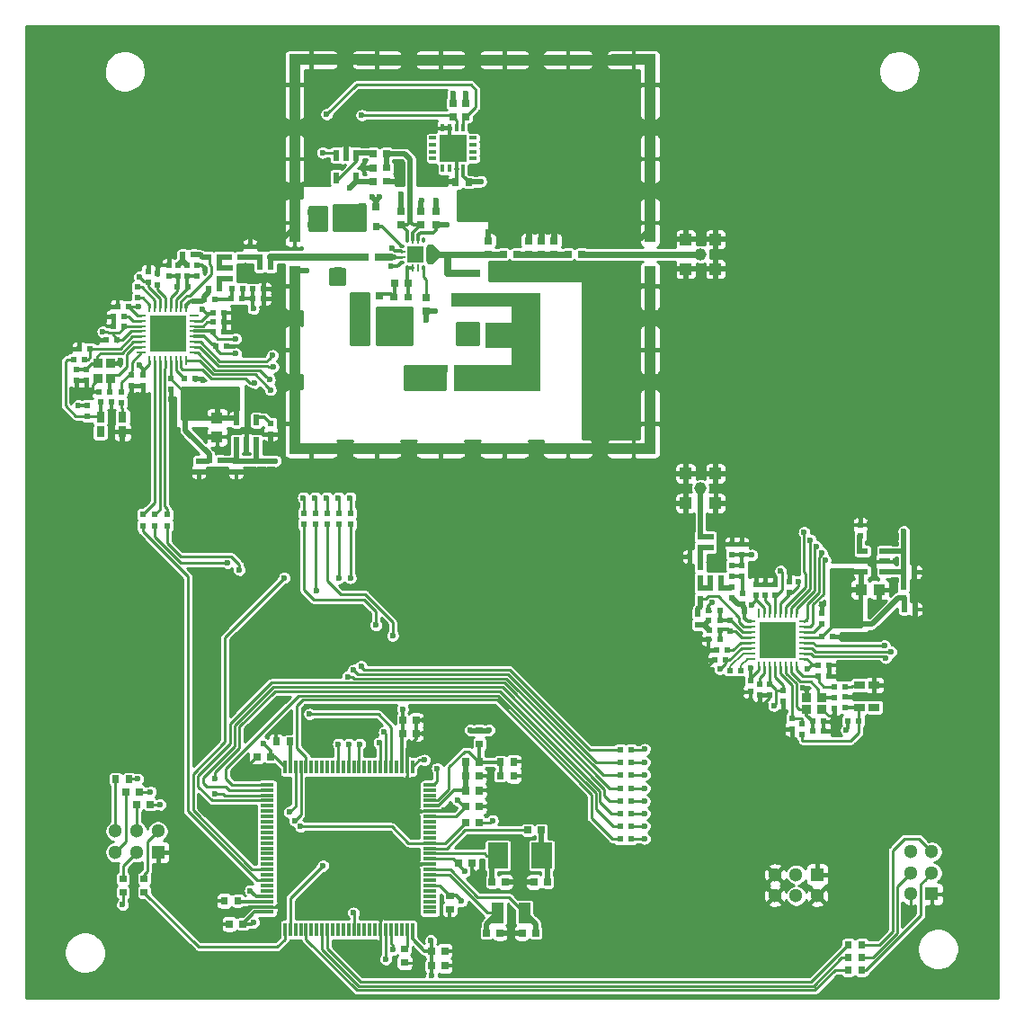
<source format=gbr>
G04 #@! TF.FileFunction,Copper,L1,Top,Signal*
%FSLAX46Y46*%
G04 Gerber Fmt 4.6, Leading zero omitted, Abs format (unit mm)*
G04 Created by KiCad (PCBNEW 4.0.7) date Thursday, March 08, 2018 'PMt' 03:01:10 PM*
%MOMM*%
%LPD*%
G01*
G04 APERTURE LIST*
%ADD10C,0.100000*%
%ADD11C,0.600000*%
%ADD12R,1.300000X1.300000*%
%ADD13C,1.300000*%
%ADD14R,1.100000X1.100000*%
%ADD15R,0.300000X0.720000*%
%ADD16R,0.720000X0.300000*%
%ADD17R,2.500000X2.500000*%
%ADD18R,1.300480X0.299720*%
%ADD19R,0.299720X1.300480*%
%ADD20R,1.000000X5.720000*%
%ADD21R,1.000000X3.800000*%
%ADD22R,3.800000X1.000000*%
%ADD23R,4.140000X1.000000*%
%ADD24C,1.150000*%
%ADD25R,0.949960X0.848360*%
%ADD26R,0.848360X0.949960*%
%ADD27R,0.280000X0.850000*%
%ADD28R,0.850000X0.280000*%
%ADD29R,3.450000X3.450000*%
%ADD30R,0.640000X0.280000*%
%ADD31O,0.640000X0.280000*%
%ADD32O,0.280000X0.640000*%
%ADD33R,0.280000X0.640000*%
%ADD34R,1.500000X1.500000*%
%ADD35C,0.400000*%
%ADD36R,0.590000X0.610000*%
%ADD37R,0.610000X0.590000*%
%ADD38R,0.800000X1.000000*%
%ADD39R,1.000000X0.800000*%
%ADD40R,1.000760X0.599440*%
%ADD41R,0.599440X1.000760*%
%ADD42R,2.700000X0.800000*%
%ADD43C,0.270000*%
%ADD44C,0.508000*%
%ADD45C,0.254000*%
%ADD46C,0.305000*%
%ADD47C,0.250000*%
%ADD48C,0.300000*%
%ADD49C,0.475000*%
%ADD50C,1.000000*%
%ADD51C,0.560000*%
%ADD52C,0.500000*%
%ADD53C,0.700000*%
%ADD54C,0.203000*%
%ADD55C,0.650000*%
%ADD56C,0.280000*%
%ADD57C,0.025500*%
G04 APERTURE END LIST*
D10*
D11*
X158800000Y-82100000D03*
X159700000Y-90700000D03*
X156100000Y-92900000D03*
X156100000Y-85300000D03*
X155500000Y-78500000D03*
X147600000Y-78200000D03*
X147400000Y-73700000D03*
X156800000Y-72700000D03*
X155600000Y-64500000D03*
X151700000Y-68900000D03*
X149200000Y-62200000D03*
X122700000Y-128800000D03*
X124200000Y-132800000D03*
X122700000Y-131300000D03*
X142600000Y-67200000D03*
X143700000Y-67200000D03*
X143700000Y-66000000D03*
X142600000Y-66000000D03*
X127800000Y-143600000D03*
X181500000Y-138300000D03*
D12*
X177500000Y-135000000D03*
D13*
X177500000Y-137000000D03*
X175500000Y-135000000D03*
X175500000Y-137000000D03*
X173500000Y-135000000D03*
X173500000Y-137000000D03*
D14*
X120972380Y-92015664D03*
X120972380Y-93745664D03*
D12*
X115400000Y-132900000D03*
D13*
X115400000Y-130900000D03*
X113400000Y-132900000D03*
X113400000Y-130900000D03*
X111400000Y-132900000D03*
X111400000Y-130900000D03*
D12*
X188277620Y-136834336D03*
D13*
X186277620Y-136834336D03*
X188277620Y-134834336D03*
X186277620Y-134834336D03*
X188277620Y-132834336D03*
X186277620Y-132834336D03*
D15*
X144150000Y-64700000D03*
X143500000Y-64700000D03*
X142850000Y-64700000D03*
X142200000Y-64700000D03*
D16*
X141275000Y-65625000D03*
X141275000Y-66275000D03*
X141275000Y-66925000D03*
X141275000Y-67575000D03*
D15*
X142200000Y-68500000D03*
X142850000Y-68500000D03*
X143500000Y-68500000D03*
X144150000Y-68500000D03*
D16*
X145075000Y-67575000D03*
X145075000Y-66925000D03*
X145075000Y-66275000D03*
X145075000Y-65625000D03*
D17*
X143175000Y-66600000D03*
D18*
X141026760Y-137026760D03*
X141026760Y-136526380D03*
X141026760Y-136026000D03*
X141026760Y-135525620D03*
X141026760Y-135025240D03*
X141026760Y-138525360D03*
X141026760Y-138024980D03*
X141026760Y-137527140D03*
X141026760Y-130526900D03*
X141026760Y-130026520D03*
X141026760Y-129526140D03*
X141026760Y-129025760D03*
X141026760Y-128525380D03*
X141026760Y-128025000D03*
X141026760Y-127524620D03*
X141026760Y-127026780D03*
D19*
X135850240Y-124850000D03*
X135349860Y-124850000D03*
X134852020Y-124850000D03*
X134351640Y-124850000D03*
X133851260Y-124850000D03*
X133350880Y-124850000D03*
X132850500Y-124850000D03*
X132350120Y-124850000D03*
X127851780Y-124850000D03*
X127351400Y-124850000D03*
D18*
X125675000Y-126526400D03*
X125675000Y-127026780D03*
X125675000Y-127524620D03*
X125675000Y-128025000D03*
X125675000Y-128525380D03*
X125675000Y-129025760D03*
X141026760Y-134524860D03*
X141026760Y-134027020D03*
X141026760Y-133526640D03*
X141026760Y-126526400D03*
D19*
X139350360Y-124850000D03*
X138849980Y-124850000D03*
X131849740Y-124850000D03*
X131351900Y-124850000D03*
X130851520Y-124850000D03*
D18*
X125675000Y-129526140D03*
X125675000Y-130026520D03*
X125675000Y-130526900D03*
X141026760Y-133026260D03*
X141026760Y-132525880D03*
X141026760Y-132025500D03*
X141026760Y-131525120D03*
X141026760Y-131024740D03*
D19*
X138352140Y-124850000D03*
X137851760Y-124850000D03*
X137351380Y-124850000D03*
X136851000Y-124850000D03*
X136350620Y-124850000D03*
X130351140Y-124850000D03*
X129850760Y-124850000D03*
X129350380Y-124850000D03*
X128850000Y-124850000D03*
X128349620Y-124850000D03*
D18*
X125675000Y-131024740D03*
X125675000Y-131525120D03*
X125675000Y-132025500D03*
X125675000Y-132525880D03*
X125675000Y-133026260D03*
X125675000Y-133526640D03*
X125675000Y-134027020D03*
X125675000Y-134524860D03*
X125675000Y-135025240D03*
X125675000Y-135525620D03*
X125675000Y-136026000D03*
X125675000Y-136526380D03*
X125675000Y-137026760D03*
X125675000Y-137527140D03*
X125675000Y-138024980D03*
X125675000Y-138525360D03*
D19*
X127351400Y-140201760D03*
X127851780Y-140201760D03*
X128349620Y-140201760D03*
X128850000Y-140201760D03*
X129350380Y-140201760D03*
X129850760Y-140201760D03*
X130351140Y-140201760D03*
X130851520Y-140201760D03*
X131351900Y-140201760D03*
X131849740Y-140201760D03*
X132350120Y-140201760D03*
X132850500Y-140201760D03*
X133350880Y-140201760D03*
X133851260Y-140201760D03*
X134351640Y-140201760D03*
X134852020Y-140201760D03*
X135349860Y-140201760D03*
X135850240Y-140201760D03*
X136350620Y-140201760D03*
X136851000Y-140201760D03*
X137351380Y-140201760D03*
X137851760Y-140201760D03*
X138352140Y-140201760D03*
X138849980Y-140201760D03*
X139350360Y-140201760D03*
D20*
X128260000Y-92540000D03*
D21*
X128260000Y-85590000D03*
X128260000Y-79580000D03*
X128260000Y-73590000D03*
X128260000Y-67590000D03*
X161740000Y-85590000D03*
X161740000Y-79580000D03*
X161740000Y-73590000D03*
X161740000Y-67590000D03*
D20*
X161740000Y-92540000D03*
X161740000Y-60625000D03*
X128260000Y-60625000D03*
D22*
X136000000Y-94900000D03*
X142000000Y-94900000D03*
X148000000Y-94900000D03*
X154000000Y-94900000D03*
X136000000Y-58270000D03*
X142000000Y-58270000D03*
X148000000Y-58270000D03*
X154000000Y-58270000D03*
D23*
X129830000Y-58265000D03*
X160170000Y-58265000D03*
X129830000Y-94900000D03*
X160170000Y-94900000D03*
D11*
X191000000Y-81000000D03*
X189500000Y-68000000D03*
X193000000Y-56500000D03*
X177000000Y-61000000D03*
X125000000Y-120500000D03*
X126500000Y-112400000D03*
X117000000Y-109300000D03*
X183500000Y-63500000D03*
X165500000Y-56500000D03*
X176500000Y-69000000D03*
X138500000Y-127000000D03*
X127400000Y-127000000D03*
X133000000Y-127500000D03*
X183000000Y-72500000D03*
X169500000Y-62000000D03*
X136000000Y-128500000D03*
X134500000Y-132500000D03*
X106900000Y-108500000D03*
X190000000Y-90000000D03*
X128000000Y-133000000D03*
X110300000Y-113600000D03*
X107500000Y-121000000D03*
X172000000Y-89500000D03*
X142000000Y-56000000D03*
X121100000Y-70850000D03*
X135000000Y-135500000D03*
X114500000Y-119300000D03*
X107000000Y-127500000D03*
X179000000Y-86500000D03*
X167000000Y-85000000D03*
X139500000Y-104000000D03*
X108500000Y-79500000D03*
X109000000Y-96000000D03*
X135500000Y-107500000D03*
X133200000Y-112300000D03*
X130000000Y-138000000D03*
X115500000Y-125000000D03*
X107500000Y-133400000D03*
X179000000Y-78500000D03*
X193500000Y-99500000D03*
X110000000Y-75000000D03*
X123000000Y-100000000D03*
X110000000Y-99500000D03*
X139500000Y-112600000D03*
X126500000Y-118900000D03*
X174500000Y-97000000D03*
X154600000Y-105000000D03*
X152000000Y-101400000D03*
X145600000Y-110200000D03*
X146600000Y-106000000D03*
X163700000Y-113000000D03*
X150900000Y-128200000D03*
X159500000Y-100000000D03*
X189500000Y-128900000D03*
X192800000Y-133900000D03*
X166000000Y-134800000D03*
X143900000Y-100600000D03*
X157400000Y-107500000D03*
X148900000Y-121500000D03*
X152800000Y-125800000D03*
X183000000Y-94500000D03*
X191400000Y-110900000D03*
X187000000Y-113700000D03*
X193400000Y-119400000D03*
X186100000Y-139000000D03*
X157000000Y-114500000D03*
X165100000Y-118900000D03*
X144600000Y-119300000D03*
X155900000Y-134100000D03*
X157100000Y-142900000D03*
X163500000Y-141000000D03*
X175900000Y-143800000D03*
X192000000Y-144500000D03*
X148500000Y-144000000D03*
X104500000Y-145500000D03*
X114000000Y-140900000D03*
X104500000Y-139500000D03*
X110000000Y-145500000D03*
X134000000Y-142500000D03*
X114500000Y-70500000D03*
X103600000Y-63000000D03*
X109400000Y-69500000D03*
X120800000Y-64300000D03*
X120500000Y-58000000D03*
X103500000Y-56000000D03*
X114500000Y-58000000D03*
X124500000Y-60500000D03*
X114500000Y-66150000D03*
X119800000Y-131900000D03*
X122300000Y-135000000D03*
X131700000Y-121300000D03*
X123200000Y-117300000D03*
X115900000Y-137200000D03*
D24*
X166494769Y-98620741D03*
D10*
G36*
X167344769Y-100570741D02*
X167344769Y-99470741D01*
X168444769Y-99470741D01*
X168444769Y-100570741D01*
X167344769Y-100570741D01*
X167344769Y-100570741D01*
G37*
G36*
X164544769Y-100570741D02*
X164544769Y-99470741D01*
X165644769Y-99470741D01*
X165644769Y-100570741D01*
X164544769Y-100570741D01*
X164544769Y-100570741D01*
G37*
G36*
X164544769Y-97770741D02*
X164544769Y-96670741D01*
X165644769Y-96670741D01*
X165644769Y-97770741D01*
X164544769Y-97770741D01*
X164544769Y-97770741D01*
G37*
G36*
X167344769Y-97770741D02*
X167344769Y-96670741D01*
X168444769Y-96670741D01*
X168444769Y-97770741D01*
X167344769Y-97770741D01*
X167344769Y-97770741D01*
G37*
D24*
X166500000Y-76580000D03*
D10*
G36*
X167350000Y-78530000D02*
X167350000Y-77430000D01*
X168450000Y-77430000D01*
X168450000Y-78530000D01*
X167350000Y-78530000D01*
X167350000Y-78530000D01*
G37*
G36*
X164550000Y-78530000D02*
X164550000Y-77430000D01*
X165650000Y-77430000D01*
X165650000Y-78530000D01*
X164550000Y-78530000D01*
X164550000Y-78530000D01*
G37*
G36*
X164550000Y-75730000D02*
X164550000Y-74630000D01*
X165650000Y-74630000D01*
X165650000Y-75730000D01*
X164550000Y-75730000D01*
X164550000Y-75730000D01*
G37*
G36*
X167350000Y-75730000D02*
X167350000Y-74630000D01*
X168450000Y-74630000D01*
X168450000Y-75730000D01*
X167350000Y-75730000D01*
X167350000Y-75730000D01*
G37*
D25*
X177943592Y-118334488D03*
X176495792Y-119477488D03*
X176495792Y-118334488D03*
X177943592Y-119477488D03*
D26*
X110915380Y-88315664D03*
X109772380Y-86867864D03*
X110915380Y-86867864D03*
X109772380Y-88315664D03*
D27*
X114584760Y-86581328D03*
X115084760Y-86581328D03*
X115584760Y-86581328D03*
X116084760Y-86581328D03*
X116584760Y-86581328D03*
X117084760Y-86581328D03*
X117584760Y-86581328D03*
X118084760Y-86581328D03*
D28*
X118834760Y-85831328D03*
X118834760Y-85331328D03*
X118834760Y-84831328D03*
X118834760Y-84331328D03*
X118834760Y-83831328D03*
X118834760Y-83331328D03*
X118834760Y-82831328D03*
X118834760Y-82331328D03*
D27*
X118084760Y-81581328D03*
X117584760Y-81581328D03*
X117084760Y-81581328D03*
X116584760Y-81581328D03*
X116084760Y-81581328D03*
X115584760Y-81581328D03*
X115084760Y-81581328D03*
X114584760Y-81581328D03*
D28*
X113834760Y-82331328D03*
X113834760Y-82831328D03*
X113834760Y-83331328D03*
X113834760Y-83831328D03*
X113834760Y-84331328D03*
X113834760Y-84831328D03*
X113834760Y-85331328D03*
X113834760Y-85831328D03*
D11*
X115234760Y-85181328D03*
X116334760Y-85181328D03*
X117434760Y-85181328D03*
X115234760Y-84081328D03*
X116334760Y-84081328D03*
X117434760Y-84081328D03*
X115234760Y-82981328D03*
X116334760Y-82981328D03*
X117434760Y-82981328D03*
D29*
X116334760Y-84081328D03*
D28*
X176259692Y-114655988D03*
X176259692Y-114155988D03*
X176259692Y-113655988D03*
X176259692Y-113155988D03*
X176259692Y-112655988D03*
X176259692Y-112155988D03*
X176259692Y-111655988D03*
X176259692Y-111155988D03*
D27*
X175509692Y-110405988D03*
X175009692Y-110405988D03*
X174509692Y-110405988D03*
X174009692Y-110405988D03*
X173509692Y-110405988D03*
X173009692Y-110405988D03*
X172509692Y-110405988D03*
X172009692Y-110405988D03*
D28*
X171259692Y-111155988D03*
X171259692Y-111655988D03*
X171259692Y-112155988D03*
X171259692Y-112655988D03*
X171259692Y-113155988D03*
X171259692Y-113655988D03*
X171259692Y-114155988D03*
X171259692Y-114655988D03*
D27*
X172009692Y-115405988D03*
X172509692Y-115405988D03*
X173009692Y-115405988D03*
X173509692Y-115405988D03*
X174009692Y-115405988D03*
X174509692Y-115405988D03*
X175009692Y-115405988D03*
X175509692Y-115405988D03*
D11*
X174859692Y-114005988D03*
X174859692Y-112905988D03*
X174859692Y-111805988D03*
X173759692Y-114005988D03*
X173759692Y-112905988D03*
X173759692Y-111805988D03*
X172659692Y-114005988D03*
X172659692Y-112905988D03*
X172659692Y-111805988D03*
D29*
X173759692Y-112905988D03*
D30*
X138372380Y-76331328D03*
D31*
X138372380Y-75831328D03*
D30*
X138372380Y-76831328D03*
D31*
X138372380Y-77331328D03*
D32*
X138922380Y-77881328D03*
D33*
X139422380Y-77881328D03*
X139922380Y-77881328D03*
D32*
X140422380Y-77881328D03*
D31*
X140972380Y-77331328D03*
D30*
X140972380Y-76831328D03*
X140972380Y-76331328D03*
D31*
X140972380Y-75831328D03*
D32*
X140422380Y-75281328D03*
D33*
X139922380Y-75281328D03*
X139422380Y-75281328D03*
D32*
X138922380Y-75281328D03*
D34*
X139672380Y-76581328D03*
D35*
X139322380Y-76231328D03*
X140022380Y-76231328D03*
X140022380Y-76931328D03*
X139322380Y-76931328D03*
D36*
X180134690Y-119260340D03*
X180134690Y-118240340D03*
D37*
X185639692Y-106505988D03*
X186659692Y-106505988D03*
X177559692Y-115255988D03*
X178579692Y-115255988D03*
X177874769Y-112610741D03*
X178894769Y-112610741D03*
D36*
X177909692Y-111425988D03*
X177909692Y-110405988D03*
X181534690Y-103060340D03*
X181534690Y-102040340D03*
D37*
X179114690Y-117280988D03*
X180134690Y-117280988D03*
D36*
X179109692Y-119375988D03*
X179109692Y-118355988D03*
D37*
X178049692Y-120575988D03*
X177029692Y-120575988D03*
D36*
X175109692Y-121335988D03*
X175109692Y-120315988D03*
D37*
X185684692Y-110005988D03*
X186704692Y-110005988D03*
X178049692Y-121485988D03*
X177029692Y-121485988D03*
D36*
X174859692Y-108425988D03*
X174859692Y-107405988D03*
X174259692Y-118705988D03*
X174259692Y-117685988D03*
X173484692Y-108680988D03*
X173484692Y-107660988D03*
X172999692Y-118075988D03*
X172999692Y-117055988D03*
D37*
X169309692Y-115755988D03*
X170329692Y-115755988D03*
D36*
X172089692Y-118075988D03*
X172089692Y-117055988D03*
X171709692Y-108680988D03*
X171709692Y-107660988D03*
X171184692Y-117775988D03*
X171184692Y-116755988D03*
D37*
X167819692Y-114795988D03*
X168839692Y-114795988D03*
X168039692Y-113855988D03*
X169059692Y-113855988D03*
D36*
X169459692Y-104875988D03*
X169459692Y-103855988D03*
X169434690Y-107920340D03*
X169434690Y-108940340D03*
X169459692Y-106930988D03*
X169459692Y-105910988D03*
X170384692Y-104905988D03*
X170384692Y-103885988D03*
D37*
X167414690Y-107040340D03*
X168434690Y-107040340D03*
X167284692Y-112805988D03*
X168304692Y-112805988D03*
X167284692Y-111055988D03*
X168304692Y-111055988D03*
D36*
X166459692Y-109055988D03*
X166459692Y-108035988D03*
D37*
X166484692Y-105055988D03*
X165464692Y-105055988D03*
D36*
X167459692Y-103180988D03*
X167459692Y-104200988D03*
D37*
X109972380Y-90481328D03*
X110992380Y-90481328D03*
D36*
X122747380Y-96045664D03*
X122747380Y-97065664D03*
X114022380Y-87915664D03*
X114022380Y-88935664D03*
X116584760Y-88281328D03*
X116584760Y-89301328D03*
D37*
X117852380Y-88315664D03*
X118872380Y-88315664D03*
D36*
X126000000Y-92480000D03*
X126000000Y-93500000D03*
X111972380Y-89515664D03*
X111972380Y-90535664D03*
D37*
X109872380Y-89515664D03*
X110892380Y-89515664D03*
D36*
X108672380Y-88435664D03*
X108672380Y-87415664D03*
D37*
X107984760Y-85481328D03*
X109004760Y-85481328D03*
D36*
X119247380Y-96040664D03*
X119247380Y-97060664D03*
X107722380Y-88435664D03*
X107722380Y-87415664D03*
D37*
X120872380Y-85215664D03*
X121892380Y-85215664D03*
X110552380Y-84615664D03*
X111572380Y-84615664D03*
X120584760Y-83881328D03*
X121604760Y-83881328D03*
X111172380Y-83365664D03*
X112192380Y-83365664D03*
D36*
X113472380Y-79681328D03*
X113472380Y-80701328D03*
D37*
X111202380Y-82465664D03*
X112222380Y-82465664D03*
X120572380Y-82065664D03*
X121592380Y-82065664D03*
X111584760Y-81481328D03*
X112604760Y-81481328D03*
D36*
X114472380Y-78195664D03*
X114472380Y-79215664D03*
X115372380Y-78415664D03*
X115372380Y-79435664D03*
D37*
X124342380Y-79855664D03*
X125362380Y-79855664D03*
X121212380Y-79815664D03*
X120192380Y-79815664D03*
X122342380Y-79815664D03*
X123362380Y-79815664D03*
X124342380Y-80745664D03*
X125362380Y-80745664D03*
D36*
X122232380Y-77855664D03*
X122232380Y-78875664D03*
X116452380Y-77635664D03*
X116452380Y-78655664D03*
X118172380Y-77635664D03*
X118172380Y-78655664D03*
D37*
X120142380Y-76835664D03*
X121162380Y-76835664D03*
D36*
X124062380Y-76825664D03*
X124062380Y-75805664D03*
D37*
X126012380Y-77765664D03*
X124992380Y-77765664D03*
D36*
X185634692Y-108905988D03*
X185634692Y-107885988D03*
X170434690Y-109560340D03*
X170434690Y-108540340D03*
X169279692Y-112065988D03*
X169279692Y-111045988D03*
D37*
X167414690Y-108040340D03*
X168434690Y-108040340D03*
X167289692Y-111955988D03*
X168309692Y-111955988D03*
X167284692Y-110155988D03*
X168304692Y-110155988D03*
D36*
X166484692Y-106055988D03*
X166484692Y-107075988D03*
X166234690Y-111460340D03*
X166234690Y-110440340D03*
X166484692Y-103180988D03*
X166484692Y-104200988D03*
D37*
X120222380Y-96015664D03*
X121242380Y-96015664D03*
X119782380Y-80825664D03*
X120802380Y-80825664D03*
X117172380Y-79655664D03*
X118192380Y-79655664D03*
D36*
X121184760Y-77861328D03*
X121184760Y-78881328D03*
X117302380Y-77635664D03*
X117302380Y-78655664D03*
X119032380Y-77645664D03*
X119032380Y-78665664D03*
D37*
X123142380Y-76835664D03*
X122122380Y-76835664D03*
X117752380Y-76635664D03*
X118772380Y-76635664D03*
X125992380Y-76815664D03*
X124972380Y-76815664D03*
X180389692Y-120505988D03*
X181409692Y-120505988D03*
D36*
X176089692Y-121815988D03*
X176089692Y-120795988D03*
D37*
X178579692Y-116305988D03*
X177559692Y-116305988D03*
D36*
X172609692Y-108680988D03*
X172609692Y-107660988D03*
X170409692Y-106930988D03*
X170409692Y-105910988D03*
X108772380Y-90795664D03*
X108772380Y-91815664D03*
D37*
X107452380Y-86465664D03*
X108472380Y-86465664D03*
D36*
X112872380Y-88935664D03*
X112872380Y-87915664D03*
D37*
X120584760Y-82981328D03*
X121604760Y-82981328D03*
X122322380Y-80775664D03*
X123342380Y-80775664D03*
X158919259Y-124454769D03*
X159939259Y-124454769D03*
X158919259Y-125654769D03*
X159939259Y-125654769D03*
X158919259Y-126854769D03*
X159939259Y-126854769D03*
X158919259Y-128054769D03*
X159939259Y-128054769D03*
X158919259Y-129254769D03*
X159939259Y-129254769D03*
X158919259Y-130454769D03*
X159939259Y-130454769D03*
X158919259Y-131654769D03*
X159939259Y-131654769D03*
D36*
X113972380Y-102125664D03*
X113972380Y-101105664D03*
X115117380Y-102125664D03*
X115117380Y-101105664D03*
X116262380Y-102125664D03*
X116262380Y-101105664D03*
X129162380Y-102000000D03*
X129162380Y-100980000D03*
X130252380Y-102000000D03*
X130252380Y-100980000D03*
X131342380Y-102000000D03*
X131342380Y-100980000D03*
X132432380Y-102000000D03*
X132432380Y-100980000D03*
X133522380Y-102000000D03*
X133522380Y-100980000D03*
D37*
X158919259Y-123254769D03*
X159939259Y-123254769D03*
D10*
G36*
X135357380Y-67445664D02*
X135357380Y-66745664D01*
X136007380Y-66745664D01*
X136007380Y-67445664D01*
X135357380Y-67445664D01*
X135357380Y-67445664D01*
G37*
G36*
X136627380Y-67445664D02*
X136627380Y-66745664D01*
X137277380Y-66745664D01*
X137277380Y-67445664D01*
X136627380Y-67445664D01*
X136627380Y-67445664D01*
G37*
G36*
X134359760Y-74331328D02*
X134359760Y-73631328D01*
X135009760Y-73631328D01*
X135009760Y-74331328D01*
X134359760Y-74331328D01*
X134359760Y-74331328D01*
G37*
G36*
X135629760Y-74331328D02*
X135629760Y-73631328D01*
X136279760Y-73631328D01*
X136279760Y-74331328D01*
X135629760Y-74331328D01*
X135629760Y-74331328D01*
G37*
G36*
X132002380Y-76500664D02*
X132702380Y-76500664D01*
X132702380Y-77150664D01*
X132002380Y-77150664D01*
X132002380Y-76500664D01*
X132002380Y-76500664D01*
G37*
G36*
X132002380Y-77770664D02*
X132702380Y-77770664D01*
X132702380Y-78420664D01*
X132002380Y-78420664D01*
X132002380Y-77770664D01*
X132002380Y-77770664D01*
G37*
G36*
X134677380Y-80865664D02*
X134677380Y-80165664D01*
X135327380Y-80165664D01*
X135327380Y-80865664D01*
X134677380Y-80865664D01*
X134677380Y-80865664D01*
G37*
G36*
X135947380Y-80865664D02*
X135947380Y-80165664D01*
X136597380Y-80165664D01*
X136597380Y-80865664D01*
X135947380Y-80865664D01*
X135947380Y-80865664D01*
G37*
G36*
X144034760Y-62056328D02*
X144734760Y-62056328D01*
X144734760Y-62706328D01*
X144034760Y-62706328D01*
X144034760Y-62056328D01*
X144034760Y-62056328D01*
G37*
G36*
X144034760Y-63326328D02*
X144734760Y-63326328D01*
X144734760Y-63976328D01*
X144034760Y-63976328D01*
X144034760Y-63326328D01*
X144034760Y-63326328D01*
G37*
G36*
X142834760Y-62056328D02*
X143534760Y-62056328D01*
X143534760Y-62706328D01*
X142834760Y-62706328D01*
X142834760Y-62056328D01*
X142834760Y-62056328D01*
G37*
G36*
X142834760Y-63326328D02*
X143534760Y-63326328D01*
X143534760Y-63976328D01*
X142834760Y-63976328D01*
X142834760Y-63326328D01*
X142834760Y-63326328D01*
G37*
G36*
X180075000Y-143150000D02*
X180075000Y-142450000D01*
X180725000Y-142450000D01*
X180725000Y-143150000D01*
X180075000Y-143150000D01*
X180075000Y-143150000D01*
G37*
G36*
X181345000Y-143150000D02*
X181345000Y-142450000D01*
X181995000Y-142450000D01*
X181995000Y-143150000D01*
X181345000Y-143150000D01*
X181345000Y-143150000D01*
G37*
G36*
X181995000Y-141250000D02*
X181995000Y-141950000D01*
X181345000Y-141950000D01*
X181345000Y-141250000D01*
X181995000Y-141250000D01*
X181995000Y-141250000D01*
G37*
G36*
X180725000Y-141250000D02*
X180725000Y-141950000D01*
X180075000Y-141950000D01*
X180075000Y-141250000D01*
X180725000Y-141250000D01*
X180725000Y-141250000D01*
G37*
G36*
X181995000Y-143650000D02*
X181995000Y-144350000D01*
X181345000Y-144350000D01*
X181345000Y-143650000D01*
X181995000Y-143650000D01*
X181995000Y-143650000D01*
G37*
G36*
X180725000Y-143650000D02*
X180725000Y-144350000D01*
X180075000Y-144350000D01*
X180075000Y-143650000D01*
X180725000Y-143650000D01*
X180725000Y-143650000D01*
G37*
G36*
X112995000Y-125650000D02*
X112995000Y-126350000D01*
X112345000Y-126350000D01*
X112345000Y-125650000D01*
X112995000Y-125650000D01*
X112995000Y-125650000D01*
G37*
G36*
X111725000Y-125650000D02*
X111725000Y-126350000D01*
X111075000Y-126350000D01*
X111075000Y-125650000D01*
X111725000Y-125650000D01*
X111725000Y-125650000D01*
G37*
G36*
X114995000Y-128050000D02*
X114995000Y-128750000D01*
X114345000Y-128750000D01*
X114345000Y-128050000D01*
X114995000Y-128050000D01*
X114995000Y-128050000D01*
G37*
G36*
X113725000Y-128050000D02*
X113725000Y-128750000D01*
X113075000Y-128750000D01*
X113075000Y-128050000D01*
X113725000Y-128050000D01*
X113725000Y-128050000D01*
G37*
G36*
X114450000Y-136995000D02*
X113750000Y-136995000D01*
X113750000Y-136345000D01*
X114450000Y-136345000D01*
X114450000Y-136995000D01*
X114450000Y-136995000D01*
G37*
G36*
X114450000Y-135725000D02*
X113750000Y-135725000D01*
X113750000Y-135075000D01*
X114450000Y-135075000D01*
X114450000Y-135725000D01*
X114450000Y-135725000D01*
G37*
G36*
X112075000Y-127550000D02*
X112075000Y-126850000D01*
X112725000Y-126850000D01*
X112725000Y-127550000D01*
X112075000Y-127550000D01*
X112075000Y-127550000D01*
G37*
G36*
X113345000Y-127550000D02*
X113345000Y-126850000D01*
X113995000Y-126850000D01*
X113995000Y-127550000D01*
X113345000Y-127550000D01*
X113345000Y-127550000D01*
G37*
G36*
X111750000Y-135075000D02*
X112450000Y-135075000D01*
X112450000Y-135725000D01*
X111750000Y-135725000D01*
X111750000Y-135075000D01*
X111750000Y-135075000D01*
G37*
G36*
X111750000Y-136345000D02*
X112450000Y-136345000D01*
X112450000Y-136995000D01*
X111750000Y-136995000D01*
X111750000Y-136345000D01*
X111750000Y-136345000D01*
G37*
G36*
X138270000Y-141685000D02*
X138970000Y-141685000D01*
X138970000Y-142335000D01*
X138270000Y-142335000D01*
X138270000Y-141685000D01*
X138270000Y-141685000D01*
G37*
G36*
X138270000Y-142955000D02*
X138970000Y-142955000D01*
X138970000Y-143605000D01*
X138270000Y-143605000D01*
X138270000Y-142955000D01*
X138270000Y-142955000D01*
G37*
G36*
X144075000Y-124750000D02*
X144075000Y-124050000D01*
X144725000Y-124050000D01*
X144725000Y-124750000D01*
X144075000Y-124750000D01*
X144075000Y-124750000D01*
G37*
G36*
X145345000Y-124750000D02*
X145345000Y-124050000D01*
X145995000Y-124050000D01*
X145995000Y-124750000D01*
X145345000Y-124750000D01*
X145345000Y-124750000D01*
G37*
G36*
X149905000Y-131153015D02*
X149905000Y-130453015D01*
X150555000Y-130453015D01*
X150555000Y-131153015D01*
X149905000Y-131153015D01*
X149905000Y-131153015D01*
G37*
G36*
X151175000Y-131153015D02*
X151175000Y-130453015D01*
X151825000Y-130453015D01*
X151825000Y-131153015D01*
X151175000Y-131153015D01*
X151175000Y-131153015D01*
G37*
G36*
X144075000Y-130450000D02*
X144075000Y-129750000D01*
X144725000Y-129750000D01*
X144725000Y-130450000D01*
X144075000Y-130450000D01*
X144075000Y-130450000D01*
G37*
G36*
X145345000Y-130450000D02*
X145345000Y-129750000D01*
X145995000Y-129750000D01*
X145995000Y-130450000D01*
X145345000Y-130450000D01*
X145345000Y-130450000D01*
G37*
G36*
X149509760Y-76231328D02*
X149509760Y-76931328D01*
X148859760Y-76931328D01*
X148859760Y-76231328D01*
X149509760Y-76231328D01*
X149509760Y-76231328D01*
G37*
G36*
X148239760Y-76231328D02*
X148239760Y-76931328D01*
X147589760Y-76931328D01*
X147589760Y-76231328D01*
X148239760Y-76231328D01*
X148239760Y-76231328D01*
G37*
G36*
X139277380Y-78955664D02*
X139277380Y-79655664D01*
X138627380Y-79655664D01*
X138627380Y-78955664D01*
X139277380Y-78955664D01*
X139277380Y-78955664D01*
G37*
G36*
X138007380Y-78955664D02*
X138007380Y-79655664D01*
X137357380Y-79655664D01*
X137357380Y-78955664D01*
X138007380Y-78955664D01*
X138007380Y-78955664D01*
G37*
G36*
X146030000Y-123035000D02*
X145330000Y-123035000D01*
X145330000Y-122385000D01*
X146030000Y-122385000D01*
X146030000Y-123035000D01*
X146030000Y-123035000D01*
G37*
G36*
X146030000Y-121765000D02*
X145330000Y-121765000D01*
X145330000Y-121115000D01*
X146030000Y-121115000D01*
X146030000Y-121765000D01*
X146030000Y-121765000D01*
G37*
G36*
X155605000Y-76231328D02*
X155605000Y-76931328D01*
X154955000Y-76931328D01*
X154955000Y-76231328D01*
X155605000Y-76231328D01*
X155605000Y-76231328D01*
G37*
G36*
X154335000Y-76231328D02*
X154335000Y-76931328D01*
X153685000Y-76931328D01*
X153685000Y-76231328D01*
X154335000Y-76231328D01*
X154335000Y-76231328D01*
G37*
G36*
X153050000Y-76905000D02*
X152350000Y-76905000D01*
X152350000Y-76255000D01*
X153050000Y-76255000D01*
X153050000Y-76905000D01*
X153050000Y-76905000D01*
G37*
G36*
X153050000Y-75635000D02*
X152350000Y-75635000D01*
X152350000Y-74985000D01*
X153050000Y-74985000D01*
X153050000Y-75635000D01*
X153050000Y-75635000D01*
G37*
G36*
X150650000Y-76906328D02*
X149950000Y-76906328D01*
X149950000Y-76256328D01*
X150650000Y-76256328D01*
X150650000Y-76906328D01*
X150650000Y-76906328D01*
G37*
G36*
X150650000Y-75636328D02*
X149950000Y-75636328D01*
X149950000Y-74986328D01*
X150650000Y-74986328D01*
X150650000Y-75636328D01*
X150650000Y-75636328D01*
G37*
G36*
X151150000Y-74986328D02*
X151850000Y-74986328D01*
X151850000Y-75636328D01*
X151150000Y-75636328D01*
X151150000Y-74986328D01*
X151150000Y-74986328D01*
G37*
G36*
X151150000Y-76256328D02*
X151850000Y-76256328D01*
X151850000Y-76906328D01*
X151150000Y-76906328D01*
X151150000Y-76256328D01*
X151150000Y-76256328D01*
G37*
G36*
X146134760Y-74985000D02*
X146834760Y-74985000D01*
X146834760Y-75635000D01*
X146134760Y-75635000D01*
X146134760Y-74985000D01*
X146134760Y-74985000D01*
G37*
G36*
X146134760Y-76255000D02*
X146834760Y-76255000D01*
X146834760Y-76905000D01*
X146134760Y-76905000D01*
X146134760Y-76255000D01*
X146134760Y-76255000D01*
G37*
G36*
X142007380Y-87715664D02*
X142007380Y-87015664D01*
X142657380Y-87015664D01*
X142657380Y-87715664D01*
X142007380Y-87715664D01*
X142007380Y-87715664D01*
G37*
G36*
X143277380Y-87715664D02*
X143277380Y-87015664D01*
X143927380Y-87015664D01*
X143927380Y-87715664D01*
X143277380Y-87715664D01*
X143277380Y-87715664D01*
G37*
G36*
X145059760Y-85131328D02*
X145059760Y-84431328D01*
X145709760Y-84431328D01*
X145709760Y-85131328D01*
X145059760Y-85131328D01*
X145059760Y-85131328D01*
G37*
G36*
X146329760Y-85131328D02*
X146329760Y-84431328D01*
X146979760Y-84431328D01*
X146979760Y-85131328D01*
X146329760Y-85131328D01*
X146329760Y-85131328D01*
G37*
G36*
X145059760Y-83831328D02*
X145059760Y-83131328D01*
X145709760Y-83131328D01*
X145709760Y-83831328D01*
X145059760Y-83831328D01*
X145059760Y-83831328D01*
G37*
G36*
X146329760Y-83831328D02*
X146329760Y-83131328D01*
X146979760Y-83131328D01*
X146979760Y-83831328D01*
X146329760Y-83831328D01*
X146329760Y-83831328D01*
G37*
G36*
X141934760Y-74106328D02*
X141234760Y-74106328D01*
X141234760Y-73456328D01*
X141934760Y-73456328D01*
X141934760Y-74106328D01*
X141934760Y-74106328D01*
G37*
G36*
X141934760Y-72836328D02*
X141234760Y-72836328D01*
X141234760Y-72186328D01*
X141934760Y-72186328D01*
X141934760Y-72836328D01*
X141934760Y-72836328D01*
G37*
G36*
X140522380Y-74106328D02*
X139822380Y-74106328D01*
X139822380Y-73456328D01*
X140522380Y-73456328D01*
X140522380Y-74106328D01*
X140522380Y-74106328D01*
G37*
G36*
X140522380Y-72836328D02*
X139822380Y-72836328D01*
X139822380Y-72186328D01*
X140522380Y-72186328D01*
X140522380Y-72836328D01*
X140522380Y-72836328D01*
G37*
G36*
X140302380Y-80310664D02*
X141002380Y-80310664D01*
X141002380Y-80960664D01*
X140302380Y-80960664D01*
X140302380Y-80310664D01*
X140302380Y-80310664D01*
G37*
G36*
X140302380Y-81580664D02*
X141002380Y-81580664D01*
X141002380Y-82230664D01*
X140302380Y-82230664D01*
X140302380Y-81580664D01*
X140302380Y-81580664D01*
G37*
G36*
X136600000Y-68115000D02*
X137300000Y-68115000D01*
X137300000Y-68765000D01*
X136600000Y-68765000D01*
X136600000Y-68115000D01*
X136600000Y-68115000D01*
G37*
G36*
X136600000Y-69385000D02*
X137300000Y-69385000D01*
X137300000Y-70035000D01*
X136600000Y-70035000D01*
X136600000Y-69385000D01*
X136600000Y-69385000D01*
G37*
G36*
X138622380Y-74106328D02*
X137922380Y-74106328D01*
X137922380Y-73456328D01*
X138622380Y-73456328D01*
X138622380Y-74106328D01*
X138622380Y-74106328D01*
G37*
G36*
X138622380Y-72836328D02*
X137922380Y-72836328D01*
X137922380Y-72186328D01*
X138622380Y-72186328D01*
X138622380Y-72836328D01*
X138622380Y-72836328D01*
G37*
G36*
X138622380Y-80290664D02*
X139322380Y-80290664D01*
X139322380Y-80940664D01*
X138622380Y-80940664D01*
X138622380Y-80290664D01*
X138622380Y-80290664D01*
G37*
G36*
X138622380Y-81560664D02*
X139322380Y-81560664D01*
X139322380Y-82210664D01*
X138622380Y-82210664D01*
X138622380Y-81560664D01*
X138622380Y-81560664D01*
G37*
G36*
X136034760Y-70040664D02*
X135334760Y-70040664D01*
X135334760Y-69390664D01*
X136034760Y-69390664D01*
X136034760Y-70040664D01*
X136034760Y-70040664D01*
G37*
G36*
X136034760Y-68770664D02*
X135334760Y-68770664D01*
X135334760Y-68120664D01*
X136034760Y-68120664D01*
X136034760Y-68770664D01*
X136034760Y-68770664D01*
G37*
G36*
X136497380Y-76475664D02*
X136497380Y-77175664D01*
X135847380Y-77175664D01*
X135847380Y-76475664D01*
X136497380Y-76475664D01*
X136497380Y-76475664D01*
G37*
G36*
X135227380Y-76475664D02*
X135227380Y-77175664D01*
X134577380Y-77175664D01*
X134577380Y-76475664D01*
X135227380Y-76475664D01*
X135227380Y-76475664D01*
G37*
G36*
X137234760Y-80286328D02*
X137934760Y-80286328D01*
X137934760Y-80936328D01*
X137234760Y-80936328D01*
X137234760Y-80286328D01*
X137234760Y-80286328D01*
G37*
G36*
X137234760Y-81556328D02*
X137934760Y-81556328D01*
X137934760Y-82206328D01*
X137234760Y-82206328D01*
X137234760Y-81556328D01*
X137234760Y-81556328D01*
G37*
G36*
X134347380Y-72465664D02*
X134347380Y-71765664D01*
X134997380Y-71765664D01*
X134997380Y-72465664D01*
X134347380Y-72465664D01*
X134347380Y-72465664D01*
G37*
G36*
X135617380Y-72465664D02*
X135617380Y-71765664D01*
X136267380Y-71765664D01*
X136267380Y-72465664D01*
X135617380Y-72465664D01*
X135617380Y-72465664D01*
G37*
G36*
X132509760Y-72231328D02*
X132509760Y-72931328D01*
X131859760Y-72931328D01*
X131859760Y-72231328D01*
X132509760Y-72231328D01*
X132509760Y-72231328D01*
G37*
G36*
X131239760Y-72231328D02*
X131239760Y-72931328D01*
X130589760Y-72931328D01*
X130589760Y-72231328D01*
X131239760Y-72231328D01*
X131239760Y-72231328D01*
G37*
G36*
X134673044Y-82365664D02*
X134673044Y-81665664D01*
X135323044Y-81665664D01*
X135323044Y-82365664D01*
X134673044Y-82365664D01*
X134673044Y-82365664D01*
G37*
G36*
X135943044Y-82365664D02*
X135943044Y-81665664D01*
X136593044Y-81665664D01*
X136593044Y-82365664D01*
X135943044Y-82365664D01*
X135943044Y-82365664D01*
G37*
G36*
X132507380Y-73525664D02*
X132507380Y-74225664D01*
X131857380Y-74225664D01*
X131857380Y-73525664D01*
X132507380Y-73525664D01*
X132507380Y-73525664D01*
G37*
G36*
X131237380Y-73525664D02*
X131237380Y-74225664D01*
X130587380Y-74225664D01*
X130587380Y-73525664D01*
X131237380Y-73525664D01*
X131237380Y-73525664D01*
G37*
G36*
X134673044Y-83765664D02*
X134673044Y-83065664D01*
X135323044Y-83065664D01*
X135323044Y-83765664D01*
X134673044Y-83765664D01*
X134673044Y-83765664D01*
G37*
G36*
X135943044Y-83765664D02*
X135943044Y-83065664D01*
X136593044Y-83065664D01*
X136593044Y-83765664D01*
X135943044Y-83765664D01*
X135943044Y-83765664D01*
G37*
G36*
X134673044Y-85165664D02*
X134673044Y-84465664D01*
X135323044Y-84465664D01*
X135323044Y-85165664D01*
X134673044Y-85165664D01*
X134673044Y-85165664D01*
G37*
G36*
X135943044Y-85165664D02*
X135943044Y-84465664D01*
X136593044Y-84465664D01*
X136593044Y-85165664D01*
X135943044Y-85165664D01*
X135943044Y-85165664D01*
G37*
G36*
X145009760Y-69431328D02*
X145009760Y-70131328D01*
X144359760Y-70131328D01*
X144359760Y-69431328D01*
X145009760Y-69431328D01*
X145009760Y-69431328D01*
G37*
G36*
X143739760Y-69431328D02*
X143739760Y-70131328D01*
X143089760Y-70131328D01*
X143089760Y-69431328D01*
X143739760Y-69431328D01*
X143739760Y-69431328D01*
G37*
G36*
X149375000Y-140850000D02*
X149375000Y-140150000D01*
X150025000Y-140150000D01*
X150025000Y-140850000D01*
X149375000Y-140850000D01*
X149375000Y-140850000D01*
G37*
G36*
X150645000Y-140850000D02*
X150645000Y-140150000D01*
X151295000Y-140150000D01*
X151295000Y-140850000D01*
X150645000Y-140850000D01*
X150645000Y-140850000D01*
G37*
G36*
X147925000Y-140150000D02*
X147925000Y-140850000D01*
X147275000Y-140850000D01*
X147275000Y-140150000D01*
X147925000Y-140150000D01*
X147925000Y-140150000D01*
G37*
G36*
X146655000Y-140150000D02*
X146655000Y-140850000D01*
X146005000Y-140850000D01*
X146005000Y-140150000D01*
X146655000Y-140150000D01*
X146655000Y-140150000D01*
G37*
G36*
X142550000Y-136675000D02*
X143250000Y-136675000D01*
X143250000Y-137325000D01*
X142550000Y-137325000D01*
X142550000Y-136675000D01*
X142550000Y-136675000D01*
G37*
G36*
X142550000Y-137945000D02*
X143250000Y-137945000D01*
X143250000Y-138595000D01*
X142550000Y-138595000D01*
X142550000Y-137945000D01*
X142550000Y-137945000D01*
G37*
G36*
X140815000Y-142540000D02*
X140815000Y-141840000D01*
X141465000Y-141840000D01*
X141465000Y-142540000D01*
X140815000Y-142540000D01*
X140815000Y-142540000D01*
G37*
G36*
X142085000Y-142540000D02*
X142085000Y-141840000D01*
X142735000Y-141840000D01*
X142735000Y-142540000D01*
X142085000Y-142540000D01*
X142085000Y-142540000D01*
G37*
G36*
X123725000Y-139300000D02*
X123725000Y-140000000D01*
X123075000Y-140000000D01*
X123075000Y-139300000D01*
X123725000Y-139300000D01*
X123725000Y-139300000D01*
G37*
G36*
X122455000Y-139300000D02*
X122455000Y-140000000D01*
X121805000Y-140000000D01*
X121805000Y-139300000D01*
X122455000Y-139300000D01*
X122455000Y-139300000D01*
G37*
G36*
X126325000Y-123550000D02*
X126325000Y-124250000D01*
X125675000Y-124250000D01*
X125675000Y-123550000D01*
X126325000Y-123550000D01*
X126325000Y-123550000D01*
G37*
G36*
X125055000Y-123550000D02*
X125055000Y-124250000D01*
X124405000Y-124250000D01*
X124405000Y-123550000D01*
X125055000Y-123550000D01*
X125055000Y-123550000D01*
G37*
G36*
X138125000Y-122070000D02*
X138125000Y-121370000D01*
X138775000Y-121370000D01*
X138775000Y-122070000D01*
X138125000Y-122070000D01*
X138125000Y-122070000D01*
G37*
G36*
X139395000Y-122070000D02*
X139395000Y-121370000D01*
X140045000Y-121370000D01*
X140045000Y-122070000D01*
X139395000Y-122070000D01*
X139395000Y-122070000D01*
G37*
G36*
X138125000Y-120820000D02*
X138125000Y-120120000D01*
X138775000Y-120120000D01*
X138775000Y-120820000D01*
X138125000Y-120820000D01*
X138125000Y-120820000D01*
G37*
G36*
X139395000Y-120820000D02*
X139395000Y-120120000D01*
X140045000Y-120120000D01*
X140045000Y-120820000D01*
X139395000Y-120820000D01*
X139395000Y-120820000D01*
G37*
G36*
X143375000Y-134250000D02*
X143375000Y-133550000D01*
X144025000Y-133550000D01*
X144025000Y-134250000D01*
X143375000Y-134250000D01*
X143375000Y-134250000D01*
G37*
G36*
X144645000Y-134250000D02*
X144645000Y-133550000D01*
X145295000Y-133550000D01*
X145295000Y-134250000D01*
X144645000Y-134250000D01*
X144645000Y-134250000D01*
G37*
G36*
X144075000Y-128950000D02*
X144075000Y-128250000D01*
X144725000Y-128250000D01*
X144725000Y-128950000D01*
X144075000Y-128950000D01*
X144075000Y-128950000D01*
G37*
G36*
X145345000Y-128950000D02*
X145345000Y-128250000D01*
X145995000Y-128250000D01*
X145995000Y-128950000D01*
X145345000Y-128950000D01*
X145345000Y-128950000D01*
G37*
G36*
X123237380Y-137115664D02*
X123237380Y-137815664D01*
X122587380Y-137815664D01*
X122587380Y-137115664D01*
X123237380Y-137115664D01*
X123237380Y-137115664D01*
G37*
G36*
X121967380Y-137115664D02*
X121967380Y-137815664D01*
X121317380Y-137815664D01*
X121317380Y-137115664D01*
X121967380Y-137115664D01*
X121967380Y-137115664D01*
G37*
G36*
X140815000Y-143940000D02*
X140815000Y-143240000D01*
X141465000Y-143240000D01*
X141465000Y-143940000D01*
X140815000Y-143940000D01*
X140815000Y-143940000D01*
G37*
G36*
X142085000Y-143940000D02*
X142085000Y-143240000D01*
X142735000Y-143240000D01*
X142735000Y-143940000D01*
X142085000Y-143940000D01*
X142085000Y-143940000D01*
G37*
G36*
X128145000Y-122100000D02*
X128145000Y-122800000D01*
X127495000Y-122800000D01*
X127495000Y-122100000D01*
X128145000Y-122100000D01*
X128145000Y-122100000D01*
G37*
G36*
X126875000Y-122100000D02*
X126875000Y-122800000D01*
X126225000Y-122800000D01*
X126225000Y-122100000D01*
X126875000Y-122100000D01*
X126875000Y-122100000D01*
G37*
G36*
X149245000Y-124040000D02*
X149245000Y-124740000D01*
X148595000Y-124740000D01*
X148595000Y-124040000D01*
X149245000Y-124040000D01*
X149245000Y-124040000D01*
G37*
G36*
X147975000Y-124040000D02*
X147975000Y-124740000D01*
X147325000Y-124740000D01*
X147325000Y-124040000D01*
X147975000Y-124040000D01*
X147975000Y-124040000D01*
G37*
G36*
X144075000Y-126060000D02*
X144075000Y-125360000D01*
X144725000Y-125360000D01*
X144725000Y-126060000D01*
X144075000Y-126060000D01*
X144075000Y-126060000D01*
G37*
G36*
X145345000Y-126060000D02*
X145345000Y-125360000D01*
X145995000Y-125360000D01*
X145995000Y-126060000D01*
X145345000Y-126060000D01*
X145345000Y-126060000D01*
G37*
G36*
X149245000Y-125340000D02*
X149245000Y-126040000D01*
X148595000Y-126040000D01*
X148595000Y-125340000D01*
X149245000Y-125340000D01*
X149245000Y-125340000D01*
G37*
G36*
X147975000Y-125340000D02*
X147975000Y-126040000D01*
X147325000Y-126040000D01*
X147325000Y-125340000D01*
X147975000Y-125340000D01*
X147975000Y-125340000D01*
G37*
G36*
X144075000Y-127450000D02*
X144075000Y-126750000D01*
X144725000Y-126750000D01*
X144725000Y-127450000D01*
X144075000Y-127450000D01*
X144075000Y-127450000D01*
G37*
G36*
X145345000Y-127450000D02*
X145345000Y-126750000D01*
X145995000Y-126750000D01*
X145995000Y-127450000D01*
X145345000Y-127450000D01*
X145345000Y-127450000D01*
G37*
G36*
X150475000Y-136050000D02*
X150475000Y-135350000D01*
X151125000Y-135350000D01*
X151125000Y-136050000D01*
X150475000Y-136050000D01*
X150475000Y-136050000D01*
G37*
G36*
X151745000Y-136050000D02*
X151745000Y-135350000D01*
X152395000Y-135350000D01*
X152395000Y-136050000D01*
X151745000Y-136050000D01*
X151745000Y-136050000D01*
G37*
G36*
X148437339Y-135350000D02*
X148437339Y-136050000D01*
X147787339Y-136050000D01*
X147787339Y-135350000D01*
X148437339Y-135350000D01*
X148437339Y-135350000D01*
G37*
G36*
X147167339Y-135350000D02*
X147167339Y-136050000D01*
X146517339Y-136050000D01*
X146517339Y-135350000D01*
X147167339Y-135350000D01*
X147167339Y-135350000D01*
G37*
G36*
X146462339Y-134403015D02*
X146462339Y-132003015D01*
X148362339Y-132003015D01*
X148362339Y-134403015D01*
X146462339Y-134403015D01*
X146462339Y-134403015D01*
G37*
G36*
X150572339Y-134403015D02*
X150572339Y-132003015D01*
X152472339Y-132003015D01*
X152472339Y-134403015D01*
X150572339Y-134403015D01*
X150572339Y-134403015D01*
G37*
G36*
X146850000Y-139550000D02*
X146850000Y-137650000D01*
X147950000Y-137650000D01*
X147950000Y-139550000D01*
X146850000Y-139550000D01*
X146850000Y-139550000D01*
G37*
G36*
X149364840Y-139550000D02*
X149364840Y-137650000D01*
X150464840Y-137650000D01*
X150464840Y-139550000D01*
X149364840Y-139550000D01*
X149364840Y-139550000D01*
G37*
D38*
X109972380Y-91915664D03*
X109972380Y-93315664D03*
X112072380Y-93315664D03*
X112072380Y-91915664D03*
D39*
X181450000Y-119250000D03*
X182850000Y-119250000D03*
X182850000Y-117150000D03*
X181450000Y-117150000D03*
D14*
X181600000Y-108150000D03*
X183330000Y-108150000D03*
D40*
X183863280Y-106455000D03*
X183863280Y-104550000D03*
X183863280Y-105502500D03*
X181750000Y-104550000D03*
X181750000Y-106455000D03*
D41*
X122772380Y-94306640D03*
X124677380Y-94306640D03*
X123724880Y-94306640D03*
X124677380Y-92193360D03*
X122772380Y-92193360D03*
X134084760Y-67254688D03*
X132179760Y-67254688D03*
X133132260Y-67254688D03*
X132179760Y-69367968D03*
X134084760Y-69367968D03*
D42*
X144400000Y-78400000D03*
X144400000Y-80600000D03*
D11*
X183350000Y-109200000D03*
X139800000Y-134000000D03*
X115372380Y-77145664D03*
X184439692Y-117205988D03*
X123725295Y-95244155D03*
X184857010Y-105482732D03*
X141521651Y-81902823D03*
X139730000Y-143280000D03*
X160400000Y-75200000D03*
X160400000Y-78200000D03*
X128260000Y-82600000D03*
X128260000Y-88600000D03*
X132900000Y-94900000D03*
X139000000Y-94900000D03*
X145000000Y-94900000D03*
X151000000Y-94900000D03*
X157000000Y-94900000D03*
X161740000Y-88700000D03*
X161740000Y-82700000D03*
X128260000Y-64500000D03*
X128260000Y-70600000D03*
X127100000Y-75200000D03*
X129400000Y-78100000D03*
X161740000Y-70500000D03*
X161740000Y-64600000D03*
X157000000Y-58270000D03*
X151000000Y-58270000D03*
X144900000Y-58270000D03*
X139000000Y-58270000D03*
X133000000Y-58265000D03*
X152700000Y-74100000D03*
X151500000Y-74100000D03*
X150300000Y-74100000D03*
X142324688Y-128938730D03*
X163700000Y-77900000D03*
X163700000Y-75200000D03*
X169379259Y-100020741D03*
X167900000Y-101400000D03*
X169300000Y-97200000D03*
X167900000Y-98600000D03*
X167900000Y-95900000D03*
X166500000Y-97220741D03*
X165100000Y-98599994D03*
X165100000Y-95900000D03*
X163700000Y-97200000D03*
X163700000Y-100000000D03*
X165100000Y-101400000D03*
X146460000Y-74450000D03*
X142551328Y-69781328D03*
X174929692Y-122335988D03*
X169210000Y-77980000D03*
X169100000Y-75200000D03*
X165100000Y-74100000D03*
X166500000Y-75180000D03*
X167900000Y-74100000D03*
X167900000Y-76700000D03*
X167900000Y-79000000D03*
X166500000Y-77980000D03*
X165100000Y-79000000D03*
X126100000Y-94400000D03*
X179924769Y-112560741D03*
X145100000Y-134800000D03*
X136200000Y-141700000D03*
X146600000Y-128600000D03*
X142900000Y-139300000D03*
X140512580Y-120450000D03*
X140512580Y-121690000D03*
X123370000Y-124830000D03*
X149500000Y-135700000D03*
X143410000Y-143620000D03*
X143410000Y-142190000D03*
X120690000Y-137410000D03*
X123690000Y-138340000D03*
X121130000Y-139660000D03*
X126480000Y-121440000D03*
X150210000Y-124410000D03*
X150210000Y-125700000D03*
X148600000Y-140500000D03*
X174924769Y-106560741D03*
X123400000Y-85200000D03*
X186739692Y-111105988D03*
X186739692Y-108905988D03*
X186739692Y-107405988D03*
X186739692Y-105505988D03*
X133160000Y-65940000D03*
X134810000Y-68440000D03*
X137820000Y-69700000D03*
X106958044Y-85481328D03*
X135572380Y-71215664D03*
X136272384Y-71215664D03*
X138272380Y-70915664D03*
X138272380Y-71615664D03*
X141572380Y-71515664D03*
X140272380Y-71515664D03*
X129772380Y-73815664D03*
X129772380Y-72615664D03*
X168539692Y-103865988D03*
X169459692Y-102645988D03*
X170389692Y-102635988D03*
X171419692Y-103765988D03*
X109892380Y-82805664D03*
X110162380Y-81875664D03*
X111522380Y-80245664D03*
X116312380Y-76555664D03*
X114532380Y-76885664D03*
X126532380Y-79835664D03*
X125432380Y-81895664D03*
X126572380Y-81105664D03*
X119832380Y-93615664D03*
X123762380Y-97085664D03*
X121732380Y-97065664D03*
X118132380Y-97065664D03*
X120212380Y-97065664D03*
X174069692Y-121325988D03*
X177918897Y-109515193D03*
X171639692Y-106505988D03*
X172339692Y-106505988D03*
X173039692Y-106505988D03*
X165439692Y-105905988D03*
X165439692Y-104205988D03*
X167603897Y-109385398D03*
X166319692Y-112845988D03*
X166669692Y-113855988D03*
X166889692Y-115665988D03*
X166669692Y-114795988D03*
X170629692Y-118765988D03*
X170019692Y-117775988D03*
X172419692Y-119455988D03*
X171689692Y-119005988D03*
X174239692Y-119655988D03*
X176147099Y-117385398D03*
X179109692Y-121155988D03*
X179109692Y-120305988D03*
X182939692Y-116005988D03*
X179639692Y-115205988D03*
X179639692Y-116205988D03*
X180639692Y-102005988D03*
X182439692Y-102005988D03*
X181539692Y-101005988D03*
X137372380Y-77715664D03*
X137412380Y-76005664D03*
X140672380Y-82815664D03*
X138172380Y-84115664D03*
X138872380Y-83415664D03*
X137572380Y-83415664D03*
X138872380Y-84815664D03*
X137572380Y-84815664D03*
X139572380Y-88815664D03*
X139572380Y-87515664D03*
X140872380Y-87515664D03*
X140872380Y-88815664D03*
X142172380Y-88815664D03*
X143872380Y-84815664D03*
X132672380Y-79115664D03*
X131872380Y-79115664D03*
X119822380Y-77915664D03*
X110472380Y-81115664D03*
X108922380Y-89515664D03*
X108172380Y-89515664D03*
X112922380Y-89765664D03*
X114022380Y-89765664D03*
X116622380Y-90265664D03*
X119622380Y-88465664D03*
X122672380Y-81865664D03*
X122672380Y-83615666D03*
X122672380Y-82765664D03*
X124072380Y-74915664D03*
X123272380Y-75715664D03*
X124922380Y-75715664D03*
X125372380Y-79065664D03*
X111852380Y-86585664D03*
X107982380Y-84505664D03*
X109582380Y-84655664D03*
X112052380Y-94695664D03*
X113062380Y-93265664D03*
X143872380Y-84075664D03*
X143872380Y-83315664D03*
X146600000Y-127100000D03*
X146600000Y-125760000D03*
X149672380Y-83815664D03*
X150372380Y-85115664D03*
X149072380Y-85115664D03*
X150372380Y-86415664D03*
X149072380Y-86415664D03*
X150372380Y-88815664D03*
X150372380Y-87715664D03*
X149072380Y-87715664D03*
X149072380Y-88815664D03*
X147772380Y-88815664D03*
X147772380Y-87715664D03*
X146472380Y-87715664D03*
X146472380Y-88815664D03*
X145172380Y-88815664D03*
X145172380Y-87715664D03*
X125350799Y-122678716D03*
X145800000Y-69700000D03*
X144300000Y-134700000D03*
X144000000Y-137500000D03*
X141200000Y-144500000D03*
X141100000Y-141200000D03*
X124400000Y-139500000D03*
X143600000Y-128000000D03*
X133460000Y-70350000D03*
X144800000Y-121400000D03*
X146600000Y-121400000D03*
X133900000Y-83800000D03*
X133900000Y-82700000D03*
X133900000Y-81500000D03*
X144380000Y-61420000D03*
X143210000Y-61420000D03*
X126469336Y-96040664D03*
X125610000Y-96040664D03*
X124680000Y-96040664D03*
X185639692Y-104505988D03*
X185639692Y-103560741D03*
X138440000Y-119400000D03*
X142572380Y-73815664D03*
X133872380Y-72615664D03*
X133872380Y-73915664D03*
X133072380Y-73915664D03*
X133072380Y-72615664D03*
X133872380Y-84815664D03*
X133872380Y-80515664D03*
X185639692Y-102675664D03*
X146900000Y-129900000D03*
X113572380Y-81515664D03*
X171214769Y-115560741D03*
X110201813Y-83858646D03*
X175705282Y-107405988D03*
X174039692Y-106405988D03*
X171339692Y-109605988D03*
X171339692Y-104905988D03*
X168309692Y-115645988D03*
X173389692Y-119085988D03*
X180239692Y-121405988D03*
X176539692Y-115605988D03*
X179839692Y-107305988D03*
X181139692Y-111205988D03*
X179839692Y-108605988D03*
X179839692Y-109905988D03*
X179839692Y-111205988D03*
X117972380Y-91515664D03*
X121872380Y-90215664D03*
X120572380Y-90215664D03*
X117972380Y-90215664D03*
X119272380Y-90215664D03*
X113622380Y-78715664D03*
X124372380Y-81715664D03*
X119602380Y-81765664D03*
X122722380Y-85945664D03*
X122712380Y-84525664D03*
X113622380Y-87045664D03*
X107872380Y-90815664D03*
X115600000Y-128400000D03*
X128830000Y-130480000D03*
X112060000Y-137840000D03*
X124100000Y-136500000D03*
X128280350Y-129902590D03*
X114700000Y-127200000D03*
X127770000Y-129130000D03*
X113500000Y-126000000D03*
X134600000Y-63500000D03*
X137501529Y-142081824D03*
X136846035Y-142960187D03*
X131300000Y-63400000D03*
X134531438Y-115381147D03*
X134400000Y-122700000D03*
X133822590Y-115737312D03*
X133400000Y-122700000D03*
X133269999Y-116352228D03*
X132400000Y-122700000D03*
X120800219Y-125974604D03*
X120800000Y-127389990D03*
X121970000Y-105650000D03*
X141700000Y-125000000D03*
X123060000Y-106300000D03*
X140500000Y-124200000D03*
X129679825Y-119885736D03*
X130900000Y-67000000D03*
X137500000Y-112500000D03*
X136710000Y-121590000D03*
X135915981Y-111515981D03*
X136215980Y-122590000D03*
X132484790Y-107036822D03*
X127300000Y-107050000D03*
X133512010Y-107052531D03*
X130949027Y-134150973D03*
X133800000Y-138600000D03*
X130300000Y-108300000D03*
X183924769Y-114578988D03*
X161219259Y-123204769D03*
X184446682Y-114001580D03*
X161219259Y-124424769D03*
X183810224Y-113420168D03*
X161229259Y-125584769D03*
X178224769Y-105360741D03*
X161219261Y-126874769D03*
X161209547Y-128094481D03*
X177888285Y-104687772D03*
X177416201Y-104101902D03*
X161219259Y-129244769D03*
X176838791Y-103480741D03*
X161219259Y-130454769D03*
X161229259Y-131604769D03*
X176261381Y-102765709D03*
X129100000Y-99500000D03*
X124496079Y-88688299D03*
X130200000Y-99500000D03*
X125993564Y-89341009D03*
X131300000Y-99500000D03*
X125900000Y-88400000D03*
X132400000Y-99500000D03*
X126234534Y-87185075D03*
X133500000Y-99500000D03*
X126200000Y-86100000D03*
D43*
X147412339Y-133203015D02*
X146362339Y-133203015D01*
X146362339Y-133203015D02*
X146185584Y-133026260D01*
X146185584Y-133026260D02*
X141947000Y-133026260D01*
X141947000Y-133026260D02*
X141026760Y-133026260D01*
D44*
X146842339Y-135700000D02*
X146842339Y-133773015D01*
X146842339Y-133773015D02*
X147412339Y-133203015D01*
X151522339Y-133203015D02*
X151522339Y-130825354D01*
X151522339Y-130825354D02*
X151500000Y-130803015D01*
X152070000Y-135700000D02*
X152070000Y-133750676D01*
X152070000Y-133750676D02*
X151522339Y-133203015D01*
D45*
X181409692Y-121605988D02*
X180615680Y-122400000D01*
X176114704Y-122400000D02*
X176089692Y-122374988D01*
X180615680Y-122400000D02*
X176114704Y-122400000D01*
X181409692Y-121605988D02*
X181409692Y-120505988D01*
X176089692Y-122374988D02*
X176089692Y-121815988D01*
X181409692Y-120505988D02*
X181409692Y-119315988D01*
D46*
X180134690Y-119260340D02*
X181434044Y-119260340D01*
D45*
X181409692Y-119315988D02*
X181449692Y-119275988D01*
D46*
X181434044Y-119260340D02*
X181449692Y-119275988D01*
D44*
X183330000Y-108150000D02*
X183330000Y-109180000D01*
X183330000Y-109180000D02*
X183350000Y-109200000D01*
D47*
X136350620Y-136850620D02*
X135000000Y-135500000D01*
D48*
X141026760Y-134027020D02*
X139827020Y-134027020D01*
X139827020Y-134027020D02*
X139800000Y-134000000D01*
X184409692Y-117175988D02*
X184439692Y-117205988D01*
D49*
X123725295Y-94819891D02*
X123725295Y-95244155D01*
X123725295Y-94456079D02*
X123725295Y-94819891D01*
X123724880Y-94455664D02*
X123725295Y-94456079D01*
D47*
X184032948Y-105482732D02*
X184432746Y-105482732D01*
X184009692Y-105505988D02*
X184032948Y-105482732D01*
X184432746Y-105482732D02*
X184857010Y-105482732D01*
X127100000Y-137401562D02*
X127100000Y-133900000D01*
X127100000Y-133900000D02*
X128000000Y-133000000D01*
X125675000Y-138024980D02*
X126476582Y-138024980D01*
X126476582Y-138024980D02*
X127100000Y-137401562D01*
X136350620Y-140201760D02*
X136350620Y-136850620D01*
X141026760Y-129025760D02*
X140101496Y-129025760D01*
X140101496Y-129025760D02*
X138500000Y-127424264D01*
X138500000Y-127424264D02*
X138500000Y-127000000D01*
X138849980Y-124850000D02*
X138849980Y-126650020D01*
X138849980Y-126650020D02*
X138500000Y-127000000D01*
D48*
X123370000Y-124830000D02*
X123800000Y-124830000D01*
X123800000Y-124830000D02*
X124730000Y-123900000D01*
D47*
X186277620Y-136834336D02*
X186277620Y-138822380D01*
X186277620Y-138822380D02*
X186100000Y-139000000D01*
X138620000Y-143280000D02*
X139730000Y-143280000D01*
D44*
X161740000Y-74260000D02*
X160800000Y-75200000D01*
X160800000Y-75200000D02*
X160400000Y-75200000D01*
X161740000Y-73590000D02*
X161740000Y-74260000D01*
X160400000Y-79248000D02*
X160400000Y-78200000D01*
X161740000Y-79580000D02*
X160732000Y-79580000D01*
X160732000Y-79580000D02*
X160400000Y-79248000D01*
D50*
X128260000Y-82600000D02*
X128260000Y-79580000D01*
X128260000Y-85590000D02*
X128260000Y-82600000D01*
X128260000Y-88600000D02*
X128260000Y-85590000D01*
X128260000Y-92540000D02*
X128260000Y-88600000D01*
X128260000Y-85590000D02*
X128260000Y-86260000D01*
X132900000Y-94900000D02*
X129830000Y-94900000D01*
X136000000Y-94900000D02*
X132900000Y-94900000D01*
X139000000Y-94900000D02*
X136000000Y-94900000D01*
X142000000Y-94900000D02*
X139000000Y-94900000D01*
X145000000Y-94900000D02*
X142000000Y-94900000D01*
X148000000Y-94900000D02*
X145000000Y-94900000D01*
X151000000Y-94900000D02*
X148000000Y-94900000D01*
X154000000Y-94900000D02*
X151000000Y-94900000D01*
X157000000Y-94900000D02*
X154000000Y-94900000D01*
X160170000Y-94900000D02*
X157000000Y-94900000D01*
X161740000Y-88700000D02*
X161740000Y-92540000D01*
X161740000Y-85590000D02*
X161740000Y-88700000D01*
X161740000Y-82700000D02*
X161740000Y-85590000D01*
X161740000Y-79580000D02*
X161740000Y-82700000D01*
X128260000Y-64500000D02*
X128260000Y-60625000D01*
X128260000Y-67590000D02*
X128260000Y-64500000D01*
X128260000Y-70600000D02*
X128260000Y-67590000D01*
X128260000Y-73590000D02*
X128260000Y-70600000D01*
D49*
X128260000Y-73590000D02*
X128260000Y-74040000D01*
X128260000Y-74040000D02*
X127100000Y-75200000D01*
X128260000Y-78540000D02*
X128700000Y-78100000D01*
X128700000Y-78100000D02*
X129400000Y-78100000D01*
X128260000Y-79580000D02*
X128260000Y-78540000D01*
D50*
X161740000Y-70500000D02*
X161740000Y-73590000D01*
X161740000Y-67590000D02*
X161740000Y-70500000D01*
X161740000Y-64600000D02*
X161740000Y-67590000D01*
X161740000Y-60625000D02*
X161740000Y-64600000D01*
X157000000Y-58270000D02*
X160165000Y-58270000D01*
X154000000Y-58270000D02*
X157000000Y-58270000D01*
X151000000Y-58270000D02*
X154000000Y-58270000D01*
X148000000Y-58270000D02*
X151000000Y-58270000D01*
X144900000Y-58270000D02*
X148000000Y-58270000D01*
X142000000Y-58270000D02*
X144900000Y-58270000D01*
X139000000Y-58270000D02*
X142000000Y-58270000D01*
X136000000Y-58270000D02*
X139000000Y-58270000D01*
X160165000Y-58270000D02*
X160170000Y-58265000D01*
X133000000Y-58265000D02*
X135995000Y-58265000D01*
X129830000Y-58265000D02*
X133000000Y-58265000D01*
X135995000Y-58265000D02*
X136000000Y-58270000D01*
D51*
X151500000Y-74100000D02*
X152700000Y-74100000D01*
X150300000Y-74100000D02*
X151500000Y-74100000D01*
X152700000Y-75311328D02*
X152700000Y-74100000D01*
X151500000Y-75311328D02*
X151500000Y-74100000D01*
X150300000Y-75311328D02*
X150300000Y-74100000D01*
D48*
X142237658Y-129025760D02*
X142324688Y-128938730D01*
X141026760Y-129025760D02*
X142237658Y-129025760D01*
D44*
X165100000Y-77980000D02*
X163780000Y-77980000D01*
X163780000Y-77980000D02*
X163700000Y-77900000D01*
X165100000Y-75180000D02*
X163720000Y-75180000D01*
X163720000Y-75180000D02*
X163700000Y-75200000D01*
X167894769Y-100020741D02*
X169379259Y-100020741D01*
X167894769Y-100020741D02*
X167894769Y-101394769D01*
X167894769Y-101394769D02*
X167900000Y-101400000D01*
X167894769Y-97220741D02*
X169279259Y-97220741D01*
X169279259Y-97220741D02*
X169300000Y-97200000D01*
X167894769Y-97220741D02*
X167894769Y-98594769D01*
X167894769Y-98594769D02*
X167900000Y-98600000D01*
X167894769Y-97220741D02*
X167894769Y-95905231D01*
X167894769Y-95905231D02*
X167900000Y-95900000D01*
X165094769Y-97220741D02*
X166500000Y-97220741D01*
X167894769Y-97220741D02*
X166500000Y-97220741D01*
X165094769Y-98605225D02*
X165100000Y-98599994D01*
X165094769Y-100020741D02*
X165094769Y-98605225D01*
X165094769Y-97220741D02*
X165094769Y-98594763D01*
X165094769Y-98594763D02*
X165100000Y-98599994D01*
X165094769Y-97220741D02*
X165094769Y-95905231D01*
X165094769Y-95905231D02*
X165100000Y-95900000D01*
X165094769Y-97220741D02*
X163720741Y-97220741D01*
X163720741Y-97220741D02*
X163700000Y-97200000D01*
X165094769Y-100020741D02*
X163720741Y-100020741D01*
X163720741Y-100020741D02*
X163700000Y-100000000D01*
X165094769Y-100020741D02*
X165094769Y-101394769D01*
X165094769Y-101394769D02*
X165100000Y-101400000D01*
X146484760Y-75310000D02*
X146484760Y-74474760D01*
X146484760Y-74474760D02*
X146460000Y-74450000D01*
D46*
X143500000Y-68500000D02*
X143500000Y-66925000D01*
X143500000Y-66925000D02*
X143175000Y-66600000D01*
X142850000Y-64700000D02*
X142850000Y-66275000D01*
X142850000Y-66275000D02*
X143175000Y-66600000D01*
X143500000Y-68500000D02*
X143500000Y-69696088D01*
X143500000Y-69696088D02*
X143414760Y-69781328D01*
X142200000Y-64700000D02*
X142850000Y-64700000D01*
X165009440Y-104200000D02*
X164500000Y-104200000D01*
X165439692Y-104205988D02*
X165015428Y-104205988D01*
X165015428Y-104205988D02*
X165009440Y-104200000D01*
X164848704Y-105050000D02*
X164530000Y-105050000D01*
X165464692Y-105055988D02*
X164854692Y-105055988D01*
X164854692Y-105055988D02*
X164848704Y-105050000D01*
X165439692Y-105905988D02*
X164605988Y-105905988D01*
D44*
X167900000Y-77980000D02*
X169210000Y-77980000D01*
X167900000Y-75180000D02*
X169080000Y-75180000D01*
X169080000Y-75180000D02*
X169100000Y-75200000D01*
X165100000Y-75180000D02*
X165100000Y-74100000D01*
X166500000Y-75180000D02*
X165100000Y-75180000D01*
X167900000Y-75180000D02*
X166500000Y-75180000D01*
X167900000Y-75180000D02*
X167900000Y-74100000D01*
X167900000Y-76700000D02*
X167900000Y-77980000D01*
X167900000Y-75180000D02*
X167900000Y-76700000D01*
X167900000Y-77980000D02*
X167900000Y-79000000D01*
X166500000Y-77980000D02*
X167900000Y-77980000D01*
X165100000Y-77980000D02*
X166500000Y-77980000D01*
X165100000Y-77980000D02*
X165100000Y-79000000D01*
D49*
X126000000Y-93500000D02*
X126000000Y-94300000D01*
X126000000Y-94300000D02*
X126100000Y-94400000D01*
D46*
X178894769Y-112610741D02*
X179874769Y-112610741D01*
X179874769Y-112610741D02*
X179924769Y-112560741D01*
D48*
X144970000Y-133900000D02*
X144970000Y-134670000D01*
X144970000Y-134670000D02*
X145100000Y-134800000D01*
X144970000Y-133900000D02*
X144970000Y-134270000D01*
D43*
X136350620Y-140201760D02*
X136350620Y-141549380D01*
X136350620Y-141549380D02*
X136200000Y-141700000D01*
D46*
X145670000Y-128600000D02*
X146600000Y-128600000D01*
X142900000Y-138270000D02*
X142900000Y-139300000D01*
D48*
X139720000Y-120470000D02*
X140492580Y-120470000D01*
X139720000Y-121720000D02*
X140482580Y-121720000D01*
X140492580Y-120470000D02*
X140512580Y-120450000D01*
X140482580Y-121720000D02*
X140512580Y-121690000D01*
D46*
X142410000Y-143590000D02*
X143380000Y-143590000D01*
X143380000Y-143590000D02*
X143410000Y-143620000D01*
X142410000Y-142190000D02*
X143410000Y-142190000D01*
X121642380Y-137465664D02*
X120745664Y-137465664D01*
X120745664Y-137465664D02*
X120690000Y-137410000D01*
X125675000Y-138024980D02*
X124005020Y-138024980D01*
X124005020Y-138024980D02*
X123690000Y-138340000D01*
X122130000Y-139650000D02*
X121140000Y-139650000D01*
X121140000Y-139650000D02*
X121130000Y-139660000D01*
X126550000Y-122450000D02*
X126550000Y-121510000D01*
X126550000Y-121510000D02*
X126480000Y-121440000D01*
D48*
X139720000Y-121720000D02*
X139720000Y-120470000D01*
X138840000Y-123150000D02*
X139720000Y-122270000D01*
X139720000Y-122270000D02*
X139720000Y-121720000D01*
X138840000Y-123889780D02*
X138840000Y-123150000D01*
X138849980Y-124850000D02*
X138849980Y-123899760D01*
X138849980Y-123899760D02*
X138840000Y-123889780D01*
X148920000Y-124390000D02*
X150190000Y-124390000D01*
X150190000Y-124390000D02*
X150210000Y-124410000D01*
X148920000Y-125690000D02*
X150200000Y-125690000D01*
X150200000Y-125690000D02*
X150210000Y-125700000D01*
X145670000Y-127100000D02*
X146600000Y-127100000D01*
D49*
X149500000Y-135700000D02*
X150800000Y-135700000D01*
X148112339Y-135700000D02*
X149500000Y-135700000D01*
X148600000Y-140500000D02*
X149700000Y-140500000D01*
X147600000Y-140500000D02*
X148600000Y-140500000D01*
D46*
X174859692Y-107405988D02*
X174859692Y-106625818D01*
X174859692Y-106625818D02*
X174924769Y-106560741D01*
X121892380Y-85215664D02*
X123384336Y-85215664D01*
X123384336Y-85215664D02*
X123400000Y-85200000D01*
D49*
X186704692Y-111070988D02*
X186739692Y-111105988D01*
X186704692Y-110005988D02*
X186704692Y-111070988D01*
X186704692Y-109140988D02*
X186704692Y-108940988D01*
X186704692Y-110005988D02*
X186704692Y-109140988D01*
X186704692Y-108940988D02*
X186739692Y-108905988D01*
X186659692Y-106505988D02*
X186659692Y-107325988D01*
X186659692Y-106505988D02*
X186659692Y-105585988D01*
X186659692Y-105585988D02*
X186739692Y-105505988D01*
X186659692Y-107325988D02*
X186739692Y-107405988D01*
D44*
X143414760Y-69781328D02*
X142551328Y-69781328D01*
X142551328Y-69781328D02*
X142550000Y-69780000D01*
X133132260Y-67041328D02*
X133132260Y-65967740D01*
X133132260Y-65967740D02*
X133160000Y-65940000D01*
X135684760Y-68445664D02*
X134815664Y-68445664D01*
X134815664Y-68445664D02*
X134810000Y-68440000D01*
X136950000Y-69710000D02*
X137810000Y-69710000D01*
X137810000Y-69710000D02*
X137820000Y-69700000D01*
X135942380Y-72115664D02*
X135942380Y-71585664D01*
X135942380Y-71585664D02*
X135572380Y-71215664D01*
X135972385Y-71515663D02*
X136272384Y-71215664D01*
X135942380Y-71545668D02*
X135972385Y-71515663D01*
X135942380Y-72115664D02*
X135942380Y-71545668D01*
X138272380Y-71615664D02*
X138272380Y-70915664D01*
X138272380Y-72511328D02*
X138272380Y-71615664D01*
X141584760Y-72511328D02*
X141584760Y-71528044D01*
X141584760Y-71528044D02*
X141572380Y-71515664D01*
X140172380Y-72511328D02*
X140172380Y-71615664D01*
X140172380Y-71615664D02*
X140272380Y-71515664D01*
X130912380Y-73875664D02*
X129832380Y-73875664D01*
X129832380Y-73875664D02*
X129772380Y-73815664D01*
X130914760Y-72581328D02*
X129806716Y-72581328D01*
X129806716Y-72581328D02*
X129772380Y-72615664D01*
D46*
X169459692Y-103855988D02*
X168549692Y-103855988D01*
X168549692Y-103855988D02*
X168539692Y-103865988D01*
X169459692Y-103855988D02*
X169459692Y-102645988D01*
X170384692Y-103885988D02*
X170384692Y-102640988D01*
X170384692Y-102640988D02*
X170389692Y-102635988D01*
X170384692Y-103885988D02*
X171299692Y-103885988D01*
X171299692Y-103885988D02*
X171419692Y-103765988D01*
X110562380Y-83365664D02*
X110002380Y-82805664D01*
X111172380Y-83365664D02*
X110562380Y-83365664D01*
X110002380Y-82805664D02*
X109892380Y-82805664D01*
X110162380Y-82035664D02*
X110162380Y-81875664D01*
X110592380Y-82465664D02*
X110162380Y-82035664D01*
X111202380Y-82465664D02*
X110592380Y-82465664D01*
X111584760Y-80308044D02*
X111522380Y-80245664D01*
X111584760Y-81481328D02*
X111584760Y-80308044D01*
X116452380Y-76695664D02*
X116312380Y-76555664D01*
X116452380Y-77635664D02*
X116452380Y-76695664D01*
X114472380Y-76945664D02*
X114532380Y-76885664D01*
X114472380Y-78195664D02*
X114472380Y-76945664D01*
X115372380Y-77155664D02*
X115372380Y-77145664D01*
X115852380Y-77635664D02*
X115372380Y-77155664D01*
X116452380Y-77635664D02*
X115852380Y-77635664D01*
X115372380Y-78415664D02*
X115372380Y-77145664D01*
X125806644Y-79055664D02*
X126402380Y-79055664D01*
X125372380Y-79065664D02*
X125796644Y-79065664D01*
X125796644Y-79065664D02*
X125806644Y-79055664D01*
X126512380Y-79855664D02*
X126532380Y-79835664D01*
X125362380Y-79855664D02*
X126512380Y-79855664D01*
X125362380Y-81825664D02*
X125432380Y-81895664D01*
X125362380Y-80745664D02*
X125362380Y-81825664D01*
X126272381Y-80805665D02*
X126572380Y-81105664D01*
X126212380Y-80745664D02*
X126272381Y-80805665D01*
X125362380Y-80745664D02*
X126212380Y-80745664D01*
D49*
X120972380Y-93745664D02*
X119962380Y-93745664D01*
X119962380Y-93745664D02*
X119832380Y-93615664D01*
X122747380Y-97065664D02*
X123742380Y-97065664D01*
X123742380Y-97065664D02*
X123762380Y-97085664D01*
X122747380Y-97065664D02*
X121732380Y-97065664D01*
X119247380Y-97060664D02*
X118137380Y-97060664D01*
X118137380Y-97060664D02*
X118132380Y-97065664D01*
X119247380Y-97060664D02*
X120207380Y-97060664D01*
X120207380Y-97060664D02*
X120212380Y-97065664D01*
D46*
X175109692Y-121335988D02*
X174079692Y-121335988D01*
X174079692Y-121335988D02*
X174069692Y-121325988D01*
X175109692Y-121335988D02*
X175109692Y-122155988D01*
X175109692Y-122155988D02*
X174929692Y-122335988D01*
D45*
X177909692Y-110405988D02*
X177909692Y-109524398D01*
X177909692Y-109524398D02*
X177918897Y-109515193D01*
D46*
X171709692Y-107660988D02*
X171709692Y-106575988D01*
X171709692Y-106575988D02*
X171639692Y-106505988D01*
X172609692Y-107660988D02*
X172609692Y-106775988D01*
X172609692Y-106775988D02*
X172339692Y-106505988D01*
X173484692Y-107660988D02*
X173484692Y-106950988D01*
X173484692Y-106950988D02*
X173039692Y-106505988D01*
X165464692Y-105055988D02*
X165464692Y-105880988D01*
X165464692Y-105880988D02*
X165439692Y-105905988D01*
X165464692Y-105055988D02*
X165464692Y-104230988D01*
X165464692Y-104230988D02*
X165439692Y-104205988D01*
D48*
X167284692Y-110155988D02*
X167284692Y-109704603D01*
X167284692Y-109704603D02*
X167603897Y-109385398D01*
X167284692Y-112805988D02*
X166359692Y-112805988D01*
X166359692Y-112805988D02*
X166319692Y-112845988D01*
D43*
X167279692Y-113855988D02*
X166669692Y-113855988D01*
X168039692Y-113855988D02*
X167279692Y-113855988D01*
D48*
X167279692Y-113855988D02*
X167284692Y-113850988D01*
X167284692Y-113850988D02*
X167284692Y-112805988D01*
D43*
X167819692Y-114795988D02*
X167759692Y-114795988D01*
X167759692Y-114795988D02*
X166889692Y-115665988D01*
X167819692Y-114795988D02*
X166669692Y-114795988D01*
X171184692Y-117775988D02*
X171184692Y-118210988D01*
X171184692Y-118210988D02*
X170629692Y-118765988D01*
X171184692Y-117775988D02*
X170019692Y-117775988D01*
X172999692Y-118375988D02*
X172419692Y-118955988D01*
X172419692Y-118955988D02*
X172419692Y-119455988D01*
X172999692Y-118075988D02*
X172999692Y-118375988D01*
X172089692Y-118075988D02*
X172089692Y-118605988D01*
X172089692Y-118605988D02*
X171689692Y-119005988D01*
X172999692Y-118075988D02*
X172999692Y-118085988D01*
X174259692Y-118705988D02*
X174259692Y-119635988D01*
X174259692Y-119635988D02*
X174239692Y-119655988D01*
D48*
X176495792Y-118334488D02*
X176495792Y-117734091D01*
X176495792Y-117734091D02*
X176147099Y-117385398D01*
X179109692Y-120305988D02*
X179109692Y-121155988D01*
D44*
X179109692Y-119985988D02*
X179109692Y-120305988D01*
X179109692Y-120305988D02*
X179109692Y-120555988D01*
D48*
X179109692Y-119375988D02*
X179109692Y-120305988D01*
X182849692Y-117175988D02*
X182849692Y-116095988D01*
X182849692Y-116095988D02*
X182939692Y-116005988D01*
X182849692Y-117175988D02*
X184409692Y-117175988D01*
D43*
X178579692Y-115255988D02*
X179589692Y-115255988D01*
X179589692Y-115255988D02*
X179639692Y-115205988D01*
X178579692Y-116305988D02*
X179539692Y-116305988D01*
X179539692Y-116305988D02*
X179639692Y-116205988D01*
D46*
X181534690Y-102040340D02*
X180674044Y-102040340D01*
X180674044Y-102040340D02*
X180639692Y-102005988D01*
X181534690Y-102040340D02*
X182405340Y-102040340D01*
X182405340Y-102040340D02*
X182439692Y-102005988D01*
X181534690Y-102040340D02*
X181534690Y-101010990D01*
X181534690Y-101010990D02*
X181539692Y-101005988D01*
D48*
X137412380Y-76005664D02*
X137692954Y-76286238D01*
X137692954Y-76286238D02*
X138327290Y-76286238D01*
X138327290Y-76286238D02*
X138372380Y-76331328D01*
X138372380Y-77331328D02*
X137988044Y-77715664D01*
X137988044Y-77715664D02*
X137372380Y-77715664D01*
X137542394Y-76005664D02*
X137412380Y-76005664D01*
D44*
X140652380Y-81905664D02*
X140652380Y-82795664D01*
X140652380Y-82795664D02*
X140672380Y-82815664D01*
X140652380Y-81905664D02*
X141482380Y-81905664D01*
X137572380Y-83415664D02*
X137572380Y-83515664D01*
X137572380Y-83515664D02*
X138172380Y-84115664D01*
X137572380Y-83415664D02*
X138872380Y-83415664D01*
X136268044Y-83415664D02*
X137572380Y-83415664D01*
X137572380Y-84815664D02*
X138872380Y-84815664D01*
X136268044Y-84815664D02*
X137572380Y-84815664D01*
X136268044Y-82015664D02*
X136272380Y-82015664D01*
X139572380Y-87515664D02*
X139572380Y-88815664D01*
X140872380Y-88815664D02*
X139572380Y-88815664D01*
X140872380Y-88815664D02*
X140872380Y-87515664D01*
X142172380Y-88815664D02*
X140872380Y-88815664D01*
X142332380Y-87365664D02*
X142332380Y-88655664D01*
X142332380Y-88655664D02*
X142172380Y-88815664D01*
D45*
X145384760Y-84781328D02*
X143906716Y-84781328D01*
X143906716Y-84781328D02*
X143872380Y-84815664D01*
X145384760Y-84781328D02*
X144438044Y-84781328D01*
X145384760Y-83481328D02*
X143938044Y-83481328D01*
X132352380Y-78095664D02*
X132352380Y-78795664D01*
X132352380Y-78795664D02*
X132672380Y-79115664D01*
X132352380Y-78095664D02*
X132352380Y-78635664D01*
X132352380Y-78635664D02*
X131872380Y-79115664D01*
D46*
X119032380Y-77645664D02*
X119552380Y-77645664D01*
X119552380Y-77645664D02*
X119822380Y-77915664D01*
X111584760Y-81481328D02*
X110838044Y-81481328D01*
X110838044Y-81481328D02*
X110472380Y-81115664D01*
D52*
X108922380Y-89515664D02*
X108672380Y-89515664D01*
X109272380Y-89515664D02*
X108922380Y-89515664D01*
D46*
X108172380Y-89490664D02*
X108172380Y-89515664D01*
X112872380Y-88935664D02*
X112872380Y-89715664D01*
X112872380Y-89715664D02*
X112922380Y-89765664D01*
X114022380Y-88935664D02*
X114022380Y-89765664D01*
X116584760Y-89301328D02*
X116584760Y-90228044D01*
X116584760Y-90228044D02*
X116622380Y-90265664D01*
X118872380Y-88315664D02*
X119472380Y-88315664D01*
X119472380Y-88315664D02*
X119622380Y-88465664D01*
X122472380Y-82065664D02*
X122672380Y-81865664D01*
X121592380Y-82065664D02*
X122472380Y-82065664D01*
X122406718Y-83881328D02*
X122672380Y-83615666D01*
X121604760Y-83881328D02*
X122406718Y-83881328D01*
X122456716Y-82981328D02*
X122672380Y-82765664D01*
X121604760Y-82981328D02*
X122456716Y-82981328D01*
X124062380Y-75805664D02*
X124062380Y-74925664D01*
X124062380Y-74925664D02*
X124072380Y-74915664D01*
X124062380Y-75805664D02*
X123362380Y-75805664D01*
X123362380Y-75805664D02*
X123272380Y-75715664D01*
X124062380Y-75805664D02*
X124832380Y-75805664D01*
X124832380Y-75805664D02*
X124922380Y-75715664D01*
X125362380Y-79855664D02*
X125362380Y-79075664D01*
X125362380Y-79075664D02*
X125372380Y-79065664D01*
X110915380Y-86867864D02*
X111570180Y-86867864D01*
X111570180Y-86867864D02*
X111852380Y-86585664D01*
X107984760Y-85481328D02*
X106958044Y-85481328D01*
X106958044Y-85481328D02*
X106932380Y-85455664D01*
X107984760Y-85481328D02*
X107984760Y-84508044D01*
X107984760Y-84508044D02*
X107982380Y-84505664D01*
X110552380Y-84615664D02*
X109622380Y-84615664D01*
X109622380Y-84615664D02*
X109582380Y-84655664D01*
X181069692Y-118215988D02*
X181045340Y-118240340D01*
X181045340Y-118240340D02*
X180134690Y-118240340D01*
D44*
X182849692Y-118215988D02*
X181069692Y-118215988D01*
D46*
X182849692Y-117175988D02*
X182849692Y-118215988D01*
X178779692Y-121485988D02*
X178959692Y-121305988D01*
X178959692Y-121305988D02*
X179109692Y-121155988D01*
X178049692Y-121485988D02*
X178779692Y-121485988D01*
D44*
X179109692Y-120555988D02*
X179109692Y-121155988D01*
D45*
X179109692Y-120555988D02*
X179089692Y-120575988D01*
X179089692Y-120575988D02*
X178049692Y-120575988D01*
X178548880Y-120055988D02*
X179039692Y-120055988D01*
X179039692Y-120055988D02*
X179109692Y-119985988D01*
D46*
X179109692Y-119375988D02*
X179109692Y-119985988D01*
D45*
X178548880Y-120055988D02*
X178667782Y-120055988D01*
D48*
X111072380Y-91415664D02*
X110992380Y-91335664D01*
X110992380Y-91335664D02*
X110992380Y-90481328D01*
D52*
X111072380Y-93315664D02*
X111072380Y-91415664D01*
D48*
X107722380Y-88435664D02*
X107722380Y-89040664D01*
X107722380Y-89040664D02*
X108172380Y-89490664D01*
D52*
X108672380Y-89515664D02*
X108172380Y-89515664D01*
D43*
X108672380Y-88435664D02*
X108672380Y-89010664D01*
X108672380Y-89010664D02*
X108672380Y-89515664D01*
X109272380Y-88866464D02*
X109272380Y-89515664D01*
D48*
X109872380Y-89515664D02*
X109272380Y-89515664D01*
D45*
X177943592Y-119489888D02*
X177982780Y-119489888D01*
X177982780Y-119489888D02*
X178548880Y-120055988D01*
X177943592Y-119477488D02*
X177943592Y-119489888D01*
D43*
X109772380Y-88315664D02*
X109772380Y-88366464D01*
X109772380Y-88366464D02*
X109272380Y-88866464D01*
D49*
X112072380Y-93315664D02*
X112072380Y-94675664D01*
X112072380Y-94675664D02*
X112052380Y-94695664D01*
X112072380Y-93315664D02*
X113012380Y-93315664D01*
X113012380Y-93315664D02*
X113062380Y-93265664D01*
D48*
X112072380Y-93315664D02*
X111072380Y-93315664D01*
D45*
X143872380Y-84075664D02*
X143872380Y-83315664D01*
X143872380Y-84215664D02*
X143872380Y-84075664D01*
X144438044Y-84781328D02*
X143872380Y-84215664D01*
X143938044Y-83481328D02*
X143872380Y-83415664D01*
D48*
X145670000Y-125710000D02*
X146550000Y-125710000D01*
X146550000Y-125710000D02*
X146600000Y-125760000D01*
D53*
X148706716Y-84781328D02*
X149672380Y-83815664D01*
X149338044Y-83481328D02*
X149672380Y-83815664D01*
D44*
X149072380Y-85115664D02*
X149072380Y-84415664D01*
X149072380Y-84415664D02*
X149672380Y-83815664D01*
X149072380Y-85115664D02*
X149072380Y-84615664D01*
X149072380Y-85115664D02*
X150372380Y-85115664D01*
X149072380Y-86415664D02*
X149072380Y-85115664D01*
X149072380Y-86415664D02*
X150372380Y-86415664D01*
X149072380Y-87715664D02*
X149072380Y-86415664D01*
X150372380Y-87715664D02*
X150372380Y-88815664D01*
X149072380Y-87715664D02*
X150372380Y-87715664D01*
X149072380Y-88815664D02*
X149072380Y-87715664D01*
X147772380Y-88815664D02*
X149072380Y-88815664D01*
X146472380Y-88815664D02*
X147772380Y-88815664D01*
X146472380Y-87715664D02*
X147772380Y-87715664D01*
X146472380Y-88815664D02*
X146472380Y-87715664D01*
X145172380Y-88815664D02*
X146472380Y-88815664D01*
X145172380Y-87715664D02*
X145172380Y-88815664D01*
X144822380Y-87365664D02*
X145172380Y-87715664D01*
D48*
X126000000Y-123900000D02*
X126401400Y-123900000D01*
X126401400Y-123900000D02*
X127351400Y-124850000D01*
X126000000Y-123327917D02*
X126000000Y-123900000D01*
X125350799Y-122678716D02*
X126000000Y-123327917D01*
D46*
X139350360Y-140201760D02*
X139350360Y-140702140D01*
X139350360Y-140702140D02*
X139350000Y-140702500D01*
X139350000Y-140702500D02*
X139350000Y-141062971D01*
X139350000Y-141062971D02*
X140477029Y-142190000D01*
X140477029Y-142190000D02*
X141140000Y-142190000D01*
X139922380Y-75281328D02*
X139922380Y-74772506D01*
X139922380Y-74772506D02*
X140150626Y-74544260D01*
X140150626Y-74544260D02*
X141343784Y-74544260D01*
X141343784Y-74544260D02*
X141584760Y-74303284D01*
X141584760Y-74303284D02*
X141584760Y-73781328D01*
X144150000Y-68500000D02*
X144150000Y-69246568D01*
X144150000Y-69246568D02*
X144684760Y-69781328D01*
D47*
X145718672Y-69781328D02*
X145800000Y-69700000D01*
D48*
X143700000Y-133900000D02*
X143700000Y-134100000D01*
X143700000Y-134100000D02*
X144300000Y-134700000D01*
X142900000Y-137000000D02*
X143500000Y-137000000D01*
X143500000Y-137000000D02*
X144000000Y-137500000D01*
X141140000Y-143590000D02*
X141140000Y-144440000D01*
X141140000Y-144440000D02*
X141200000Y-144500000D01*
X141140000Y-142190000D02*
X141140000Y-141240000D01*
X141140000Y-141240000D02*
X141100000Y-141200000D01*
D46*
X123400000Y-139650000D02*
X124250000Y-139650000D01*
X124250000Y-139650000D02*
X124400000Y-139500000D01*
X144400000Y-128600000D02*
X144200000Y-128600000D01*
X144200000Y-128600000D02*
X143600000Y-128000000D01*
D49*
X135684760Y-69715664D02*
X134219096Y-69715664D01*
X134219096Y-69715664D02*
X134084760Y-69581328D01*
X134084760Y-69581328D02*
X134084760Y-69725240D01*
X134084760Y-69725240D02*
X133460000Y-70350000D01*
D44*
X145680000Y-121440000D02*
X144840000Y-121440000D01*
X144840000Y-121440000D02*
X144800000Y-121400000D01*
X145680000Y-121440000D02*
X146560000Y-121440000D01*
X146560000Y-121440000D02*
X146600000Y-121400000D01*
X134998044Y-82015664D02*
X134415664Y-82015664D01*
X134415664Y-82015664D02*
X133900000Y-81500000D01*
X134998044Y-83415664D02*
X134284336Y-83415664D01*
X134284336Y-83415664D02*
X133900000Y-83800000D01*
X134998044Y-84815664D02*
X133872380Y-84815664D01*
X133900000Y-82700000D02*
X133900000Y-83800000D01*
X133900000Y-81500000D02*
X133900000Y-82700000D01*
X133872380Y-80515664D02*
X133872380Y-81472380D01*
X133872380Y-81472380D02*
X133900000Y-81500000D01*
X144384760Y-62381328D02*
X144384760Y-61424760D01*
X144384760Y-61424760D02*
X144380000Y-61420000D01*
X143184760Y-62381328D02*
X143184760Y-61445240D01*
X143184760Y-61445240D02*
X143210000Y-61420000D01*
X144684760Y-69781328D02*
X145718672Y-69781328D01*
X125610000Y-96040664D02*
X126469336Y-96040664D01*
X125222380Y-96040664D02*
X125610000Y-96040664D01*
X123555380Y-96040664D02*
X124680000Y-96040664D01*
X124677380Y-94455664D02*
X124677380Y-96038044D01*
X124680000Y-96040664D02*
X125222380Y-96040664D01*
X124677380Y-96038044D02*
X124680000Y-96040664D01*
D49*
X185639692Y-103560741D02*
X185639692Y-104505988D01*
X185639692Y-103560741D02*
X185639692Y-103175664D01*
D46*
X125675000Y-138525360D02*
X124524640Y-138525360D01*
X124524640Y-138525360D02*
X123400000Y-139650000D01*
D48*
X138450000Y-120470000D02*
X138450000Y-119410000D01*
X138450000Y-119410000D02*
X138440000Y-119400000D01*
X138450000Y-121720000D02*
X138450000Y-120470000D01*
X138352140Y-124850000D02*
X138352140Y-121817860D01*
X138352140Y-121817860D02*
X138450000Y-121720000D01*
D43*
X145670000Y-130100000D02*
X146700000Y-130100000D01*
X141026760Y-133526640D02*
X143226640Y-133526640D01*
X143226640Y-133526640D02*
X143700000Y-134000000D01*
X142900000Y-137000000D02*
X141926000Y-136026000D01*
X141926000Y-136026000D02*
X141026760Y-136026000D01*
D46*
X141140000Y-143590000D02*
X141140000Y-142190000D01*
D44*
X141584760Y-73781328D02*
X142538044Y-73781328D01*
X142538044Y-73781328D02*
X142572380Y-73815664D01*
X134172380Y-72615664D02*
X133872380Y-72615664D01*
X134672380Y-72115664D02*
X134172380Y-72615664D01*
X134684760Y-73981328D02*
X133938044Y-73981328D01*
X133938044Y-73981328D02*
X133872380Y-73915664D01*
X132182380Y-73875664D02*
X133032380Y-73875664D01*
X133032380Y-73875664D02*
X133072380Y-73915664D01*
X132184760Y-72581328D02*
X133038044Y-72581328D01*
X133038044Y-72581328D02*
X133072380Y-72615664D01*
X132184760Y-72581328D02*
X132706716Y-72581328D01*
X135002380Y-80515664D02*
X133872380Y-80515664D01*
D49*
X185639692Y-106505988D02*
X185639692Y-104505988D01*
X184009692Y-104553488D02*
X185592192Y-104553488D01*
X185592192Y-104553488D02*
X185639692Y-104505988D01*
X184009692Y-106458488D02*
X185592192Y-106458488D01*
X185592192Y-106458488D02*
X185639692Y-106505988D01*
D44*
X185634692Y-107885988D02*
X185634692Y-106510988D01*
X185634692Y-106510988D02*
X185639692Y-106505988D01*
D53*
X146654760Y-84781328D02*
X148706716Y-84781328D01*
X146654760Y-83481328D02*
X149338044Y-83481328D01*
D44*
X143602380Y-87365664D02*
X144822380Y-87365664D01*
X122747380Y-96045664D02*
X123550380Y-96045664D01*
X123550380Y-96045664D02*
X123555380Y-96040664D01*
X121242380Y-96015664D02*
X122717380Y-96015664D01*
X122717380Y-96015664D02*
X122747380Y-96045664D01*
X122772380Y-94455664D02*
X122772380Y-96015664D01*
D49*
X185639692Y-103175664D02*
X185639692Y-102675664D01*
D43*
X146700000Y-130100000D02*
X146900000Y-129900000D01*
X144400000Y-128600000D02*
X143473860Y-129526140D01*
X143473860Y-129526140D02*
X141947000Y-129526140D01*
X141947000Y-129526140D02*
X141026760Y-129526140D01*
D44*
X181600000Y-108150000D02*
X181600000Y-106605000D01*
X181600000Y-106605000D02*
X181750000Y-106455000D01*
D47*
X115584760Y-81581328D02*
X115584760Y-80757299D01*
X115584760Y-80757299D02*
X114472380Y-79644919D01*
D45*
X113538044Y-81481328D02*
X113572380Y-81515664D01*
D47*
X177874769Y-112610741D02*
X177884769Y-112610741D01*
X177884769Y-112610741D02*
X179289522Y-111205988D01*
X179289522Y-111205988D02*
X179415428Y-111205988D01*
X179415428Y-111205988D02*
X179839692Y-111205988D01*
X176259692Y-112655988D02*
X177829522Y-112655988D01*
X177829522Y-112655988D02*
X177874769Y-112610741D01*
D44*
X120215664Y-95415664D02*
X117972380Y-93172380D01*
X117972380Y-93172380D02*
X117972380Y-91515664D01*
X120222380Y-95415664D02*
X120215664Y-95415664D01*
D48*
X170384692Y-104905988D02*
X169489692Y-104905988D01*
X169489692Y-104905988D02*
X169459692Y-104875988D01*
D47*
X168839692Y-114795988D02*
X168839692Y-115115988D01*
X168839692Y-115115988D02*
X168309692Y-115645988D01*
X170580692Y-113655988D02*
X170359014Y-113655988D01*
X170359014Y-113655988D02*
X169219014Y-114795988D01*
X169219014Y-114795988D02*
X168839692Y-114795988D01*
D45*
X170580692Y-113655988D02*
X170362614Y-113655988D01*
D48*
X171184692Y-116755988D02*
X171184692Y-115590818D01*
X171184692Y-115590818D02*
X171214769Y-115560741D01*
D47*
X110626077Y-83858646D02*
X110201813Y-83858646D01*
X111072380Y-83985665D02*
X110753096Y-83985665D01*
X110753096Y-83985665D02*
X110626077Y-83858646D01*
D45*
X175709692Y-107830988D02*
X175709692Y-107410398D01*
X175709692Y-107410398D02*
X175705282Y-107405988D01*
X174159692Y-106780988D02*
X174159692Y-106525988D01*
X174159692Y-106525988D02*
X174039692Y-106405988D01*
D46*
X171709692Y-108680988D02*
X171709692Y-109235988D01*
X171709692Y-109235988D02*
X171339692Y-109605988D01*
X170384692Y-104905988D02*
X171339692Y-104905988D01*
D45*
X173619692Y-117935988D02*
X173619692Y-117555988D01*
X173619692Y-117555988D02*
X173119692Y-117055988D01*
X173119692Y-117055988D02*
X172999692Y-117055988D01*
X173619692Y-117935988D02*
X173619692Y-117776988D01*
X173619692Y-118065988D02*
X173619692Y-117935988D01*
X173619692Y-118065988D02*
X173619692Y-118855988D01*
X173619692Y-117776988D02*
X173710692Y-117685988D01*
X173710692Y-117685988D02*
X174259692Y-117685988D01*
X173619692Y-118855988D02*
X173389692Y-119085988D01*
X172999692Y-117055988D02*
X173129692Y-117055988D01*
D48*
X172999692Y-117055988D02*
X172999692Y-117065988D01*
X180389692Y-120505988D02*
X180389692Y-121255988D01*
X180389692Y-121255988D02*
X180239692Y-121405988D01*
D45*
X177559692Y-115255988D02*
X176889692Y-115255988D01*
X176889692Y-115255988D02*
X176539692Y-115605988D01*
X179839692Y-108605988D02*
X179839692Y-107305988D01*
D44*
X181139692Y-111205988D02*
X181439691Y-111505987D01*
X181439691Y-111505987D02*
X181539693Y-111505987D01*
X181539693Y-111505987D02*
X181639692Y-111405988D01*
X181639692Y-111405988D02*
X182639692Y-111405988D01*
X182639692Y-111405988D02*
X185139692Y-108905988D01*
X185139692Y-108905988D02*
X185634692Y-108905988D01*
D45*
X179839692Y-111205988D02*
X181139692Y-111205988D01*
X179839692Y-109905988D02*
X179839692Y-108605988D01*
X179839692Y-111205988D02*
X179839692Y-109905988D01*
X179239692Y-111205988D02*
X179839692Y-111205988D01*
X178839692Y-111605988D02*
X179239692Y-111205988D01*
D44*
X185684692Y-110005988D02*
X185684692Y-108955988D01*
X185684692Y-108955988D02*
X185634692Y-108905988D01*
D48*
X117972380Y-90215664D02*
X117972380Y-91515664D01*
X120572380Y-90215664D02*
X121872380Y-90215664D01*
X119272380Y-90215664D02*
X120572380Y-90215664D01*
D45*
X117972380Y-89791400D02*
X117972380Y-90215664D01*
X117972380Y-89678948D02*
X117972380Y-89791400D01*
X116584760Y-88291328D02*
X117972380Y-89678948D01*
D48*
X119272380Y-90215664D02*
X117972380Y-90215664D01*
D45*
X116584760Y-88281328D02*
X116584760Y-88291328D01*
X112604760Y-81481328D02*
X113538044Y-81481328D01*
X114432380Y-79165664D02*
X114072380Y-79165664D01*
X114072380Y-79165664D02*
X113622380Y-78715664D01*
X114472380Y-79215664D02*
X114472380Y-79205664D01*
X114472380Y-79205664D02*
X114432380Y-79165664D01*
D46*
X124342380Y-80745664D02*
X124342380Y-81685664D01*
X124342380Y-81685664D02*
X124372380Y-81715664D01*
D47*
X120572380Y-82065664D02*
X119902380Y-82065664D01*
X119902380Y-82065664D02*
X119602380Y-81765664D01*
X121144781Y-85788065D02*
X121302380Y-85945664D01*
X121302380Y-85945664D02*
X122722380Y-85945664D01*
X120872380Y-85515664D02*
X121144781Y-85788065D01*
X122272380Y-84515664D02*
X122702380Y-84515664D01*
X122702380Y-84515664D02*
X122712380Y-84525664D01*
D46*
X114022380Y-87915664D02*
X114022380Y-87445664D01*
X114022380Y-87445664D02*
X113622380Y-87045664D01*
X108772380Y-90795664D02*
X107892380Y-90795664D01*
X107892380Y-90795664D02*
X107872380Y-90815664D01*
D47*
X116584760Y-88291328D02*
X116609096Y-88315664D01*
D46*
X123362380Y-79815664D02*
X123362380Y-80755664D01*
X123362380Y-80755664D02*
X123342380Y-80775664D01*
X124342380Y-79855664D02*
X124342380Y-80745664D01*
X123342380Y-80775664D02*
X124312380Y-80775664D01*
X124312380Y-80775664D02*
X124342380Y-80745664D01*
X124279096Y-80775664D02*
X124384760Y-80881328D01*
D44*
X120222380Y-96015664D02*
X120222380Y-95415664D01*
X119247380Y-96040664D02*
X120197380Y-96040664D01*
X120197380Y-96040664D02*
X120222380Y-96015664D01*
X120972380Y-92015664D02*
X122672380Y-92015664D01*
X122672380Y-92015664D02*
X122772380Y-91915664D01*
D45*
X175114692Y-108425988D02*
X175709692Y-107830988D01*
X174859692Y-108425988D02*
X175114692Y-108425988D01*
X174859692Y-108425988D02*
X174859692Y-108580988D01*
X174859692Y-108580988D02*
X174009692Y-109430988D01*
X174009692Y-109430988D02*
X174009692Y-109726988D01*
X174009692Y-109726988D02*
X174009692Y-110405988D01*
X174159692Y-108205988D02*
X174159692Y-106780988D01*
X174059692Y-108305988D02*
X174159692Y-108205988D01*
X173684692Y-108680988D02*
X174059692Y-108305988D01*
X173484692Y-108680988D02*
X173684692Y-108680988D01*
X173509692Y-110405988D02*
X173509692Y-108705988D01*
X173509692Y-108705988D02*
X173484692Y-108680988D01*
X171709692Y-108680988D02*
X171709692Y-109080988D01*
X171709692Y-109080988D02*
X172509692Y-109880988D01*
X172509692Y-109880988D02*
X172509692Y-110405988D01*
D46*
X169459692Y-105910988D02*
X170409692Y-105910988D01*
X170384692Y-104905988D02*
X170384692Y-105885988D01*
X170384692Y-105885988D02*
X170409692Y-105910988D01*
X170354692Y-104875988D02*
X170384692Y-104905988D01*
D45*
X170399692Y-113655988D02*
X170409692Y-113655988D01*
X170409692Y-113655988D02*
X170580692Y-113655988D01*
X170580692Y-113655988D02*
X170478445Y-113655988D01*
X171259692Y-113655988D02*
X170580692Y-113655988D01*
X176259692Y-114655988D02*
X176509692Y-114655988D01*
X176509692Y-114655988D02*
X177059692Y-115205988D01*
X177059692Y-115205988D02*
X177509692Y-115205988D01*
X177509692Y-115205988D02*
X177559692Y-115255988D01*
X174259692Y-117685988D02*
X174259692Y-117126988D01*
X174259692Y-117126988D02*
X173509692Y-116376988D01*
X173509692Y-116376988D02*
X173509692Y-116084988D01*
X173509692Y-116084988D02*
X173509692Y-115405988D01*
X172999692Y-117055988D02*
X172999692Y-115415988D01*
X172999692Y-115415988D02*
X173009692Y-115405988D01*
X171184692Y-116505988D02*
X171194692Y-116505988D01*
X171194692Y-116505988D02*
X172009692Y-115690988D01*
X172009692Y-115690988D02*
X172009692Y-115405988D01*
X171184692Y-116755988D02*
X171184692Y-116505988D01*
X171184692Y-116755988D02*
X171184692Y-116530988D01*
D47*
X111172380Y-84115664D02*
X111172380Y-84085665D01*
X111172380Y-84085665D02*
X111072380Y-83985665D01*
X111737381Y-83985665D02*
X111072380Y-83985665D01*
X112192380Y-83395664D02*
X112192380Y-83530666D01*
X112192380Y-83530666D02*
X111737381Y-83985665D01*
X112192380Y-83365664D02*
X112192380Y-83395664D01*
X111572380Y-84515664D02*
X111172380Y-84115664D01*
X111572380Y-84615664D02*
X111572380Y-84515664D01*
X116584760Y-86581328D02*
X116584760Y-88281328D01*
X120872380Y-85215664D02*
X120872380Y-85515664D01*
X121054094Y-84515664D02*
X122272380Y-84515664D01*
X120584760Y-84028044D02*
X120584760Y-84046330D01*
X120584760Y-84046330D02*
X121054094Y-84515664D01*
X120584760Y-83881328D02*
X120584760Y-84028044D01*
D48*
X118834760Y-84331328D02*
X119738044Y-84331328D01*
X119738044Y-84331328D02*
X120488044Y-85081328D01*
X120488044Y-85081328D02*
X120784760Y-85081328D01*
X118834760Y-83831328D02*
X120534760Y-83831328D01*
X120534760Y-83831328D02*
X120584760Y-83881328D01*
D47*
X120572380Y-82065664D02*
X120275424Y-82065664D01*
X120275424Y-82065664D02*
X119509760Y-82831328D01*
X119509760Y-82831328D02*
X118834760Y-82831328D01*
X114472380Y-79644919D02*
X114472380Y-79215664D01*
X113834760Y-83331328D02*
X112226716Y-83331328D01*
X112226716Y-83331328D02*
X112192380Y-83365664D01*
X111572380Y-84615664D02*
X112072380Y-84615664D01*
X112072380Y-84615664D02*
X112856716Y-83831328D01*
X112856716Y-83831328D02*
X113834760Y-83831328D01*
X114072380Y-87415664D02*
X114072380Y-87865664D01*
X114072380Y-87865664D02*
X114022380Y-87915664D01*
X114584760Y-86903284D02*
X114072380Y-87415664D01*
X114584760Y-86581328D02*
X114584760Y-86903284D01*
X114584760Y-86581328D02*
X114584760Y-86853284D01*
X111514760Y-84781328D02*
X111504760Y-84781328D01*
X113834760Y-82331328D02*
X113454760Y-82331328D01*
X113454760Y-82331328D02*
X112604760Y-81481328D01*
D45*
X177909692Y-111425988D02*
X177179692Y-112155988D01*
X177179692Y-112155988D02*
X176259692Y-112155988D01*
D44*
X181469692Y-104553488D02*
X181469692Y-103125338D01*
X181469692Y-103125338D02*
X181534690Y-103060340D01*
D45*
X177559692Y-116305988D02*
X177559692Y-116505988D01*
X177559692Y-116505988D02*
X177659692Y-116605988D01*
X177659692Y-116605988D02*
X177659692Y-116855988D01*
X177659692Y-116855988D02*
X178084692Y-117280988D01*
X178084692Y-117280988D02*
X179114690Y-117280988D01*
X177559692Y-116305988D02*
X176124692Y-116305988D01*
X176124692Y-116305988D02*
X175509692Y-115690988D01*
X175509692Y-115690988D02*
X175509692Y-115405988D01*
X180759692Y-117214986D02*
X181410694Y-117214986D01*
X181410694Y-117214986D02*
X181449692Y-117175988D01*
X180693690Y-117280988D02*
X180759692Y-117214986D01*
X180134690Y-117280988D02*
X180693690Y-117280988D01*
D48*
X179088192Y-118334488D02*
X179109692Y-118355988D01*
D45*
X175880192Y-116805988D02*
X175009692Y-115935488D01*
X175009692Y-115935488D02*
X175009692Y-115405988D01*
X176859692Y-116805988D02*
X175880192Y-116805988D01*
X177609692Y-117555988D02*
X176859692Y-116805988D01*
X177609692Y-117905988D02*
X177609692Y-117555988D01*
D48*
X177943592Y-118334488D02*
X179088192Y-118334488D01*
D45*
X177943592Y-118239888D02*
X177609692Y-117905988D01*
X177943592Y-118334488D02*
X177943592Y-118239888D01*
D46*
X176495792Y-119477488D02*
X176495792Y-120042088D01*
D45*
X175766812Y-119477488D02*
X176495792Y-119477488D01*
X175516102Y-119226778D02*
X175766812Y-119477488D01*
X175516102Y-117016648D02*
X175516102Y-119226778D01*
X174509692Y-116010238D02*
X175516102Y-117016648D01*
D46*
X177029692Y-120575988D02*
X177029692Y-121485988D01*
X176495792Y-120042088D02*
X177029692Y-120575988D01*
X177029692Y-120575988D02*
X177029692Y-120525988D01*
D45*
X174509692Y-115405988D02*
X174509692Y-116010238D01*
X176089692Y-120385988D02*
X176019692Y-120315988D01*
X176019692Y-120315988D02*
X175109692Y-120315988D01*
X176089692Y-120795988D02*
X176089692Y-120385988D01*
X175109692Y-119696988D02*
X175109692Y-120315988D01*
X175109692Y-117184988D02*
X174009692Y-116084988D01*
X175109692Y-119696988D02*
X175109692Y-117184988D01*
X174009692Y-116084988D02*
X174009692Y-115405988D01*
D54*
X169309692Y-115365988D02*
X170519692Y-114155988D01*
X170519692Y-114155988D02*
X171259692Y-114155988D01*
X169309692Y-115755988D02*
X169309692Y-115365988D01*
X171259692Y-114655988D02*
X170931692Y-114655988D01*
X170931692Y-114655988D02*
X170329692Y-115257988D01*
X170329692Y-115257988D02*
X170329692Y-115755988D01*
X171259692Y-114655988D02*
X170959692Y-114655988D01*
D45*
X172089692Y-117055988D02*
X172089692Y-116479590D01*
X172509692Y-116059590D02*
X172509692Y-115405988D01*
X172089692Y-116479590D02*
X172509692Y-116059590D01*
D48*
X143298543Y-127100000D02*
X143975000Y-127100000D01*
X141873163Y-128525380D02*
X143298543Y-127100000D01*
X143975000Y-127100000D02*
X144400000Y-127100000D01*
X141026760Y-128525380D02*
X141873163Y-128525380D01*
D44*
X144400000Y-125710000D02*
X144400000Y-127100000D01*
X144400000Y-124400000D02*
X144400000Y-125710000D01*
D47*
X141769093Y-128025000D02*
X141026760Y-128025000D01*
X144670000Y-123400000D02*
X144265364Y-123400000D01*
X144265364Y-123400000D02*
X142800000Y-124865364D01*
X145670000Y-124400000D02*
X144670000Y-123400000D01*
X142800000Y-126994093D02*
X141769093Y-128025000D01*
X142800000Y-124865364D02*
X142800000Y-126994093D01*
D48*
X147650000Y-125690000D02*
X147650000Y-124390000D01*
X145670000Y-124400000D02*
X147640000Y-124400000D01*
X147640000Y-124400000D02*
X147650000Y-124390000D01*
X145680000Y-122710000D02*
X145680000Y-124390000D01*
X145680000Y-124390000D02*
X145670000Y-124400000D01*
D45*
X169059692Y-113855988D02*
X169569692Y-113855988D01*
X169569692Y-113855988D02*
X170269692Y-113155988D01*
X170269692Y-113155988D02*
X170580692Y-113155988D01*
X170580692Y-113155988D02*
X171259692Y-113155988D01*
D49*
X168434690Y-108040340D02*
X169314690Y-108040340D01*
X169314690Y-108040340D02*
X169434690Y-107920340D01*
X168434690Y-107040340D02*
X168434690Y-108040340D01*
D46*
X170659692Y-110855988D02*
X170659692Y-110405988D01*
X170659692Y-110405988D02*
X170609692Y-110355988D01*
D49*
X170609692Y-109905988D02*
X170609692Y-110355988D01*
X170434690Y-109730986D02*
X170609692Y-109905988D01*
X170434690Y-109560340D02*
X170434690Y-109730986D01*
D46*
X170959692Y-111155988D02*
X170659692Y-110855988D01*
X171259692Y-111155988D02*
X170959692Y-111155988D01*
D49*
X169434690Y-108940340D02*
X170054690Y-109560340D01*
X170054690Y-109560340D02*
X170434690Y-109560340D01*
D46*
X170434690Y-108540340D02*
X170434690Y-106955986D01*
X170434690Y-106955986D02*
X170409692Y-106930988D01*
X169459692Y-106930988D02*
X170409692Y-106930988D01*
D49*
X167414690Y-107040340D02*
X167414690Y-108040340D01*
X166459692Y-108035988D02*
X167410338Y-108035988D01*
X167410338Y-108035988D02*
X167414690Y-108040340D01*
X166459692Y-108035988D02*
X166459692Y-107100988D01*
X166459692Y-107100988D02*
X166484692Y-107075988D01*
D46*
X168304692Y-112780988D02*
X168304692Y-111935988D01*
X168304692Y-111935988D02*
X168309692Y-111930988D01*
X168309692Y-111930988D02*
X169144692Y-111930988D01*
X169144692Y-111930988D02*
X169279692Y-112065988D01*
D45*
X169279692Y-112065988D02*
X169749692Y-112065988D01*
X169749692Y-112065988D02*
X169759692Y-112055988D01*
X170359692Y-112655988D02*
X169759692Y-112055988D01*
X171259692Y-112655988D02*
X170359692Y-112655988D01*
D48*
X127851780Y-124850000D02*
X127851780Y-122481780D01*
X127851780Y-122481780D02*
X127820000Y-122450000D01*
D49*
X166905340Y-111460340D02*
X166905340Y-111571636D01*
X166905340Y-111571636D02*
X167289692Y-111955988D01*
X166234690Y-111460340D02*
X166905340Y-111460340D01*
X166905340Y-111460340D02*
X167284692Y-111080988D01*
X167284692Y-111080988D02*
X167284692Y-111055988D01*
D46*
X168304692Y-111055988D02*
X169269692Y-111055988D01*
X169269692Y-111055988D02*
X169279692Y-111045988D01*
X168304692Y-111055988D02*
X168304692Y-110155988D01*
D45*
X169279692Y-111045988D02*
X169374692Y-111045988D01*
X169374692Y-111045988D02*
X169872614Y-111543910D01*
X169872614Y-111543910D02*
X169872614Y-111555988D01*
X169872614Y-111555988D02*
X170472614Y-112155988D01*
X170472614Y-112155988D02*
X171259692Y-112155988D01*
X169279692Y-111045988D02*
X169349692Y-111045988D01*
X166459692Y-109055988D02*
X167008692Y-109055988D01*
X167008692Y-109055988D02*
X167258692Y-108805988D01*
X170109692Y-111184988D02*
X170580692Y-111655988D01*
X170580692Y-111655988D02*
X171259692Y-111655988D01*
X167258692Y-108805988D02*
X168142614Y-108805988D01*
X168142614Y-108805988D02*
X170109692Y-110773066D01*
X170109692Y-110773066D02*
X170109692Y-111184988D01*
D49*
X166459692Y-109055988D02*
X166459692Y-109755988D01*
X166459692Y-109755988D02*
X166234690Y-109980990D01*
X166234690Y-109980990D02*
X166234690Y-110440340D01*
D46*
X125675000Y-137527140D02*
X122973856Y-137527140D01*
X122973856Y-137527140D02*
X122912380Y-137465664D01*
D49*
X166484692Y-104200988D02*
X167459692Y-104200988D01*
X166484692Y-105055988D02*
X166484692Y-104200988D01*
X166484692Y-106055988D02*
X166484692Y-105055988D01*
X166484692Y-101330988D02*
X166494769Y-101320911D01*
X166494769Y-101320911D02*
X166494769Y-98620741D01*
X166484692Y-103180988D02*
X166484692Y-101330988D01*
X166484692Y-103180988D02*
X167459692Y-103180988D01*
D43*
X146401188Y-138600000D02*
X142826428Y-135025240D01*
X142826428Y-135025240D02*
X141947000Y-135025240D01*
X141947000Y-135025240D02*
X141026760Y-135025240D01*
X147400000Y-138600000D02*
X146401188Y-138600000D01*
D49*
X146330000Y-139670000D02*
X147400000Y-138600000D01*
X146330000Y-140500000D02*
X146330000Y-139670000D01*
D43*
X145498564Y-137100000D02*
X142923424Y-134524860D01*
X142923424Y-134524860D02*
X141947000Y-134524860D01*
X141947000Y-134524860D02*
X141026760Y-134524860D01*
D49*
X150550710Y-139220710D02*
X150970000Y-139640000D01*
X150535550Y-139220710D02*
X150550710Y-139220710D01*
D43*
X149914840Y-138600000D02*
X148414840Y-137100000D01*
X148414840Y-137100000D02*
X145498564Y-137100000D01*
D49*
X150970000Y-139640000D02*
X150970000Y-140500000D01*
X149914840Y-138600000D02*
X150535550Y-139220710D01*
D48*
X109972380Y-90481328D02*
X109972380Y-91915664D01*
D47*
X108772380Y-91815664D02*
X109872380Y-91815664D01*
X109872380Y-91815664D02*
X109972380Y-91915664D01*
X108772380Y-91815664D02*
X107672380Y-91815664D01*
X107672380Y-91815664D02*
X106672380Y-90815664D01*
X106672380Y-90815664D02*
X106672380Y-86690664D01*
X106672380Y-86690664D02*
X106897380Y-86465664D01*
X106897380Y-86465664D02*
X107452380Y-86465664D01*
X117084760Y-86581328D02*
X117084760Y-87548044D01*
X117084760Y-87548044D02*
X117852380Y-88315664D01*
D48*
X124677380Y-91915664D02*
X125435664Y-91915664D01*
X125435664Y-91915664D02*
X126000000Y-92480000D01*
D47*
X112972380Y-86729381D02*
X113834760Y-85867001D01*
X113834760Y-85867001D02*
X113834760Y-85831328D01*
X112707378Y-87915664D02*
X111972380Y-88650662D01*
X111972380Y-88650662D02*
X111972380Y-88960664D01*
X111972380Y-88960664D02*
X111972380Y-89515664D01*
X112872380Y-87915664D02*
X112872380Y-87615664D01*
X112972380Y-87515664D02*
X112972380Y-86729381D01*
X112872380Y-87615664D02*
X112972380Y-87515664D01*
X112872380Y-87915664D02*
X112707378Y-87915664D01*
X112872380Y-87915664D02*
X112872380Y-87905664D01*
X112872380Y-87905664D02*
X112972380Y-87805664D01*
X111997380Y-91115664D02*
X112022380Y-91115664D01*
X112022380Y-91115664D02*
X112072380Y-91165664D01*
X112072380Y-91165664D02*
X112072380Y-91915664D01*
X111972380Y-91090664D02*
X111997380Y-91115664D01*
X111972380Y-90535664D02*
X111972380Y-91090664D01*
D48*
X110892380Y-89515664D02*
X110892380Y-88338664D01*
D47*
X110898480Y-88339564D02*
X111272380Y-87965664D01*
D48*
X110892380Y-88338664D02*
X110915380Y-88315664D01*
D47*
X113146032Y-85315664D02*
X113434654Y-85315664D01*
X112472380Y-85989316D02*
X113146032Y-85315664D01*
X113834760Y-85331328D02*
X113506716Y-85331328D01*
X112472380Y-87165664D02*
X112472380Y-85989316D01*
X111672380Y-87965664D02*
X112472380Y-87165664D01*
X111272380Y-87965664D02*
X111672380Y-87965664D01*
X109981676Y-85885988D02*
X112006613Y-85885988D01*
X112006613Y-85885988D02*
X113061273Y-84831328D01*
X113061273Y-84831328D02*
X113159760Y-84831328D01*
X113159760Y-84831328D02*
X113834760Y-84831328D01*
X109700880Y-86891764D02*
X109700880Y-86166784D01*
D48*
X109700880Y-86891764D02*
X109196280Y-86891764D01*
D47*
X109700880Y-86166784D02*
X109981676Y-85885988D01*
D48*
X108672380Y-87415664D02*
X107722380Y-87415664D01*
X109196280Y-86891764D02*
X108672380Y-87415664D01*
D47*
X113159760Y-84331328D02*
X113834760Y-84331328D01*
X112992178Y-84331328D02*
X113159760Y-84331328D01*
X111842178Y-85481328D02*
X112992178Y-84331328D01*
X109004760Y-85481328D02*
X111842178Y-85481328D01*
X108822380Y-86465664D02*
X109004760Y-86283284D01*
X109004760Y-86283284D02*
X109004760Y-85481328D01*
X108472380Y-86465664D02*
X108822380Y-86465664D01*
X115084760Y-80893709D02*
X115084760Y-81581328D01*
X115084760Y-81581328D02*
X115084760Y-81203284D01*
X113472380Y-79681328D02*
X113872379Y-79681328D01*
X113872379Y-79681328D02*
X115084760Y-80893709D01*
X114584760Y-81581328D02*
X114584760Y-81328044D01*
X114584760Y-81328044D02*
X113958044Y-80701328D01*
X113958044Y-80701328D02*
X113472380Y-80701328D01*
X113834760Y-82831328D02*
X113038044Y-82831328D01*
X113038044Y-82831328D02*
X112672380Y-82465664D01*
X112672380Y-82465664D02*
X112222380Y-82465664D01*
X115372380Y-79435664D02*
X115372380Y-79908509D01*
X115372380Y-79908509D02*
X116084760Y-80620889D01*
X116084760Y-80620889D02*
X116084760Y-81581328D01*
D49*
X121184760Y-78881328D02*
X122226716Y-78881328D01*
X122226716Y-78881328D02*
X122232380Y-78875664D01*
X121184760Y-78881328D02*
X121184760Y-79788044D01*
X121184760Y-79788044D02*
X121212380Y-79815664D01*
X118612380Y-80995664D02*
X119612380Y-80995664D01*
X119612380Y-80995664D02*
X119782380Y-80825664D01*
D46*
X118442380Y-80995664D02*
X118612380Y-80995664D01*
X118084760Y-81353284D02*
X118442380Y-80995664D01*
X118084760Y-81581328D02*
X118084760Y-81353284D01*
D49*
X119782380Y-80535664D02*
X120192380Y-80125664D01*
X120192380Y-80125664D02*
X120192380Y-79815664D01*
X119782380Y-80825664D02*
X119782380Y-80535664D01*
D46*
X122342380Y-79815664D02*
X122342380Y-80755664D01*
X122342380Y-80755664D02*
X122322380Y-80775664D01*
X120802380Y-80825664D02*
X122272380Y-80825664D01*
X122272380Y-80825664D02*
X122322380Y-80775664D01*
D49*
X121184760Y-77861328D02*
X122226716Y-77861328D01*
X122226716Y-77861328D02*
X122232380Y-77855664D01*
X121162380Y-76835664D02*
X122122380Y-76835664D01*
X121172380Y-76825664D02*
X121172380Y-77848948D01*
X121172380Y-77848948D02*
X121184760Y-77861328D01*
D46*
X117302380Y-78655664D02*
X116452380Y-78655664D01*
X117302380Y-78655664D02*
X117302380Y-79525664D01*
X117302380Y-79525664D02*
X117172380Y-79655664D01*
X117302380Y-79545664D02*
X117182380Y-79665664D01*
D45*
X116584760Y-81581328D02*
X116584760Y-80678284D01*
X116584760Y-80678284D02*
X117047380Y-80215664D01*
X117047380Y-80215664D02*
X117052380Y-80215664D01*
X117182380Y-80085664D02*
X117182380Y-79665664D01*
X117052380Y-80215664D02*
X117182380Y-80085664D01*
D49*
X117752380Y-77185664D02*
X117752380Y-77215664D01*
X117752380Y-77215664D02*
X118172380Y-77635664D01*
X117752380Y-76635664D02*
X117752380Y-77185664D01*
X117752380Y-77185664D02*
X117302380Y-77635664D01*
D46*
X118172380Y-78655664D02*
X118172380Y-79635664D01*
X118172380Y-79635664D02*
X118192380Y-79655664D01*
X118202380Y-78685664D02*
X118172380Y-78655664D01*
X118172380Y-78655664D02*
X119022380Y-78655664D01*
X119022380Y-78655664D02*
X119032380Y-78665664D01*
D45*
X118202380Y-79665664D02*
X118202380Y-79725664D01*
X118202380Y-79725664D02*
X117084760Y-80843284D01*
X117084760Y-80843284D02*
X117084760Y-81581328D01*
X120272380Y-77145664D02*
X120272380Y-77505664D01*
X120272380Y-77505664D02*
X120252380Y-77525664D01*
X120142380Y-77015664D02*
X120272380Y-77145664D01*
X120142380Y-76835664D02*
X120142380Y-77015664D01*
X120412380Y-77685664D02*
X120252380Y-77525664D01*
X120422380Y-77685664D02*
X120412380Y-77685664D01*
X120422380Y-78482742D02*
X120422380Y-77685664D01*
X118122502Y-80475664D02*
X118429458Y-80475664D01*
X118429458Y-80475664D02*
X120422380Y-78482742D01*
X117584760Y-81581328D02*
X117584760Y-81013406D01*
X117584760Y-81013406D02*
X118122502Y-80475664D01*
D49*
X118772380Y-76635664D02*
X119372380Y-76635664D01*
X119572380Y-76835664D02*
X120192380Y-76835664D01*
X119372380Y-76635664D02*
X119572380Y-76835664D01*
X124972380Y-76815664D02*
X124972380Y-77745664D01*
X124972380Y-77745664D02*
X124992380Y-77765664D01*
X124062380Y-76825664D02*
X124962380Y-76825664D01*
X124962380Y-76825664D02*
X124972380Y-76815664D01*
X123142380Y-76835664D02*
X124052380Y-76835664D01*
X124052380Y-76835664D02*
X124062380Y-76825664D01*
D55*
X132352380Y-76825664D02*
X134902380Y-76825664D01*
X125992380Y-76815664D02*
X132342380Y-76815664D01*
X132342380Y-76815664D02*
X132352380Y-76825664D01*
D49*
X125992380Y-76815664D02*
X125992380Y-77745664D01*
X125992380Y-77745664D02*
X126012380Y-77765664D01*
D48*
X136222380Y-80355664D02*
X137329096Y-80355664D01*
X137329096Y-80355664D02*
X137584760Y-80611328D01*
X137682380Y-79305664D02*
X137682380Y-80513708D01*
X137682380Y-80513708D02*
X137584760Y-80611328D01*
D44*
X137320000Y-76830000D02*
X137449834Y-76830000D01*
X137449834Y-76830000D02*
X137462482Y-76842648D01*
X137462482Y-76842648D02*
X137669538Y-76842648D01*
D55*
X136601716Y-76830000D02*
X137320000Y-76830000D01*
X136597380Y-76825664D02*
X136601716Y-76830000D01*
D45*
X137710000Y-76830000D02*
X138000000Y-76830000D01*
X138000000Y-76830000D02*
X138001328Y-76831328D01*
D56*
X137669538Y-76842648D02*
X138001328Y-76831328D01*
X138372380Y-76831328D02*
X137669538Y-76842648D01*
D55*
X136172380Y-76825664D02*
X136597380Y-76825664D01*
D48*
X138922380Y-77881328D02*
X139422380Y-77881328D01*
X138952380Y-79305664D02*
X138952380Y-80595664D01*
X138952380Y-80595664D02*
X138972380Y-80615664D01*
X138922380Y-77881328D02*
X138922380Y-79275664D01*
X138922380Y-79275664D02*
X138952380Y-79305664D01*
D49*
X136952380Y-67095664D02*
X136952380Y-68437620D01*
X136952380Y-68437620D02*
X136950000Y-68440000D01*
D46*
X138668090Y-74181374D02*
X138922380Y-74435664D01*
X138922380Y-74435664D02*
X138922380Y-75281328D01*
X138272380Y-73781328D02*
X138668090Y-74177038D01*
X138668090Y-74177038D02*
X138668090Y-74181374D01*
X140172380Y-73781328D02*
X139422380Y-74531328D01*
X139422380Y-74531328D02*
X139422380Y-75281328D01*
X139172380Y-73515664D02*
X139438044Y-73781328D01*
X139438044Y-73781328D02*
X140172380Y-73781328D01*
X139172380Y-73515664D02*
X138906716Y-73781328D01*
X138906716Y-73781328D02*
X138272380Y-73781328D01*
D49*
X139172380Y-67615664D02*
X139172380Y-73515664D01*
X138652380Y-67095664D02*
X139172380Y-67615664D01*
X136952380Y-67095664D02*
X138652380Y-67095664D01*
D45*
X140652380Y-78925664D02*
X140422380Y-78695664D01*
X140422380Y-78695664D02*
X140422380Y-77881328D01*
X140652380Y-80635664D02*
X140652380Y-78925664D01*
D53*
X144400000Y-78400000D02*
X142722969Y-78400000D01*
X142722969Y-78400000D02*
X142717478Y-78405491D01*
X142717478Y-78405491D02*
X142659380Y-78347393D01*
X142659380Y-78347393D02*
X142659380Y-76860620D01*
D48*
X141420000Y-76940000D02*
X141247994Y-77112006D01*
X141247994Y-77112006D02*
X140972380Y-77112006D01*
X141420000Y-76580000D02*
X141420000Y-76940000D01*
D51*
X140986716Y-76580000D02*
X141420000Y-76580000D01*
X141420000Y-76580000D02*
X142530000Y-76580000D01*
D48*
X140972380Y-75852380D02*
X141420000Y-76300000D01*
X141420000Y-76300000D02*
X141420000Y-76580000D01*
X140972380Y-75831328D02*
X140972380Y-75852380D01*
D46*
X141965664Y-76565664D02*
X142331716Y-76565664D01*
X141231328Y-75831328D02*
X141965664Y-76565664D01*
X140972380Y-75831328D02*
X141231328Y-75831328D01*
X140972380Y-77331328D02*
X141278672Y-77331328D01*
X141278672Y-77331328D02*
X142044336Y-76565664D01*
X142044336Y-76565664D02*
X142331716Y-76565664D01*
X142331716Y-76565664D02*
X142364424Y-76565664D01*
D43*
X142530000Y-76580000D02*
X142020000Y-76580000D01*
X142040000Y-76580000D02*
X142530000Y-76580000D01*
D51*
X142530000Y-76580000D02*
X146484760Y-76580000D01*
D43*
X140972380Y-77331328D02*
X140972380Y-76831328D01*
X140972380Y-75831328D02*
X140972380Y-76331328D01*
D55*
X140972380Y-76831328D02*
X140972380Y-77112006D01*
X140972380Y-76331328D02*
X140972380Y-76050650D01*
X140972380Y-76831328D02*
X140972380Y-76331328D01*
D43*
X140972380Y-76565664D02*
X142364424Y-76565664D01*
X142364424Y-76565664D02*
X142659380Y-76860620D01*
D51*
X140972380Y-76565664D02*
X140986716Y-76580000D01*
X146484760Y-76580000D02*
X147913432Y-76580000D01*
X147913432Y-76580000D02*
X147914760Y-76581328D01*
D45*
X140972380Y-76831328D02*
X140972380Y-76565664D01*
D51*
X152680000Y-76581328D02*
X154010000Y-76581328D01*
X151484760Y-76581328D02*
X152680000Y-76581328D01*
X150284760Y-76581328D02*
X151484760Y-76581328D01*
X149184760Y-76581328D02*
X150284760Y-76581328D01*
D47*
X115400000Y-130900000D02*
X114400000Y-131900000D01*
X114400000Y-131900000D02*
X114400000Y-134675000D01*
X114400000Y-134675000D02*
X114100000Y-134975000D01*
X114100000Y-134975000D02*
X114100000Y-135400000D01*
X112100000Y-134200000D02*
X112100000Y-135400000D01*
X113400000Y-132900000D02*
X112100000Y-134200000D01*
X113400000Y-130900000D02*
X113400000Y-129980762D01*
X113400000Y-129980762D02*
X113400000Y-128400000D01*
X111400000Y-132900000D02*
X112400000Y-131900000D01*
X112400000Y-131200000D02*
X112400000Y-127200000D01*
X112400000Y-131900000D02*
X112400000Y-131200000D01*
X111400000Y-130900000D02*
X111400000Y-129980762D01*
X111400000Y-129980762D02*
X111400000Y-126000000D01*
X187627621Y-135484335D02*
X188277620Y-134834336D01*
X187259342Y-135852614D02*
X187627621Y-135484335D01*
X181670000Y-144000000D02*
X182100100Y-144000000D01*
X182100100Y-144000000D02*
X187259342Y-138840758D01*
X187259342Y-138840758D02*
X187259342Y-135852614D01*
X184983841Y-140547164D02*
X184983841Y-136128115D01*
X184983841Y-136128115D02*
X185627621Y-135484335D01*
X182731005Y-142800000D02*
X184983841Y-140547164D01*
X181670000Y-142800000D02*
X182731005Y-142800000D01*
X185627621Y-135484335D02*
X186277620Y-134834336D01*
X181670000Y-141600000D02*
X183361910Y-141600000D01*
X183361910Y-141600000D02*
X184581430Y-140380480D01*
X184581430Y-140380480D02*
X184581430Y-132718570D01*
X184581430Y-132718570D02*
X185700000Y-131600000D01*
X187043284Y-131600000D02*
X188277620Y-132834336D01*
X185700000Y-131600000D02*
X187043284Y-131600000D01*
X114670000Y-128400000D02*
X115600000Y-128400000D01*
X137440000Y-130480000D02*
X138985500Y-132025500D01*
X138985500Y-132025500D02*
X141026760Y-132025500D01*
X128830000Y-130480000D02*
X137440000Y-130480000D01*
D43*
X142474500Y-132025500D02*
X141026760Y-132025500D01*
X144400000Y-130100000D02*
X142474500Y-132025500D01*
X150230000Y-130803015D02*
X144326324Y-130803015D01*
X144326324Y-130803015D02*
X142603459Y-132525880D01*
X142603459Y-132525880D02*
X141947000Y-132525880D01*
X141947000Y-132525880D02*
X141026760Y-132525880D01*
D45*
X173009692Y-110405988D02*
X173009692Y-109580988D01*
X172984692Y-109580988D02*
X172609692Y-109205988D01*
X173009692Y-109580988D02*
X172984692Y-109580988D01*
X172609692Y-109205988D02*
X172609692Y-108680988D01*
D47*
X138620000Y-142010000D02*
X138849980Y-141780020D01*
X138849980Y-141780020D02*
X138849980Y-140201760D01*
X112100000Y-136670000D02*
X112100000Y-137800000D01*
X112100000Y-137800000D02*
X112060000Y-137840000D01*
D46*
X124100000Y-136500000D02*
X124626760Y-137026760D01*
X124626760Y-137026760D02*
X125675000Y-137026760D01*
D47*
X128280350Y-129902590D02*
X128850000Y-129332940D01*
X128850000Y-129332940D02*
X128850000Y-124850000D01*
X113670000Y-127200000D02*
X114700000Y-127200000D01*
X118834760Y-83331328D02*
X119656716Y-83331328D01*
X119656716Y-83331328D02*
X120006716Y-82981328D01*
X120006716Y-82981328D02*
X120584760Y-82981328D01*
X119238905Y-141808905D02*
X126644495Y-141808905D01*
X127351400Y-140201760D02*
X127351400Y-141102000D01*
X127351400Y-141102000D02*
X126644495Y-141808905D01*
X114100000Y-136670000D02*
X119238905Y-141808905D01*
X127349640Y-140200000D02*
X127351400Y-140201760D01*
X127770000Y-129130000D02*
X128349620Y-128550380D01*
X128349620Y-128550380D02*
X128349620Y-124850000D01*
X112670000Y-126000000D02*
X113500000Y-126000000D01*
X177277403Y-145882221D02*
X134130601Y-145882221D01*
X180400000Y-144000000D02*
X179159624Y-144000000D01*
X179159624Y-144000000D02*
X177277403Y-145882221D01*
X134130601Y-145882221D02*
X129350380Y-141102000D01*
X129350380Y-141102000D02*
X129350380Y-140201760D01*
X134464042Y-145077401D02*
X131351900Y-141965259D01*
X180400000Y-141600000D02*
X176922599Y-145077401D01*
X176922599Y-145077401D02*
X134464042Y-145077401D01*
X131351900Y-141965259D02*
X131351900Y-140201760D01*
X130851520Y-141102000D02*
X130851520Y-140201760D01*
X130851520Y-142033974D02*
X130851520Y-141102000D01*
X134297356Y-145479810D02*
X130851520Y-142033974D01*
X180400000Y-142800000D02*
X179790530Y-142800000D01*
X177110720Y-145479810D02*
X134297356Y-145479810D01*
X179790530Y-142800000D02*
X177110720Y-145479810D01*
X143500000Y-64700000D02*
X143500000Y-63966568D01*
X143500000Y-63966568D02*
X143184760Y-63651328D01*
X134600000Y-63500000D02*
X143033432Y-63500000D01*
X143033432Y-63500000D02*
X143184760Y-63651328D01*
X137356008Y-141512039D02*
X137351380Y-141507411D01*
X137351380Y-141507411D02*
X137351380Y-140201760D01*
X137501529Y-142081824D02*
X137501529Y-141657560D01*
X137501529Y-141657560D02*
X137356008Y-141512039D01*
X136851000Y-142955222D02*
X136846035Y-142960187D01*
X136851000Y-140201760D02*
X136851000Y-142955222D01*
X131300000Y-63400000D02*
X134100000Y-60600000D01*
X134100000Y-60600000D02*
X144873373Y-60600000D01*
X144873373Y-60600000D02*
X145336088Y-61062715D01*
X145336088Y-61062715D02*
X145336088Y-62700000D01*
X145336088Y-62700000D02*
X144384760Y-63651328D01*
X144150000Y-64700000D02*
X144150000Y-63886088D01*
X144150000Y-63886088D02*
X144384760Y-63651328D01*
D46*
X138368044Y-75831328D02*
X136518044Y-73981328D01*
X138372380Y-75831328D02*
X138368044Y-75831328D01*
X136518044Y-73981328D02*
X135954760Y-73981328D01*
D48*
X134084760Y-67041328D02*
X134084760Y-67895240D01*
X134084760Y-67895240D02*
X132398672Y-69581328D01*
X132398672Y-69581328D02*
X132179760Y-69581328D01*
D49*
X134084760Y-67041328D02*
X135628044Y-67041328D01*
X135628044Y-67041328D02*
X135682380Y-67095664D01*
D47*
X148519013Y-115721331D02*
X134780807Y-115721331D01*
X158939259Y-123254769D02*
X156052451Y-123254769D01*
X156052451Y-123254769D02*
X148519013Y-115721331D01*
X134531438Y-115471962D02*
X134531438Y-115381147D01*
X134780807Y-115721331D02*
X134531438Y-115471962D01*
D45*
X134351640Y-124850000D02*
X134351640Y-122748360D01*
X134351640Y-122748360D02*
X134400000Y-122700000D01*
D47*
X134122589Y-116037311D02*
X133822590Y-115737312D01*
X148352330Y-116123742D02*
X134209020Y-116123742D01*
X158939259Y-124454769D02*
X156683357Y-124454769D01*
X134209020Y-116123742D02*
X134122589Y-116037311D01*
X156683357Y-124454769D02*
X148352330Y-116123742D01*
X133400000Y-122700000D02*
X133356608Y-122743392D01*
X133356608Y-122743392D02*
X133356608Y-124844272D01*
X133356608Y-124844272D02*
X133350880Y-124850000D01*
X133694263Y-116352228D02*
X133269999Y-116352228D01*
X133868188Y-116526153D02*
X133694263Y-116352228D01*
X148185647Y-116526153D02*
X133868188Y-116526153D01*
X157314263Y-125654769D02*
X148185647Y-116526153D01*
X158919259Y-125654769D02*
X157314263Y-125654769D01*
X132350120Y-122749880D02*
X132400000Y-122700000D01*
X132350120Y-124850000D02*
X132350120Y-122749880D01*
X124774760Y-128025000D02*
X125675000Y-128025000D01*
X120508251Y-128025000D02*
X124774760Y-128025000D01*
X122170009Y-120820820D02*
X122170009Y-122694685D01*
X122170009Y-122694685D02*
X119190538Y-125674156D01*
X126061199Y-116929630D02*
X122170009Y-120820820D01*
X119190538Y-126707287D02*
X120508251Y-128025000D01*
X157945169Y-126854769D02*
X148020030Y-116929630D01*
X158919259Y-126854769D02*
X157945169Y-126854769D01*
X148020030Y-116929630D02*
X126061199Y-116929630D01*
X119190538Y-125674156D02*
X119190538Y-126707287D01*
X158939259Y-128054769D02*
X157954769Y-128054769D01*
X147853347Y-117332041D02*
X126227882Y-117332041D01*
X157954769Y-128054769D02*
X157464478Y-127564478D01*
X124774760Y-127026780D02*
X125675000Y-127026780D01*
X157464478Y-127564478D02*
X157464478Y-126978526D01*
X126227882Y-117332041D02*
X122630019Y-120929904D01*
X119984386Y-126700000D02*
X121801284Y-126700000D01*
X157464478Y-126978526D02*
X147853347Y-117332041D01*
X122630019Y-120929904D02*
X122630018Y-122885228D01*
X122630018Y-122885228D02*
X119666841Y-125848405D01*
X119666841Y-125848405D02*
X119666841Y-126382455D01*
X119666841Y-126382455D02*
X119984386Y-126700000D01*
X122128064Y-127026780D02*
X124774760Y-127026780D01*
X121801284Y-126700000D02*
X122128064Y-127026780D01*
X158939259Y-129254769D02*
X158129200Y-129254769D01*
X157037068Y-128162637D02*
X157037068Y-127130077D01*
X157037068Y-127130077D02*
X147641443Y-117734452D01*
X147641443Y-117734452D02*
X126394565Y-117734452D01*
X126394565Y-117734452D02*
X123080028Y-121048989D01*
X123080028Y-121048989D02*
X123080027Y-123071629D01*
X123080027Y-123071629D02*
X120800219Y-125351437D01*
X120800219Y-125351437D02*
X120800219Y-125550340D01*
X120800219Y-125550340D02*
X120800219Y-125974604D01*
X121525000Y-127389990D02*
X121659630Y-127524620D01*
X121659630Y-127524620D02*
X125675000Y-127524620D01*
X120800000Y-127389990D02*
X121525000Y-127389990D01*
X158129200Y-129254769D02*
X157037068Y-128162637D01*
X158919259Y-130454769D02*
X158267972Y-130454769D01*
X128663137Y-118136863D02*
X121789447Y-125010553D01*
X158267972Y-130454769D02*
X156634657Y-128821454D01*
X156634657Y-128821454D02*
X156634657Y-127296765D01*
X156634657Y-127296765D02*
X147474758Y-118136863D01*
X121789447Y-125010553D02*
X121789447Y-125923493D01*
X147474758Y-118136863D02*
X128663137Y-118136863D01*
X121789447Y-125923493D02*
X122392354Y-126526400D01*
X122392354Y-126526400D02*
X124774760Y-126526400D01*
X124774760Y-126526400D02*
X125675000Y-126526400D01*
X158919259Y-131654769D02*
X158201006Y-131654769D01*
X158201006Y-131654769D02*
X156232246Y-129686009D01*
X156232246Y-127463448D02*
X147308074Y-118539274D01*
X147308074Y-118539274D02*
X129040958Y-118539274D01*
X156232246Y-129686009D02*
X156232246Y-127463448D01*
X129040958Y-118539274D02*
X128451590Y-119128642D01*
X128451590Y-119128642D02*
X128451590Y-123050970D01*
X128451590Y-123050970D02*
X129350380Y-123949760D01*
X129350380Y-123949760D02*
X129350380Y-124850000D01*
X121545736Y-105650000D02*
X121970000Y-105650000D01*
X117552698Y-105650000D02*
X121545736Y-105650000D01*
X115117380Y-103214682D02*
X117552698Y-105650000D01*
X141700000Y-125600000D02*
X141700000Y-125000000D01*
X141700000Y-126200000D02*
X141700000Y-125600000D01*
X141373600Y-126526400D02*
X141700000Y-126200000D01*
X141026760Y-126526400D02*
X141373600Y-126526400D01*
X115117380Y-102125664D02*
X115117380Y-103214682D01*
X140500000Y-124200000D02*
X140000360Y-124200000D01*
X140000360Y-124200000D02*
X139350360Y-124850000D01*
X122317337Y-105047533D02*
X123060000Y-105790196D01*
X123060000Y-105790196D02*
X123060000Y-105875736D01*
X116262380Y-103790587D02*
X117519326Y-105047533D01*
X116262380Y-102125664D02*
X116262380Y-103790587D01*
X117519326Y-105047533D02*
X122317337Y-105047533D01*
X123060000Y-105875736D02*
X123060000Y-106300000D01*
D43*
X116262380Y-102135664D02*
X116262380Y-102145664D01*
D47*
X130104089Y-119885736D02*
X129679825Y-119885736D01*
X136133698Y-119885736D02*
X130104089Y-119885736D01*
X137351380Y-124850000D02*
X137351380Y-121103418D01*
X137351380Y-121103418D02*
X136133698Y-119885736D01*
X130900000Y-67000000D02*
X132138432Y-67000000D01*
X132138432Y-67000000D02*
X132179760Y-67041328D01*
X131900000Y-107900000D02*
X132600000Y-108600000D01*
X131342380Y-102000000D02*
X131342380Y-107342380D01*
X131342380Y-107342380D02*
X131900000Y-107900000D01*
X132600000Y-108600000D02*
X134883237Y-108600000D01*
X134883237Y-108600000D02*
X137500000Y-111216763D01*
X137500000Y-111216763D02*
X137500000Y-112500000D01*
X136851000Y-124850000D02*
X136851000Y-121731000D01*
X136851000Y-121731000D02*
X136710000Y-121590000D01*
X129162380Y-108212380D02*
X129162380Y-102000000D01*
X134814145Y-109100000D02*
X135915981Y-110201836D01*
X135915981Y-110201836D02*
X135915981Y-111515981D01*
X134800000Y-109100000D02*
X134814145Y-109100000D01*
X130050000Y-109100000D02*
X134800000Y-109100000D01*
X129162380Y-108212380D02*
X130050000Y-109100000D01*
X136350620Y-122724640D02*
X136215980Y-122590000D01*
X136350620Y-124850000D02*
X136350620Y-122724640D01*
X125675000Y-134524860D02*
X124274848Y-134524860D01*
X121700000Y-112650000D02*
X127300000Y-107050000D01*
X124274848Y-134524860D02*
X118693967Y-128943979D01*
X118693967Y-128943979D02*
X118693967Y-125506033D01*
X118693967Y-125506033D02*
X121700000Y-122500000D01*
X121700000Y-122500000D02*
X121700000Y-112650000D01*
X132432380Y-102000000D02*
X132432380Y-106984412D01*
X132432380Y-106984412D02*
X132484790Y-107036822D01*
X124774760Y-135525620D02*
X125675000Y-135525620D01*
X124706513Y-135525620D02*
X124774760Y-135525620D01*
X118227798Y-129046905D02*
X124706513Y-135525620D01*
X113972380Y-102680664D02*
X118227798Y-106936082D01*
X118227798Y-106936082D02*
X118227798Y-129046905D01*
X113972380Y-102125664D02*
X113972380Y-102680664D01*
X113972380Y-102125664D02*
X113972380Y-102135664D01*
X133522380Y-107042161D02*
X133512010Y-107052531D01*
X133522380Y-102000000D02*
X133522380Y-107042161D01*
D43*
X127851780Y-137248220D02*
X130649028Y-134450972D01*
X127851780Y-140201760D02*
X127851780Y-137248220D01*
X130649028Y-134450972D02*
X130949027Y-134150973D01*
D47*
X130252380Y-102000000D02*
X130252380Y-108252380D01*
X130252380Y-108252380D02*
X130300000Y-108300000D01*
D43*
X133851260Y-140201760D02*
X133851260Y-138651260D01*
X133851260Y-138651260D02*
X133800000Y-138600000D01*
X130222380Y-108222380D02*
X130300000Y-108300000D01*
D47*
X161169259Y-123254769D02*
X161219259Y-123204769D01*
X159959259Y-123254769D02*
X161169259Y-123254769D01*
X179234692Y-114405988D02*
X183751769Y-114405988D01*
X183751769Y-114405988D02*
X183924769Y-114578988D01*
X177188692Y-114405988D02*
X179234692Y-114405988D01*
X176259692Y-114155988D02*
X176938692Y-114155988D01*
X176938692Y-114155988D02*
X177188692Y-114405988D01*
X161189259Y-124454769D02*
X161219259Y-124424769D01*
X159959259Y-124454769D02*
X161189259Y-124454769D01*
X179209692Y-113999578D02*
X184408952Y-113999578D01*
X177357032Y-113999578D02*
X179209692Y-113999578D01*
X176259692Y-113655988D02*
X177013442Y-113655988D01*
X177013442Y-113655988D02*
X177357032Y-113999578D01*
X161159259Y-125654769D02*
X161229259Y-125584769D01*
X159939259Y-125654769D02*
X161159259Y-125654769D01*
X177384299Y-113452095D02*
X183778297Y-113452095D01*
X183778297Y-113452095D02*
X183810224Y-113420168D01*
X176259692Y-113155988D02*
X177088192Y-113155988D01*
X177088192Y-113155988D02*
X177384299Y-113452095D01*
X178041102Y-106855988D02*
X178041102Y-105544408D01*
X178041102Y-105544408D02*
X178224769Y-105360741D01*
X178041102Y-108573578D02*
X178041102Y-106855988D01*
X177059692Y-109554988D02*
X178041102Y-108573578D01*
X177059692Y-111423910D02*
X177059692Y-109554988D01*
X161199261Y-126854769D02*
X161219261Y-126874769D01*
X159939259Y-126854769D02*
X161199261Y-126854769D01*
X176259692Y-111655988D02*
X176827614Y-111655988D01*
X176827614Y-111655988D02*
X177059692Y-111423910D01*
X177634692Y-105093304D02*
X177888285Y-104839711D01*
X177888285Y-104839711D02*
X177888285Y-104687772D01*
X161169835Y-128054769D02*
X161209547Y-128094481D01*
X177634692Y-106570664D02*
X177634692Y-105093304D01*
X177634692Y-108405238D02*
X177634692Y-106570664D01*
X176534692Y-109505238D02*
X177634692Y-108405238D01*
X159959259Y-128054769D02*
X161169835Y-128054769D01*
X176259692Y-111155988D02*
X176259692Y-111130988D01*
X176259692Y-111130988D02*
X176534692Y-110855988D01*
X176534692Y-110855988D02*
X176534692Y-109505238D01*
X177209692Y-106355988D02*
X177209692Y-104308411D01*
X177209692Y-104308411D02*
X177416201Y-104101902D01*
X177209692Y-108255488D02*
X177209692Y-106355988D01*
X175509692Y-109955488D02*
X177209692Y-108255488D01*
X161209259Y-129254769D02*
X161219259Y-129244769D01*
X159959259Y-129254769D02*
X161209259Y-129254769D01*
X175509692Y-110405988D02*
X175509692Y-109955488D01*
X176805282Y-105940741D02*
X176805282Y-103514250D01*
X176805282Y-103514250D02*
X176838791Y-103480741D01*
X176805282Y-106523500D02*
X176805282Y-105940741D01*
X176805282Y-108087976D02*
X176805282Y-106523500D01*
X175009692Y-109883566D02*
X176805282Y-108087976D01*
X159939259Y-130454769D02*
X161219259Y-130454769D01*
X175009692Y-110405988D02*
X175009692Y-109883566D01*
X161179259Y-131654769D02*
X161229259Y-131604769D01*
X176402872Y-106630741D02*
X176261381Y-106489250D01*
X176261381Y-106489250D02*
X176261381Y-102765709D01*
X176402872Y-107921293D02*
X176402872Y-106630741D01*
X174509692Y-109814473D02*
X176402872Y-107921293D01*
X159939259Y-131654769D02*
X161179259Y-131654769D01*
X174509692Y-110405988D02*
X174509692Y-109814473D01*
X115084760Y-86581328D02*
X115084760Y-99993284D01*
X115084760Y-99993284D02*
X114527380Y-100550664D01*
X114527380Y-100550664D02*
X114517380Y-100550664D01*
X114517380Y-100550664D02*
X113972380Y-101095664D01*
X113972380Y-101095664D02*
X113972380Y-101105664D01*
X115584760Y-86581328D02*
X115584760Y-100638284D01*
X115584760Y-100638284D02*
X115117380Y-101105664D01*
X116084760Y-86581328D02*
X116084760Y-87256328D01*
X116084760Y-87256328D02*
X116012359Y-87328729D01*
X116012359Y-87328729D02*
X116012359Y-100300643D01*
X116012359Y-100300643D02*
X116262380Y-100550664D01*
X116262380Y-100550664D02*
X116262380Y-101105664D01*
D45*
X116262380Y-101002989D02*
X116262380Y-101115664D01*
D47*
X129162380Y-100980000D02*
X129162380Y-99562380D01*
X129162380Y-99562380D02*
X129100000Y-99500000D01*
X119538932Y-87400000D02*
X120438932Y-88300000D01*
X117724432Y-87400000D02*
X119538932Y-87400000D01*
X123683516Y-88300000D02*
X124071815Y-88688299D01*
X124071815Y-88688299D02*
X124496079Y-88688299D01*
X117584760Y-86581328D02*
X117584760Y-87260328D01*
X117584760Y-87260328D02*
X117724432Y-87400000D01*
X120438932Y-88300000D02*
X123683516Y-88300000D01*
X130252380Y-100980000D02*
X130252380Y-99552380D01*
X130252380Y-99552380D02*
X130200000Y-99500000D01*
X125693565Y-89041010D02*
X125993564Y-89341009D01*
X120607271Y-87893589D02*
X124546144Y-87893589D01*
X118084760Y-86581328D02*
X119295010Y-86581328D01*
X119295010Y-86581328D02*
X120607271Y-87893589D01*
X124546144Y-87893589D02*
X125693565Y-89041010D01*
X131342380Y-100980000D02*
X131342380Y-99542380D01*
X131342380Y-99542380D02*
X131300000Y-99500000D01*
X124987178Y-87487178D02*
X125600001Y-88100001D01*
X119119760Y-85831328D02*
X120775610Y-87487178D01*
X118834760Y-85831328D02*
X119119760Y-85831328D01*
X125600001Y-88100001D02*
X125900000Y-88400000D01*
X120775610Y-87487178D02*
X124987178Y-87487178D01*
X132432380Y-100980000D02*
X132432380Y-99532380D01*
X132432380Y-99532380D02*
X132400000Y-99500000D01*
D45*
X119310372Y-85331328D02*
X121059810Y-87080767D01*
X125810270Y-87185075D02*
X126234534Y-87185075D01*
X125705962Y-87080767D02*
X125810270Y-87185075D01*
X118834760Y-85331328D02*
X119310372Y-85331328D01*
X121059810Y-87080767D02*
X125705962Y-87080767D01*
D47*
X133522380Y-100980000D02*
X133522380Y-99522380D01*
X133522380Y-99522380D02*
X133500000Y-99500000D01*
D45*
X125625644Y-86674356D02*
X125900001Y-86399999D01*
X125900001Y-86399999D02*
X126200000Y-86100000D01*
X119385122Y-84831328D02*
X121228150Y-86674356D01*
X118834760Y-84831328D02*
X119385122Y-84831328D01*
X121228150Y-86674356D02*
X125625644Y-86674356D01*
D51*
X155280000Y-76580000D02*
X155705000Y-76580000D01*
X155705000Y-76580000D02*
X166500000Y-76580000D01*
D45*
G36*
X122973000Y-91261610D02*
X122899380Y-91335230D01*
X122899380Y-92066360D01*
X122919380Y-92066360D01*
X122919380Y-92073000D01*
X122625380Y-92073000D01*
X122625380Y-92066360D01*
X122645380Y-92066360D01*
X122645380Y-91335230D01*
X122526130Y-91215980D01*
X122377779Y-91215980D01*
X122202461Y-91288599D01*
X122068279Y-91422781D01*
X121999380Y-91589118D01*
X121999380Y-91370783D01*
X121926761Y-91195465D01*
X121792579Y-91061283D01*
X121617261Y-90988664D01*
X121218630Y-90988664D01*
X121099380Y-91107914D01*
X121099380Y-91888664D01*
X121880130Y-91888664D01*
X121995660Y-91773134D01*
X121995660Y-91947110D01*
X122114908Y-92066358D01*
X121995660Y-92066358D01*
X121995660Y-92073000D01*
X117627000Y-92073000D01*
X117627000Y-91370783D01*
X119945380Y-91370783D01*
X119945380Y-91769414D01*
X120064630Y-91888664D01*
X120845380Y-91888664D01*
X120845380Y-91107914D01*
X120726130Y-90988664D01*
X120327499Y-90988664D01*
X120152181Y-91061283D01*
X120017999Y-91195465D01*
X119945380Y-91370783D01*
X117627000Y-91370783D01*
X117627000Y-89127000D01*
X122973000Y-89127000D01*
X122973000Y-91261610D01*
X122973000Y-91261610D01*
G37*
X122973000Y-91261610D02*
X122899380Y-91335230D01*
X122899380Y-92066360D01*
X122919380Y-92066360D01*
X122919380Y-92073000D01*
X122625380Y-92073000D01*
X122625380Y-92066360D01*
X122645380Y-92066360D01*
X122645380Y-91335230D01*
X122526130Y-91215980D01*
X122377779Y-91215980D01*
X122202461Y-91288599D01*
X122068279Y-91422781D01*
X121999380Y-91589118D01*
X121999380Y-91370783D01*
X121926761Y-91195465D01*
X121792579Y-91061283D01*
X121617261Y-90988664D01*
X121218630Y-90988664D01*
X121099380Y-91107914D01*
X121099380Y-91888664D01*
X121880130Y-91888664D01*
X121995660Y-91773134D01*
X121995660Y-91947110D01*
X122114908Y-92066358D01*
X121995660Y-92066358D01*
X121995660Y-92073000D01*
X117627000Y-92073000D01*
X117627000Y-91370783D01*
X119945380Y-91370783D01*
X119945380Y-91769414D01*
X120064630Y-91888664D01*
X120845380Y-91888664D01*
X120845380Y-91107914D01*
X120726130Y-90988664D01*
X120327499Y-90988664D01*
X120152181Y-91061283D01*
X120017999Y-91195465D01*
X119945380Y-91370783D01*
X117627000Y-91370783D01*
X117627000Y-89127000D01*
X122973000Y-89127000D01*
X122973000Y-91261610D01*
G36*
X180891870Y-106328000D02*
X181623000Y-106328000D01*
X181623000Y-106308000D01*
X181673000Y-106308000D01*
X181673000Y-106602000D01*
X181623000Y-106602000D01*
X181623000Y-106582000D01*
X180891870Y-106582000D01*
X180772620Y-106701250D01*
X180772620Y-106849601D01*
X180845239Y-107024919D01*
X180946776Y-107126456D01*
X180779801Y-107195619D01*
X180645619Y-107329801D01*
X180573000Y-107505119D01*
X180573000Y-107903750D01*
X180692250Y-108023000D01*
X181473000Y-108023000D01*
X181473000Y-108003000D01*
X181673000Y-108003000D01*
X181673000Y-111673000D01*
X178727000Y-111673000D01*
X178727000Y-108396250D01*
X180573000Y-108396250D01*
X180573000Y-108794881D01*
X180645619Y-108970199D01*
X180779801Y-109104381D01*
X180955119Y-109177000D01*
X181353750Y-109177000D01*
X181473000Y-109057750D01*
X181473000Y-108277000D01*
X180692250Y-108277000D01*
X180573000Y-108396250D01*
X178727000Y-108396250D01*
X178727000Y-106227000D01*
X180790870Y-106227000D01*
X180891870Y-106328000D01*
X180891870Y-106328000D01*
G37*
X180891870Y-106328000D02*
X181623000Y-106328000D01*
X181623000Y-106308000D01*
X181673000Y-106308000D01*
X181673000Y-106602000D01*
X181623000Y-106602000D01*
X181623000Y-106582000D01*
X180891870Y-106582000D01*
X180772620Y-106701250D01*
X180772620Y-106849601D01*
X180845239Y-107024919D01*
X180946776Y-107126456D01*
X180779801Y-107195619D01*
X180645619Y-107329801D01*
X180573000Y-107505119D01*
X180573000Y-107903750D01*
X180692250Y-108023000D01*
X181473000Y-108023000D01*
X181473000Y-108003000D01*
X181673000Y-108003000D01*
X181673000Y-111673000D01*
X178727000Y-111673000D01*
X178727000Y-108396250D01*
X180573000Y-108396250D01*
X180573000Y-108794881D01*
X180645619Y-108970199D01*
X180779801Y-109104381D01*
X180955119Y-109177000D01*
X181353750Y-109177000D01*
X181473000Y-109057750D01*
X181473000Y-108277000D01*
X180692250Y-108277000D01*
X180573000Y-108396250D01*
X178727000Y-108396250D01*
X178727000Y-106227000D01*
X180790870Y-106227000D01*
X180891870Y-106328000D01*
G36*
X142473000Y-89273000D02*
X138627000Y-89273000D01*
X138627000Y-87127000D01*
X142473000Y-87127000D01*
X142473000Y-89273000D01*
X142473000Y-89273000D01*
G37*
X142473000Y-89273000D02*
X138627000Y-89273000D01*
X138627000Y-87127000D01*
X142473000Y-87127000D01*
X142473000Y-89273000D01*
G36*
X139273000Y-85073000D02*
X136027000Y-85073000D01*
X136027000Y-81627000D01*
X139273000Y-81627000D01*
X139273000Y-85073000D01*
X139273000Y-85073000D01*
G37*
X139273000Y-85073000D02*
X136027000Y-85073000D01*
X136027000Y-81627000D01*
X139273000Y-81627000D01*
X139273000Y-85073000D01*
G36*
X132973000Y-79373000D02*
X131627000Y-79373000D01*
X131627000Y-77927000D01*
X132973000Y-77927000D01*
X132973000Y-79373000D01*
X132973000Y-79373000D01*
G37*
X132973000Y-79373000D02*
X131627000Y-79373000D01*
X131627000Y-77927000D01*
X132973000Y-77927000D01*
X132973000Y-79373000D01*
G36*
X145573000Y-85073000D02*
X143527000Y-85073000D01*
X143527000Y-83027000D01*
X145573000Y-83027000D01*
X145573000Y-85073000D01*
X145573000Y-85073000D01*
G37*
X145573000Y-85073000D02*
X143527000Y-85073000D01*
X143527000Y-83027000D01*
X145573000Y-83027000D01*
X145573000Y-85073000D01*
G36*
X131273000Y-74273000D02*
X129627000Y-74273000D01*
X129627000Y-72127000D01*
X131273000Y-72127000D01*
X131273000Y-74273000D01*
X131273000Y-74273000D01*
G37*
X131273000Y-74273000D02*
X129627000Y-74273000D01*
X129627000Y-72127000D01*
X131273000Y-72127000D01*
X131273000Y-74273000D01*
G36*
X151173000Y-89273000D02*
X144027000Y-89273000D01*
X144027000Y-87800000D01*
X144016994Y-87750590D01*
X143988553Y-87708965D01*
X143946159Y-87681685D01*
X143900000Y-87673000D01*
X143427000Y-87673000D01*
X143427000Y-87127000D01*
X148700000Y-87127000D01*
X148749410Y-87116994D01*
X148791035Y-87088553D01*
X148818315Y-87046159D01*
X148827000Y-87000000D01*
X148827000Y-85300000D01*
X148816994Y-85250590D01*
X148788553Y-85208965D01*
X148746159Y-85181685D01*
X148700000Y-85173000D01*
X146327000Y-85173000D01*
X146327000Y-83127000D01*
X151173000Y-83127000D01*
X151173000Y-89273000D01*
X151173000Y-89273000D01*
G37*
X151173000Y-89273000D02*
X144027000Y-89273000D01*
X144027000Y-87800000D01*
X144016994Y-87750590D01*
X143988553Y-87708965D01*
X143946159Y-87681685D01*
X143900000Y-87673000D01*
X143427000Y-87673000D01*
X143427000Y-87127000D01*
X148700000Y-87127000D01*
X148749410Y-87116994D01*
X148791035Y-87088553D01*
X148818315Y-87046159D01*
X148827000Y-87000000D01*
X148827000Y-85300000D01*
X148816994Y-85250590D01*
X148788553Y-85208965D01*
X148746159Y-85181685D01*
X148700000Y-85173000D01*
X146327000Y-85173000D01*
X146327000Y-83127000D01*
X151173000Y-83127000D01*
X151173000Y-89273000D01*
G36*
X135273000Y-85073000D02*
X133527000Y-85073000D01*
X133527000Y-80227000D01*
X135273000Y-80227000D01*
X135273000Y-85073000D01*
X135273000Y-85073000D01*
G37*
X135273000Y-85073000D02*
X133527000Y-85073000D01*
X133527000Y-80227000D01*
X135273000Y-80227000D01*
X135273000Y-85073000D01*
D57*
G36*
X151287250Y-89387250D02*
X143312750Y-89387250D01*
X143312750Y-87012750D01*
X148700000Y-87012750D01*
X148703552Y-87012245D01*
X148706823Y-87010771D01*
X148709553Y-87008444D01*
X148711528Y-87005448D01*
X148712589Y-87002021D01*
X148712750Y-87000000D01*
X148712750Y-85300000D01*
X148712245Y-85296448D01*
X148710771Y-85293177D01*
X148708444Y-85290447D01*
X148705448Y-85288472D01*
X148702021Y-85287411D01*
X148700000Y-85287250D01*
X146212750Y-85287250D01*
X146212750Y-83012750D01*
X148700000Y-83012750D01*
X148703552Y-83012245D01*
X148706823Y-83010771D01*
X148709553Y-83008444D01*
X148711528Y-83005448D01*
X148712589Y-83002021D01*
X148712750Y-83000000D01*
X148712750Y-81400000D01*
X148712245Y-81396448D01*
X148710771Y-81393177D01*
X148708444Y-81390447D01*
X148705448Y-81388472D01*
X148702021Y-81387411D01*
X148700000Y-81387250D01*
X143012750Y-81387250D01*
X143012750Y-80212750D01*
X151287250Y-80212750D01*
X151287250Y-89387250D01*
X151287250Y-89387250D01*
G37*
X151287250Y-89387250D02*
X143312750Y-89387250D01*
X143312750Y-87012750D01*
X148700000Y-87012750D01*
X148703552Y-87012245D01*
X148706823Y-87010771D01*
X148709553Y-87008444D01*
X148711528Y-87005448D01*
X148712589Y-87002021D01*
X148712750Y-87000000D01*
X148712750Y-85300000D01*
X148712245Y-85296448D01*
X148710771Y-85293177D01*
X148708444Y-85290447D01*
X148705448Y-85288472D01*
X148702021Y-85287411D01*
X148700000Y-85287250D01*
X146212750Y-85287250D01*
X146212750Y-83012750D01*
X148700000Y-83012750D01*
X148703552Y-83012245D01*
X148706823Y-83010771D01*
X148709553Y-83008444D01*
X148711528Y-83005448D01*
X148712589Y-83002021D01*
X148712750Y-83000000D01*
X148712750Y-81400000D01*
X148712245Y-81396448D01*
X148710771Y-81393177D01*
X148708444Y-81390447D01*
X148705448Y-81388472D01*
X148702021Y-81387411D01*
X148700000Y-81387250D01*
X143012750Y-81387250D01*
X143012750Y-80212750D01*
X151287250Y-80212750D01*
X151287250Y-89387250D01*
D45*
G36*
X194548000Y-146648000D02*
X102952000Y-146648000D01*
X102952000Y-142516232D01*
X106545401Y-142516232D01*
X106615390Y-142897572D01*
X106758116Y-143258055D01*
X106968141Y-143583951D01*
X107237467Y-143862846D01*
X107555835Y-144084117D01*
X107911117Y-144239337D01*
X108289783Y-144322592D01*
X108677407Y-144330711D01*
X109059227Y-144263386D01*
X109420698Y-144123181D01*
X109748052Y-143915435D01*
X110028821Y-143648063D01*
X110252309Y-143331248D01*
X110410005Y-142977058D01*
X110495901Y-142598983D01*
X110502085Y-142156145D01*
X110426778Y-141775819D01*
X110279034Y-141417364D01*
X110064478Y-141094432D01*
X109791285Y-140819325D01*
X109469859Y-140602520D01*
X109112444Y-140452276D01*
X108732653Y-140374317D01*
X108344952Y-140371610D01*
X107964110Y-140444259D01*
X107604632Y-140589498D01*
X107280210Y-140801794D01*
X107003202Y-141073060D01*
X106784159Y-141392965D01*
X106631424Y-141749322D01*
X106550814Y-142128560D01*
X106545401Y-142516232D01*
X102952000Y-142516232D01*
X102952000Y-130986353D01*
X110371650Y-130986353D01*
X110408008Y-131184449D01*
X110482150Y-131371711D01*
X110591253Y-131541005D01*
X110731160Y-131685884D01*
X110896544Y-131800829D01*
X111081104Y-131881461D01*
X111163437Y-131899563D01*
X111108632Y-131910018D01*
X110921893Y-131985465D01*
X110753364Y-132095747D01*
X110609466Y-132236663D01*
X110495679Y-132402845D01*
X110416337Y-132587964D01*
X110374462Y-132784968D01*
X110371650Y-132986353D01*
X110408008Y-133184449D01*
X110482150Y-133371711D01*
X110591253Y-133541005D01*
X110731160Y-133685884D01*
X110896544Y-133800829D01*
X111081104Y-133881461D01*
X111277811Y-133924710D01*
X111479172Y-133928928D01*
X111677517Y-133893954D01*
X111717627Y-133878397D01*
X111715580Y-133880888D01*
X111685793Y-133916387D01*
X111684521Y-133918701D01*
X111682846Y-133920740D01*
X111660954Y-133961569D01*
X111638594Y-134002241D01*
X111637795Y-134004761D01*
X111636549Y-134007084D01*
X111623007Y-134051378D01*
X111608970Y-134095628D01*
X111608675Y-134098254D01*
X111607904Y-134100777D01*
X111603218Y-134146910D01*
X111598049Y-134192991D01*
X111598013Y-134198149D01*
X111598003Y-134198247D01*
X111598012Y-134198338D01*
X111598000Y-134200000D01*
X111598000Y-134729443D01*
X111588137Y-134732497D01*
X111499126Y-134791151D01*
X111429980Y-134872281D01*
X111386174Y-134969462D01*
X111371176Y-135075000D01*
X111371176Y-135725000D01*
X111375963Y-135785036D01*
X111407497Y-135886863D01*
X111466151Y-135975874D01*
X111536958Y-136036222D01*
X111499126Y-136061151D01*
X111429980Y-136142281D01*
X111386174Y-136239462D01*
X111371176Y-136345000D01*
X111371176Y-136995000D01*
X111375963Y-137055036D01*
X111407497Y-137156863D01*
X111466151Y-137245874D01*
X111547281Y-137315020D01*
X111598000Y-137337882D01*
X111598000Y-137344830D01*
X111538878Y-137402727D01*
X111463870Y-137512275D01*
X111411567Y-137634305D01*
X111383964Y-137764170D01*
X111382110Y-137896924D01*
X111406077Y-138027509D01*
X111454951Y-138150953D01*
X111526872Y-138262552D01*
X111619100Y-138358056D01*
X111728121Y-138433828D01*
X111849783Y-138486981D01*
X111979453Y-138515491D01*
X112112190Y-138518271D01*
X112242940Y-138495216D01*
X112366721Y-138447205D01*
X112478820Y-138376065D01*
X112574966Y-138284506D01*
X112651497Y-138176017D01*
X112705498Y-138054728D01*
X112734912Y-137925261D01*
X112737029Y-137773617D01*
X112711241Y-137643379D01*
X112660648Y-137520630D01*
X112602000Y-137432358D01*
X112602000Y-137340557D01*
X112611863Y-137337503D01*
X112700874Y-137278849D01*
X112770020Y-137197719D01*
X112813826Y-137100538D01*
X112828824Y-136995000D01*
X112828824Y-136345000D01*
X112824037Y-136284964D01*
X112792503Y-136183137D01*
X112733849Y-136094126D01*
X112663042Y-136033778D01*
X112700874Y-136008849D01*
X112770020Y-135927719D01*
X112813826Y-135830538D01*
X112828824Y-135725000D01*
X112828824Y-135075000D01*
X112824037Y-135014964D01*
X112792503Y-134913137D01*
X112733849Y-134824126D01*
X112652719Y-134754980D01*
X112602000Y-134732118D01*
X112602000Y-134407936D01*
X113119937Y-133889999D01*
X113277811Y-133924710D01*
X113479172Y-133928928D01*
X113677517Y-133893954D01*
X113865292Y-133821121D01*
X113898000Y-133800364D01*
X113898000Y-134467064D01*
X113745032Y-134620032D01*
X113715580Y-134655888D01*
X113685793Y-134691387D01*
X113684521Y-134693701D01*
X113682846Y-134695740D01*
X113678071Y-134704646D01*
X113588137Y-134732497D01*
X113499126Y-134791151D01*
X113429980Y-134872281D01*
X113386174Y-134969462D01*
X113371176Y-135075000D01*
X113371176Y-135725000D01*
X113375963Y-135785036D01*
X113407497Y-135886863D01*
X113466151Y-135975874D01*
X113536958Y-136036222D01*
X113499126Y-136061151D01*
X113429980Y-136142281D01*
X113386174Y-136239462D01*
X113371176Y-136345000D01*
X113371176Y-136995000D01*
X113375963Y-137055036D01*
X113407497Y-137156863D01*
X113466151Y-137245874D01*
X113547281Y-137315020D01*
X113644462Y-137358826D01*
X113750000Y-137373824D01*
X114093888Y-137373824D01*
X118883937Y-142163873D01*
X118919793Y-142193325D01*
X118955292Y-142223112D01*
X118957606Y-142224384D01*
X118959645Y-142226059D01*
X119000492Y-142247961D01*
X119041146Y-142270311D01*
X119043663Y-142271110D01*
X119045988Y-142272356D01*
X119090297Y-142285902D01*
X119134533Y-142299935D01*
X119137159Y-142300229D01*
X119139682Y-142301001D01*
X119185815Y-142305687D01*
X119231896Y-142310856D01*
X119237054Y-142310892D01*
X119237152Y-142310902D01*
X119237243Y-142310893D01*
X119238905Y-142310905D01*
X126644495Y-142310905D01*
X126690671Y-142306377D01*
X126736839Y-142302338D01*
X126739374Y-142301602D01*
X126742001Y-142301344D01*
X126786374Y-142287947D01*
X126830922Y-142275005D01*
X126833268Y-142273789D01*
X126835792Y-142273027D01*
X126876707Y-142251272D01*
X126917903Y-142229918D01*
X126919967Y-142228271D01*
X126922298Y-142227031D01*
X126958242Y-142197716D01*
X126994472Y-142168794D01*
X126998148Y-142165169D01*
X126998221Y-142165110D01*
X126998277Y-142165043D01*
X126999463Y-142163873D01*
X127706368Y-141456967D01*
X127735800Y-141421136D01*
X127765607Y-141385613D01*
X127766879Y-141383299D01*
X127768554Y-141381260D01*
X127790446Y-141340431D01*
X127812806Y-141299759D01*
X127813605Y-141297239D01*
X127814851Y-141294916D01*
X127828393Y-141250622D01*
X127834673Y-141230824D01*
X128001640Y-141230824D01*
X128061676Y-141226037D01*
X128094514Y-141215868D01*
X128199760Y-141230824D01*
X128499480Y-141230824D01*
X128559516Y-141226037D01*
X128593741Y-141215438D01*
X128594602Y-141215826D01*
X128700140Y-141230824D01*
X128867396Y-141230824D01*
X128871338Y-141243879D01*
X128884280Y-141288427D01*
X128885496Y-141290773D01*
X128886258Y-141293297D01*
X128908013Y-141334212D01*
X128929367Y-141375408D01*
X128931014Y-141377472D01*
X128932254Y-141379803D01*
X128961569Y-141415747D01*
X128990491Y-141451977D01*
X128994116Y-141455653D01*
X128994175Y-141455726D01*
X128994242Y-141455782D01*
X128995412Y-141456968D01*
X133775633Y-146237188D01*
X133811460Y-146266616D01*
X133846988Y-146296428D01*
X133849302Y-146297700D01*
X133851341Y-146299375D01*
X133892188Y-146321277D01*
X133932842Y-146343627D01*
X133935359Y-146344426D01*
X133937684Y-146345672D01*
X133982005Y-146359222D01*
X134026229Y-146373251D01*
X134028853Y-146373545D01*
X134031377Y-146374317D01*
X134077516Y-146379004D01*
X134123592Y-146384172D01*
X134128750Y-146384208D01*
X134128848Y-146384218D01*
X134128939Y-146384209D01*
X134130601Y-146384221D01*
X177277403Y-146384221D01*
X177323579Y-146379693D01*
X177369747Y-146375654D01*
X177372282Y-146374918D01*
X177374909Y-146374660D01*
X177419282Y-146361263D01*
X177463830Y-146348321D01*
X177466176Y-146347105D01*
X177468700Y-146346343D01*
X177509615Y-146324588D01*
X177550811Y-146303234D01*
X177552875Y-146301587D01*
X177555206Y-146300347D01*
X177591150Y-146271032D01*
X177627380Y-146242110D01*
X177631056Y-146238485D01*
X177631129Y-146238426D01*
X177631185Y-146238359D01*
X177632371Y-146237189D01*
X179367559Y-144502000D01*
X179729443Y-144502000D01*
X179732497Y-144511863D01*
X179791151Y-144600874D01*
X179872281Y-144670020D01*
X179969462Y-144713826D01*
X180075000Y-144728824D01*
X180725000Y-144728824D01*
X180785036Y-144724037D01*
X180886863Y-144692503D01*
X180975874Y-144633849D01*
X181036222Y-144563042D01*
X181061151Y-144600874D01*
X181142281Y-144670020D01*
X181239462Y-144713826D01*
X181345000Y-144728824D01*
X181995000Y-144728824D01*
X182055036Y-144724037D01*
X182156863Y-144692503D01*
X182245874Y-144633849D01*
X182315020Y-144552719D01*
X182358826Y-144455538D01*
X182362955Y-144426483D01*
X182373508Y-144421013D01*
X182375572Y-144419366D01*
X182377903Y-144418126D01*
X182413847Y-144388811D01*
X182450077Y-144359889D01*
X182453753Y-144356264D01*
X182453826Y-144356205D01*
X182453882Y-144356138D01*
X182455068Y-144354968D01*
X184623804Y-142186232D01*
X186875401Y-142186232D01*
X186945390Y-142567572D01*
X187088116Y-142928055D01*
X187298141Y-143253951D01*
X187567467Y-143532846D01*
X187885835Y-143754117D01*
X188241117Y-143909337D01*
X188619783Y-143992592D01*
X189007407Y-144000711D01*
X189389227Y-143933386D01*
X189750698Y-143793181D01*
X190078052Y-143585435D01*
X190358821Y-143318063D01*
X190582309Y-143001248D01*
X190740005Y-142647058D01*
X190825901Y-142268983D01*
X190832085Y-141826145D01*
X190756778Y-141445819D01*
X190609034Y-141087364D01*
X190394478Y-140764432D01*
X190121285Y-140489325D01*
X189799859Y-140272520D01*
X189442444Y-140122276D01*
X189062653Y-140044317D01*
X188674952Y-140041610D01*
X188294110Y-140114259D01*
X187934632Y-140259498D01*
X187610210Y-140471794D01*
X187333202Y-140743060D01*
X187114159Y-141062965D01*
X186961424Y-141419322D01*
X186880814Y-141798560D01*
X186875401Y-142186232D01*
X184623804Y-142186232D01*
X187614310Y-139195726D01*
X187643762Y-139159870D01*
X187673549Y-139124371D01*
X187674821Y-139122057D01*
X187676496Y-139120018D01*
X187698388Y-139079189D01*
X187720748Y-139038517D01*
X187721547Y-139035997D01*
X187722793Y-139033674D01*
X187736335Y-138989380D01*
X187750372Y-138945130D01*
X187750667Y-138942504D01*
X187751438Y-138939981D01*
X187756124Y-138893848D01*
X187761293Y-138847767D01*
X187761329Y-138842609D01*
X187761339Y-138842511D01*
X187761330Y-138842420D01*
X187761342Y-138840758D01*
X187761342Y-137961336D01*
X188085370Y-137961336D01*
X188204620Y-137842086D01*
X188204620Y-136907336D01*
X188350620Y-136907336D01*
X188350620Y-137842086D01*
X188469870Y-137961336D01*
X188974601Y-137961336D01*
X189066756Y-137943005D01*
X189153565Y-137907048D01*
X189231690Y-137854846D01*
X189298130Y-137788405D01*
X189350332Y-137710280D01*
X189386289Y-137623471D01*
X189404620Y-137531316D01*
X189404620Y-137026586D01*
X189285370Y-136907336D01*
X188350620Y-136907336D01*
X188204620Y-136907336D01*
X188184620Y-136907336D01*
X188184620Y-136761336D01*
X188204620Y-136761336D01*
X188204620Y-136741336D01*
X188350620Y-136741336D01*
X188350620Y-136761336D01*
X189285370Y-136761336D01*
X189404620Y-136642086D01*
X189404620Y-136137356D01*
X189386289Y-136045201D01*
X189350332Y-135958392D01*
X189298130Y-135880267D01*
X189231690Y-135813826D01*
X189153565Y-135761624D01*
X189066756Y-135725667D01*
X188974601Y-135707336D01*
X188818739Y-135707336D01*
X188912964Y-135647539D01*
X189058815Y-135508646D01*
X189174912Y-135344069D01*
X189256831Y-135160076D01*
X189301452Y-134963676D01*
X189304664Y-134733633D01*
X189265544Y-134536064D01*
X189188795Y-134349856D01*
X189077339Y-134182101D01*
X188935422Y-134039190D01*
X188768449Y-133926566D01*
X188582782Y-133848518D01*
X188516999Y-133835015D01*
X188555137Y-133828290D01*
X188742912Y-133755457D01*
X188912964Y-133647539D01*
X189058815Y-133508646D01*
X189174912Y-133344069D01*
X189256831Y-133160076D01*
X189301452Y-132963676D01*
X189304664Y-132733633D01*
X189265544Y-132536064D01*
X189188795Y-132349856D01*
X189077339Y-132182101D01*
X188935422Y-132039190D01*
X188768449Y-131926566D01*
X188582782Y-131848518D01*
X188385490Y-131808020D01*
X188184090Y-131806614D01*
X187995760Y-131842540D01*
X187398252Y-131245032D01*
X187362396Y-131215580D01*
X187326897Y-131185793D01*
X187324583Y-131184521D01*
X187322544Y-131182846D01*
X187281715Y-131160954D01*
X187241043Y-131138594D01*
X187238523Y-131137795D01*
X187236200Y-131136549D01*
X187191906Y-131123007D01*
X187147656Y-131108970D01*
X187145030Y-131108675D01*
X187142507Y-131107904D01*
X187096374Y-131103218D01*
X187050293Y-131098049D01*
X187045135Y-131098013D01*
X187045037Y-131098003D01*
X187044946Y-131098012D01*
X187043284Y-131098000D01*
X185700000Y-131098000D01*
X185653824Y-131102528D01*
X185607656Y-131106567D01*
X185605121Y-131107303D01*
X185602494Y-131107561D01*
X185558108Y-131120962D01*
X185513574Y-131133900D01*
X185511230Y-131135115D01*
X185508703Y-131135878D01*
X185467770Y-131157643D01*
X185426592Y-131178987D01*
X185424528Y-131180634D01*
X185422197Y-131181874D01*
X185386253Y-131211189D01*
X185350023Y-131240111D01*
X185346347Y-131243736D01*
X185346274Y-131243795D01*
X185346218Y-131243862D01*
X185345032Y-131245032D01*
X184226462Y-132363602D01*
X184197010Y-132399458D01*
X184167223Y-132434957D01*
X184165951Y-132437271D01*
X184164276Y-132439310D01*
X184142384Y-132480139D01*
X184120024Y-132520811D01*
X184119225Y-132523331D01*
X184117979Y-132525654D01*
X184104437Y-132569948D01*
X184090400Y-132614198D01*
X184090105Y-132616824D01*
X184089334Y-132619347D01*
X184084648Y-132665480D01*
X184079479Y-132711561D01*
X184079443Y-132716719D01*
X184079433Y-132716817D01*
X184079442Y-132716908D01*
X184079430Y-132718570D01*
X184079430Y-140172545D01*
X183153974Y-141098000D01*
X182340557Y-141098000D01*
X182337503Y-141088137D01*
X182278849Y-140999126D01*
X182197719Y-140929980D01*
X182100538Y-140886174D01*
X181995000Y-140871176D01*
X181345000Y-140871176D01*
X181284964Y-140875963D01*
X181183137Y-140907497D01*
X181094126Y-140966151D01*
X181033778Y-141036958D01*
X181008849Y-140999126D01*
X180927719Y-140929980D01*
X180830538Y-140886174D01*
X180725000Y-140871176D01*
X180075000Y-140871176D01*
X180014964Y-140875963D01*
X179913137Y-140907497D01*
X179824126Y-140966151D01*
X179754980Y-141047281D01*
X179711174Y-141144462D01*
X179696176Y-141250000D01*
X179696176Y-141593889D01*
X176714663Y-144575401D01*
X141875050Y-144575401D01*
X141877029Y-144433617D01*
X141862497Y-144360225D01*
X141951468Y-144400331D01*
X142085000Y-144419307D01*
X142735000Y-144419307D01*
X142810960Y-144413250D01*
X142939797Y-144373351D01*
X143052418Y-144299139D01*
X143139905Y-144196490D01*
X143195331Y-144073532D01*
X143214307Y-143940000D01*
X143214307Y-143240000D01*
X143208250Y-143164040D01*
X143168351Y-143035203D01*
X143094139Y-142922582D01*
X143058399Y-142892121D01*
X143139905Y-142796490D01*
X143195331Y-142673532D01*
X143214307Y-142540000D01*
X143214307Y-141840000D01*
X143208250Y-141764040D01*
X143168351Y-141635203D01*
X143094139Y-141522582D01*
X142991490Y-141435095D01*
X142868532Y-141379669D01*
X142735000Y-141360693D01*
X142085000Y-141360693D01*
X142009040Y-141366750D01*
X141880203Y-141406649D01*
X141767582Y-141480861D01*
X141706251Y-141552821D01*
X141689634Y-141538658D01*
X141691497Y-141536017D01*
X141745498Y-141414728D01*
X141774912Y-141285261D01*
X141777029Y-141133617D01*
X141751241Y-141003379D01*
X141700648Y-140880630D01*
X141627176Y-140770046D01*
X141533624Y-140675838D01*
X141423556Y-140601596D01*
X141301163Y-140550147D01*
X141171108Y-140523451D01*
X141038345Y-140522524D01*
X140907930Y-140547402D01*
X140784831Y-140597137D01*
X140673736Y-140669835D01*
X140578878Y-140762727D01*
X140503870Y-140872275D01*
X140451567Y-140994305D01*
X140423964Y-141124170D01*
X140422110Y-141256924D01*
X140446077Y-141387509D01*
X140460963Y-141425108D01*
X139879500Y-140843645D01*
X139879500Y-140712279D01*
X139879808Y-140709533D01*
X139879846Y-140704094D01*
X139879857Y-140703988D01*
X139879848Y-140703890D01*
X139879860Y-140702140D01*
X139879860Y-140201760D01*
X139879044Y-140193438D01*
X139879044Y-139551520D01*
X139874257Y-139491484D01*
X139842723Y-139389657D01*
X139784069Y-139300646D01*
X139702939Y-139231500D01*
X139605758Y-139187694D01*
X139500220Y-139172696D01*
X139200500Y-139172696D01*
X139140464Y-139177483D01*
X139106239Y-139188082D01*
X139105378Y-139187694D01*
X138999840Y-139172696D01*
X138700120Y-139172696D01*
X138640084Y-139177483D01*
X138607246Y-139187652D01*
X138502000Y-139172696D01*
X138202280Y-139172696D01*
X138142244Y-139177483D01*
X138108019Y-139188082D01*
X138107158Y-139187694D01*
X138001620Y-139172696D01*
X137701900Y-139172696D01*
X137641864Y-139177483D01*
X137607639Y-139188082D01*
X137606778Y-139187694D01*
X137501240Y-139172696D01*
X137201520Y-139172696D01*
X137141484Y-139177483D01*
X137107259Y-139188082D01*
X137106398Y-139187694D01*
X137000860Y-139172696D01*
X136792107Y-139172696D01*
X136726425Y-139128808D01*
X136639616Y-139092851D01*
X136547461Y-139074520D01*
X136542870Y-139074520D01*
X136423620Y-139193770D01*
X136423620Y-139298935D01*
X136381120Y-139348801D01*
X136350789Y-139416089D01*
X136342603Y-139389657D01*
X136283949Y-139300646D01*
X136277620Y-139295252D01*
X136277620Y-139193770D01*
X136158370Y-139074520D01*
X136153779Y-139074520D01*
X136061624Y-139092851D01*
X135974815Y-139128808D01*
X135909133Y-139172696D01*
X135700380Y-139172696D01*
X135640344Y-139177483D01*
X135606119Y-139188082D01*
X135605258Y-139187694D01*
X135499720Y-139172696D01*
X135200000Y-139172696D01*
X135139964Y-139177483D01*
X135107126Y-139187652D01*
X135001880Y-139172696D01*
X134702160Y-139172696D01*
X134642124Y-139177483D01*
X134607899Y-139188082D01*
X134607038Y-139187694D01*
X134501500Y-139172696D01*
X134363260Y-139172696D01*
X134363260Y-138976045D01*
X134391497Y-138936017D01*
X134445498Y-138814728D01*
X134474912Y-138685261D01*
X134477029Y-138533617D01*
X134451241Y-138403379D01*
X134400648Y-138280630D01*
X134327176Y-138170046D01*
X134233624Y-138075838D01*
X134123556Y-138001596D01*
X134001163Y-137950147D01*
X133871108Y-137923451D01*
X133738345Y-137922524D01*
X133607930Y-137947402D01*
X133484831Y-137997137D01*
X133373736Y-138069835D01*
X133278878Y-138162727D01*
X133203870Y-138272275D01*
X133151567Y-138394305D01*
X133123964Y-138524170D01*
X133122110Y-138656924D01*
X133146077Y-138787509D01*
X133194951Y-138910953D01*
X133266872Y-139022552D01*
X133339260Y-139097511D01*
X133339260Y-139172696D01*
X133201020Y-139172696D01*
X133140984Y-139177483D01*
X133106759Y-139188082D01*
X133105898Y-139187694D01*
X133000360Y-139172696D01*
X132700640Y-139172696D01*
X132640604Y-139177483D01*
X132606379Y-139188082D01*
X132605518Y-139187694D01*
X132499980Y-139172696D01*
X132200260Y-139172696D01*
X132140224Y-139177483D01*
X132105999Y-139188082D01*
X132105138Y-139187694D01*
X131999600Y-139172696D01*
X131699880Y-139172696D01*
X131639844Y-139177483D01*
X131607006Y-139187652D01*
X131501760Y-139172696D01*
X131202040Y-139172696D01*
X131142004Y-139177483D01*
X131107779Y-139188082D01*
X131106918Y-139187694D01*
X131001380Y-139172696D01*
X130701660Y-139172696D01*
X130641624Y-139177483D01*
X130607399Y-139188082D01*
X130606538Y-139187694D01*
X130501000Y-139172696D01*
X130201280Y-139172696D01*
X130141244Y-139177483D01*
X130107019Y-139188082D01*
X130106158Y-139187694D01*
X130000620Y-139172696D01*
X129700900Y-139172696D01*
X129640864Y-139177483D01*
X129606639Y-139188082D01*
X129605778Y-139187694D01*
X129500240Y-139172696D01*
X129200520Y-139172696D01*
X129140484Y-139177483D01*
X129106259Y-139188082D01*
X129105398Y-139187694D01*
X128999860Y-139172696D01*
X128700140Y-139172696D01*
X128640104Y-139177483D01*
X128605879Y-139188082D01*
X128605018Y-139187694D01*
X128499480Y-139172696D01*
X128363780Y-139172696D01*
X128363780Y-137460298D01*
X130994965Y-134829113D01*
X131001217Y-134829244D01*
X131131967Y-134806189D01*
X131255748Y-134758178D01*
X131367847Y-134687038D01*
X131463993Y-134595479D01*
X131540524Y-134486990D01*
X131594525Y-134365701D01*
X131623939Y-134236234D01*
X131626056Y-134084590D01*
X131600268Y-133954352D01*
X131549675Y-133831603D01*
X131476203Y-133721019D01*
X131382651Y-133626811D01*
X131272583Y-133552569D01*
X131150190Y-133501120D01*
X131020135Y-133474424D01*
X130887372Y-133473497D01*
X130756957Y-133498375D01*
X130633858Y-133548110D01*
X130522763Y-133620808D01*
X130427905Y-133713700D01*
X130352897Y-133823248D01*
X130300594Y-133945278D01*
X130272991Y-134075143D01*
X130272597Y-134103325D01*
X127489741Y-136886181D01*
X127459718Y-136922732D01*
X127429322Y-136958957D01*
X127428025Y-136961317D01*
X127426316Y-136963397D01*
X127403945Y-137005119D01*
X127381183Y-137046522D01*
X127380371Y-137049083D01*
X127379096Y-137051460D01*
X127365258Y-137096721D01*
X127350968Y-137141769D01*
X127350668Y-137144445D01*
X127349881Y-137147019D01*
X127345102Y-137194069D01*
X127339830Y-137241071D01*
X127339793Y-137246333D01*
X127339783Y-137246433D01*
X127339792Y-137246527D01*
X127339780Y-137248220D01*
X127339780Y-139172696D01*
X127201540Y-139172696D01*
X127141504Y-139177483D01*
X127039677Y-139209017D01*
X126950666Y-139267671D01*
X126881520Y-139348801D01*
X126837714Y-139445982D01*
X126822716Y-139551520D01*
X126822716Y-140852000D01*
X126827503Y-140912036D01*
X126828431Y-140915033D01*
X126436559Y-141306905D01*
X119446841Y-141306905D01*
X114828824Y-136688888D01*
X114828824Y-136345000D01*
X114824037Y-136284964D01*
X114792503Y-136183137D01*
X114733849Y-136094126D01*
X114663042Y-136033778D01*
X114700874Y-136008849D01*
X114770020Y-135927719D01*
X114813826Y-135830538D01*
X114828824Y-135725000D01*
X114828824Y-135075000D01*
X114824037Y-135014964D01*
X114808641Y-134965247D01*
X114814207Y-134958613D01*
X114815479Y-134956299D01*
X114817154Y-134954260D01*
X114839046Y-134913431D01*
X114861406Y-134872759D01*
X114862205Y-134870239D01*
X114863451Y-134867916D01*
X114876993Y-134823622D01*
X114891030Y-134779372D01*
X114891325Y-134776746D01*
X114892096Y-134774223D01*
X114896782Y-134728090D01*
X114901951Y-134682009D01*
X114901987Y-134676851D01*
X114901997Y-134676753D01*
X114901988Y-134676662D01*
X114902000Y-134675000D01*
X114902000Y-134027000D01*
X115207750Y-134027000D01*
X115327000Y-133907750D01*
X115327000Y-132973000D01*
X115473000Y-132973000D01*
X115473000Y-133907750D01*
X115592250Y-134027000D01*
X116096980Y-134027000D01*
X116189135Y-134008669D01*
X116275944Y-133972712D01*
X116354069Y-133920510D01*
X116420510Y-133854070D01*
X116472712Y-133775945D01*
X116508669Y-133689136D01*
X116527000Y-133596981D01*
X116527000Y-133092250D01*
X116407750Y-132973000D01*
X115473000Y-132973000D01*
X115327000Y-132973000D01*
X115307000Y-132973000D01*
X115307000Y-132827000D01*
X115327000Y-132827000D01*
X115327000Y-132807000D01*
X115473000Y-132807000D01*
X115473000Y-132827000D01*
X116407750Y-132827000D01*
X116527000Y-132707750D01*
X116527000Y-132203019D01*
X116508669Y-132110864D01*
X116472712Y-132024055D01*
X116420510Y-131945930D01*
X116354069Y-131879490D01*
X116275944Y-131827288D01*
X116189135Y-131791331D01*
X116096980Y-131773000D01*
X115941119Y-131773000D01*
X116035344Y-131713203D01*
X116181195Y-131574310D01*
X116297292Y-131409733D01*
X116379211Y-131225740D01*
X116423832Y-131029340D01*
X116427044Y-130799297D01*
X116387924Y-130601728D01*
X116311175Y-130415520D01*
X116199719Y-130247765D01*
X116057802Y-130104854D01*
X115890829Y-129992230D01*
X115705162Y-129914182D01*
X115507870Y-129873684D01*
X115306470Y-129872278D01*
X115108632Y-129910018D01*
X114921893Y-129985465D01*
X114753364Y-130095747D01*
X114609466Y-130236663D01*
X114495679Y-130402845D01*
X114416337Y-130587964D01*
X114400216Y-130663807D01*
X114387924Y-130601728D01*
X114311175Y-130415520D01*
X114199719Y-130247765D01*
X114057802Y-130104854D01*
X113902000Y-129999765D01*
X113902000Y-129082528D01*
X113975874Y-129033849D01*
X114036222Y-128963042D01*
X114061151Y-129000874D01*
X114142281Y-129070020D01*
X114239462Y-129113826D01*
X114345000Y-129128824D01*
X114995000Y-129128824D01*
X115055036Y-129124037D01*
X115156863Y-129092503D01*
X115245874Y-129033849D01*
X115276765Y-128997604D01*
X115389783Y-129046981D01*
X115519453Y-129075491D01*
X115652190Y-129078271D01*
X115782940Y-129055216D01*
X115906721Y-129007205D01*
X116018820Y-128936065D01*
X116114966Y-128844506D01*
X116191497Y-128736017D01*
X116245498Y-128614728D01*
X116274912Y-128485261D01*
X116277029Y-128333617D01*
X116251241Y-128203379D01*
X116200648Y-128080630D01*
X116127176Y-127970046D01*
X116033624Y-127875838D01*
X115923556Y-127801596D01*
X115801163Y-127750147D01*
X115671108Y-127723451D01*
X115538345Y-127722524D01*
X115407930Y-127747402D01*
X115284831Y-127797137D01*
X115279736Y-127800471D01*
X115278849Y-127799126D01*
X115197719Y-127729980D01*
X115148505Y-127707796D01*
X115214966Y-127644506D01*
X115291497Y-127536017D01*
X115345498Y-127414728D01*
X115374912Y-127285261D01*
X115377029Y-127133617D01*
X115351241Y-127003379D01*
X115300648Y-126880630D01*
X115227176Y-126770046D01*
X115133624Y-126675838D01*
X115023556Y-126601596D01*
X114901163Y-126550147D01*
X114771108Y-126523451D01*
X114638345Y-126522524D01*
X114507930Y-126547402D01*
X114384831Y-126597137D01*
X114309864Y-126646194D01*
X114278849Y-126599126D01*
X114197719Y-126529980D01*
X114100538Y-126486174D01*
X113995000Y-126471176D01*
X113986960Y-126471176D01*
X114014966Y-126444506D01*
X114091497Y-126336017D01*
X114145498Y-126214728D01*
X114174912Y-126085261D01*
X114177029Y-125933617D01*
X114151241Y-125803379D01*
X114100648Y-125680630D01*
X114027176Y-125570046D01*
X113933624Y-125475838D01*
X113823556Y-125401596D01*
X113701163Y-125350147D01*
X113571108Y-125323451D01*
X113438345Y-125322524D01*
X113307930Y-125347402D01*
X113247030Y-125372007D01*
X113197719Y-125329980D01*
X113100538Y-125286174D01*
X112995000Y-125271176D01*
X112345000Y-125271176D01*
X112284964Y-125275963D01*
X112183137Y-125307497D01*
X112094126Y-125366151D01*
X112033778Y-125436958D01*
X112008849Y-125399126D01*
X111927719Y-125329980D01*
X111830538Y-125286174D01*
X111725000Y-125271176D01*
X111075000Y-125271176D01*
X111014964Y-125275963D01*
X110913137Y-125307497D01*
X110824126Y-125366151D01*
X110754980Y-125447281D01*
X110711174Y-125544462D01*
X110696176Y-125650000D01*
X110696176Y-126350000D01*
X110700963Y-126410036D01*
X110732497Y-126511863D01*
X110791151Y-126600874D01*
X110872281Y-126670020D01*
X110898000Y-126681613D01*
X110898000Y-130001100D01*
X110753364Y-130095747D01*
X110609466Y-130236663D01*
X110495679Y-130402845D01*
X110416337Y-130587964D01*
X110374462Y-130784968D01*
X110371650Y-130986353D01*
X102952000Y-130986353D01*
X102952000Y-86690664D01*
X106170380Y-86690664D01*
X106170380Y-90815664D01*
X106174908Y-90861840D01*
X106178947Y-90908008D01*
X106179683Y-90910543D01*
X106179941Y-90913170D01*
X106193338Y-90957543D01*
X106206280Y-91002091D01*
X106207496Y-91004437D01*
X106208258Y-91006961D01*
X106230013Y-91047876D01*
X106251367Y-91089072D01*
X106253014Y-91091136D01*
X106254254Y-91093467D01*
X106283569Y-91129411D01*
X106312491Y-91165641D01*
X106316116Y-91169317D01*
X106316175Y-91169390D01*
X106316242Y-91169446D01*
X106317412Y-91170632D01*
X107317413Y-92170632D01*
X107353222Y-92200045D01*
X107388767Y-92229871D01*
X107391084Y-92231145D01*
X107393121Y-92232818D01*
X107433963Y-92254718D01*
X107474621Y-92277070D01*
X107477136Y-92277868D01*
X107479464Y-92279116D01*
X107523804Y-92292672D01*
X107568008Y-92306694D01*
X107570633Y-92306988D01*
X107573157Y-92307760D01*
X107619290Y-92312446D01*
X107665371Y-92317615D01*
X107670529Y-92317651D01*
X107670627Y-92317661D01*
X107670718Y-92317652D01*
X107672380Y-92317664D01*
X108158031Y-92317664D01*
X108193531Y-92371538D01*
X108274661Y-92440684D01*
X108371842Y-92484490D01*
X108477380Y-92499488D01*
X109067380Y-92499488D01*
X109127416Y-92494701D01*
X109198112Y-92472808D01*
X109198343Y-92475700D01*
X109229877Y-92577527D01*
X109252843Y-92612379D01*
X109252360Y-92612945D01*
X109208554Y-92710126D01*
X109193556Y-92815664D01*
X109193556Y-93815664D01*
X109198343Y-93875700D01*
X109229877Y-93977527D01*
X109288531Y-94066538D01*
X109369661Y-94135684D01*
X109466842Y-94179490D01*
X109572380Y-94194488D01*
X110372380Y-94194488D01*
X110432416Y-94189701D01*
X110534243Y-94158167D01*
X110623254Y-94099513D01*
X110692400Y-94018383D01*
X110736206Y-93921202D01*
X110751204Y-93815664D01*
X110751204Y-93507914D01*
X111195380Y-93507914D01*
X111195380Y-93862645D01*
X111213711Y-93954800D01*
X111249668Y-94041609D01*
X111301870Y-94119734D01*
X111368311Y-94186174D01*
X111446436Y-94238376D01*
X111533245Y-94274333D01*
X111625400Y-94292664D01*
X111880130Y-94292664D01*
X111999380Y-94173414D01*
X111999380Y-93388664D01*
X112145380Y-93388664D01*
X112145380Y-94173414D01*
X112264630Y-94292664D01*
X112519360Y-94292664D01*
X112611515Y-94274333D01*
X112698324Y-94238376D01*
X112776449Y-94186174D01*
X112842890Y-94119734D01*
X112895092Y-94041609D01*
X112931049Y-93954800D01*
X112949380Y-93862645D01*
X112949380Y-93507914D01*
X112830130Y-93388664D01*
X112145380Y-93388664D01*
X111999380Y-93388664D01*
X111314630Y-93388664D01*
X111195380Y-93507914D01*
X110751204Y-93507914D01*
X110751204Y-92815664D01*
X110746417Y-92755628D01*
X110714883Y-92653801D01*
X110691917Y-92618949D01*
X110692400Y-92618383D01*
X110736206Y-92521202D01*
X110751204Y-92415664D01*
X110751204Y-91415664D01*
X110746417Y-91355628D01*
X110714883Y-91253801D01*
X110714571Y-91253328D01*
X110800130Y-91253328D01*
X110919380Y-91134078D01*
X110919380Y-90554328D01*
X110899380Y-90554328D01*
X110899380Y-90408328D01*
X110919380Y-90408328D01*
X110919380Y-90388328D01*
X111065380Y-90388328D01*
X111065380Y-90408328D01*
X111085380Y-90408328D01*
X111085380Y-90554328D01*
X111065380Y-90554328D01*
X111065380Y-91134078D01*
X111184630Y-91253328D01*
X111334157Y-91253328D01*
X111308554Y-91310126D01*
X111293556Y-91415664D01*
X111293556Y-92415664D01*
X111298343Y-92475700D01*
X111307664Y-92505800D01*
X111301870Y-92511594D01*
X111249668Y-92589719D01*
X111213711Y-92676528D01*
X111195380Y-92768683D01*
X111195380Y-93123414D01*
X111314630Y-93242664D01*
X111999380Y-93242664D01*
X111999380Y-93222664D01*
X112145380Y-93222664D01*
X112145380Y-93242664D01*
X112830130Y-93242664D01*
X112949380Y-93123414D01*
X112949380Y-92768683D01*
X112931049Y-92676528D01*
X112895092Y-92589719D01*
X112842890Y-92511594D01*
X112838233Y-92506937D01*
X112851204Y-92415664D01*
X112851204Y-91415664D01*
X112846417Y-91355628D01*
X112814883Y-91253801D01*
X112756229Y-91164790D01*
X112675099Y-91095644D01*
X112579562Y-91052579D01*
X112587400Y-91043383D01*
X112631206Y-90946202D01*
X112646204Y-90840664D01*
X112646204Y-90230664D01*
X112641417Y-90170628D01*
X112609883Y-90068801D01*
X112583201Y-90028310D01*
X112587400Y-90023383D01*
X112631206Y-89926202D01*
X112646204Y-89820664D01*
X112646204Y-89717664D01*
X112680130Y-89717664D01*
X112799380Y-89598414D01*
X112799380Y-89008664D01*
X112945380Y-89008664D01*
X112945380Y-89598414D01*
X113064630Y-89717664D01*
X113214361Y-89717664D01*
X113306516Y-89699333D01*
X113393325Y-89663376D01*
X113447380Y-89627257D01*
X113501435Y-89663376D01*
X113588244Y-89699333D01*
X113680399Y-89717664D01*
X113830130Y-89717664D01*
X113949380Y-89598414D01*
X113949380Y-89008664D01*
X112945380Y-89008664D01*
X112799380Y-89008664D01*
X112779380Y-89008664D01*
X112779380Y-88862664D01*
X112799380Y-88862664D01*
X112799380Y-88842664D01*
X112945380Y-88842664D01*
X112945380Y-88862664D01*
X113949380Y-88862664D01*
X113949380Y-88842664D01*
X114095380Y-88842664D01*
X114095380Y-88862664D01*
X114115380Y-88862664D01*
X114115380Y-89008664D01*
X114095380Y-89008664D01*
X114095380Y-89598414D01*
X114214630Y-89717664D01*
X114364361Y-89717664D01*
X114456516Y-89699333D01*
X114543325Y-89663376D01*
X114582760Y-89637026D01*
X114582760Y-99785349D01*
X114217850Y-100150258D01*
X114203655Y-100161835D01*
X114167403Y-100190775D01*
X114163731Y-100194396D01*
X114163654Y-100194459D01*
X114163595Y-100194531D01*
X114162412Y-100195697D01*
X113936269Y-100421840D01*
X113677380Y-100421840D01*
X113617344Y-100426627D01*
X113515517Y-100458161D01*
X113426506Y-100516815D01*
X113357360Y-100597945D01*
X113313554Y-100695126D01*
X113298556Y-100800664D01*
X113298556Y-101410664D01*
X113303343Y-101470700D01*
X113334877Y-101572527D01*
X113361559Y-101613018D01*
X113357360Y-101617945D01*
X113313554Y-101715126D01*
X113298556Y-101820664D01*
X113298556Y-102430664D01*
X113303343Y-102490700D01*
X113334877Y-102592527D01*
X113393531Y-102681538D01*
X113474661Y-102750684D01*
X113477090Y-102751779D01*
X113478947Y-102773008D01*
X113479683Y-102775543D01*
X113479941Y-102778170D01*
X113493338Y-102822543D01*
X113506280Y-102867091D01*
X113507496Y-102869437D01*
X113508258Y-102871961D01*
X113530013Y-102912876D01*
X113551367Y-102954072D01*
X113553014Y-102956136D01*
X113554254Y-102958467D01*
X113583569Y-102994411D01*
X113612491Y-103030641D01*
X113616116Y-103034317D01*
X113616175Y-103034390D01*
X113616242Y-103034446D01*
X113617412Y-103035632D01*
X117725798Y-107144017D01*
X117725798Y-129046905D01*
X117730326Y-129093081D01*
X117734365Y-129139249D01*
X117735101Y-129141784D01*
X117735359Y-129144411D01*
X117748756Y-129188784D01*
X117761698Y-129233332D01*
X117762914Y-129235678D01*
X117763676Y-129238202D01*
X117785431Y-129279117D01*
X117806785Y-129320313D01*
X117808432Y-129322377D01*
X117809672Y-129324708D01*
X117838987Y-129360652D01*
X117867909Y-129396882D01*
X117871534Y-129400558D01*
X117871593Y-129400631D01*
X117871660Y-129400687D01*
X117872830Y-129401873D01*
X124335567Y-135864609D01*
X124301163Y-135850147D01*
X124171108Y-135823451D01*
X124038345Y-135822524D01*
X123907930Y-135847402D01*
X123784831Y-135897137D01*
X123673736Y-135969835D01*
X123578878Y-136062727D01*
X123503870Y-136172275D01*
X123451567Y-136294305D01*
X123423964Y-136424170D01*
X123422110Y-136556924D01*
X123446077Y-136687509D01*
X123494951Y-136810953D01*
X123566872Y-136922552D01*
X123639384Y-136997640D01*
X123593459Y-136997640D01*
X123579883Y-136953801D01*
X123521229Y-136864790D01*
X123440099Y-136795644D01*
X123342918Y-136751838D01*
X123237380Y-136736840D01*
X122587380Y-136736840D01*
X122527344Y-136741627D01*
X122425517Y-136773161D01*
X122344966Y-136826240D01*
X122326519Y-136798246D01*
X122223870Y-136710759D01*
X122100912Y-136655333D01*
X121967380Y-136636357D01*
X121317380Y-136636357D01*
X121241420Y-136642414D01*
X121112583Y-136682313D01*
X120999962Y-136756525D01*
X120912475Y-136859174D01*
X120857049Y-136982132D01*
X120838073Y-137115664D01*
X120838073Y-137815664D01*
X120844130Y-137891624D01*
X120884029Y-138020461D01*
X120958241Y-138133082D01*
X121060890Y-138220569D01*
X121183848Y-138275995D01*
X121317380Y-138294971D01*
X121967380Y-138294971D01*
X122043340Y-138288914D01*
X122172177Y-138249015D01*
X122284798Y-138174803D01*
X122346129Y-138102843D01*
X122384661Y-138135684D01*
X122481842Y-138179490D01*
X122587380Y-138194488D01*
X123237380Y-138194488D01*
X123297416Y-138189701D01*
X123399243Y-138158167D01*
X123488254Y-138099513D01*
X123524794Y-138056640D01*
X124283693Y-138056640D01*
X124279664Y-138058782D01*
X124236253Y-138081284D01*
X124234077Y-138083021D01*
X124231619Y-138084328D01*
X124193702Y-138115252D01*
X124155491Y-138145756D01*
X124151619Y-138149574D01*
X124151536Y-138149642D01*
X124151474Y-138149717D01*
X124150227Y-138150947D01*
X123379998Y-138921176D01*
X123075000Y-138921176D01*
X123014964Y-138925963D01*
X122913137Y-138957497D01*
X122832586Y-139010576D01*
X122814139Y-138982582D01*
X122711490Y-138895095D01*
X122588532Y-138839669D01*
X122455000Y-138820693D01*
X121805000Y-138820693D01*
X121729040Y-138826750D01*
X121600203Y-138866649D01*
X121487582Y-138940861D01*
X121400095Y-139043510D01*
X121344669Y-139166468D01*
X121325693Y-139300000D01*
X121325693Y-140000000D01*
X121331750Y-140075960D01*
X121371649Y-140204797D01*
X121445861Y-140317418D01*
X121548510Y-140404905D01*
X121671468Y-140460331D01*
X121805000Y-140479307D01*
X122455000Y-140479307D01*
X122530960Y-140473250D01*
X122659797Y-140433351D01*
X122772418Y-140359139D01*
X122833749Y-140287179D01*
X122872281Y-140320020D01*
X122969462Y-140363826D01*
X123075000Y-140378824D01*
X123725000Y-140378824D01*
X123785036Y-140374037D01*
X123886863Y-140342503D01*
X123975874Y-140283849D01*
X124045020Y-140202719D01*
X124055486Y-140179500D01*
X124250000Y-140179500D01*
X124298644Y-140174731D01*
X124311056Y-140173645D01*
X124319453Y-140175491D01*
X124452190Y-140178271D01*
X124582940Y-140155216D01*
X124706721Y-140107205D01*
X124818820Y-140036065D01*
X124914966Y-139944506D01*
X124991497Y-139836017D01*
X125045498Y-139714728D01*
X125074912Y-139585261D01*
X125077029Y-139433617D01*
X125051241Y-139303379D01*
X125000648Y-139180630D01*
X124927176Y-139070046D01*
X124912096Y-139054860D01*
X125675000Y-139054860D01*
X125683322Y-139054044D01*
X126325240Y-139054044D01*
X126385276Y-139049257D01*
X126487103Y-139017723D01*
X126576114Y-138959069D01*
X126645260Y-138877939D01*
X126689066Y-138780758D01*
X126704064Y-138675220D01*
X126704064Y-138466466D01*
X126747952Y-138400784D01*
X126783909Y-138313975D01*
X126802240Y-138221820D01*
X126802240Y-138217230D01*
X126682990Y-138097980D01*
X126577825Y-138097980D01*
X126527959Y-138055480D01*
X126464011Y-138026654D01*
X126487103Y-138019503D01*
X126576114Y-137960849D01*
X126583673Y-137951980D01*
X126682990Y-137951980D01*
X126802240Y-137832730D01*
X126802240Y-137828140D01*
X126783909Y-137735985D01*
X126747952Y-137649176D01*
X126704064Y-137583494D01*
X126704064Y-137377280D01*
X126699277Y-137317244D01*
X126688678Y-137283019D01*
X126689066Y-137282158D01*
X126704064Y-137176620D01*
X126704064Y-136876900D01*
X126699277Y-136816864D01*
X126688678Y-136782639D01*
X126689066Y-136781778D01*
X126704064Y-136676240D01*
X126704064Y-136376520D01*
X126699277Y-136316484D01*
X126688678Y-136282259D01*
X126689066Y-136281398D01*
X126704064Y-136175860D01*
X126704064Y-135876140D01*
X126699277Y-135816104D01*
X126688678Y-135781879D01*
X126689066Y-135781018D01*
X126704064Y-135675480D01*
X126704064Y-135375760D01*
X126699277Y-135315724D01*
X126688678Y-135281499D01*
X126689066Y-135280638D01*
X126704064Y-135175100D01*
X126704064Y-134875380D01*
X126699277Y-134815344D01*
X126688678Y-134781119D01*
X126689066Y-134780258D01*
X126704064Y-134674720D01*
X126704064Y-134375000D01*
X126699277Y-134314964D01*
X126689108Y-134282126D01*
X126704064Y-134176880D01*
X126704064Y-133877160D01*
X126699277Y-133817124D01*
X126688678Y-133782899D01*
X126689066Y-133782038D01*
X126704064Y-133676500D01*
X126704064Y-133376780D01*
X126699277Y-133316744D01*
X126688678Y-133282519D01*
X126689066Y-133281658D01*
X126704064Y-133176120D01*
X126704064Y-132876400D01*
X126699277Y-132816364D01*
X126688678Y-132782139D01*
X126689066Y-132781278D01*
X126704064Y-132675740D01*
X126704064Y-132376020D01*
X126699277Y-132315984D01*
X126688678Y-132281759D01*
X126689066Y-132280898D01*
X126704064Y-132175360D01*
X126704064Y-131875640D01*
X126699277Y-131815604D01*
X126688678Y-131781379D01*
X126689066Y-131780518D01*
X126704064Y-131674980D01*
X126704064Y-131375260D01*
X126699277Y-131315224D01*
X126688678Y-131280999D01*
X126689066Y-131280138D01*
X126704064Y-131174600D01*
X126704064Y-130874880D01*
X126699277Y-130814844D01*
X126689108Y-130782006D01*
X126704064Y-130676760D01*
X126704064Y-130377040D01*
X126699277Y-130317004D01*
X126688678Y-130282779D01*
X126689066Y-130281918D01*
X126704064Y-130176380D01*
X126704064Y-129876660D01*
X126699277Y-129816624D01*
X126688678Y-129782399D01*
X126689066Y-129781538D01*
X126704064Y-129676000D01*
X126704064Y-129376280D01*
X126699277Y-129316244D01*
X126688678Y-129282019D01*
X126689066Y-129281158D01*
X126704064Y-129175620D01*
X126704064Y-128875900D01*
X126699277Y-128815864D01*
X126688678Y-128781639D01*
X126689066Y-128780778D01*
X126704064Y-128675240D01*
X126704064Y-128375520D01*
X126699277Y-128315484D01*
X126688678Y-128281259D01*
X126689066Y-128280398D01*
X126704064Y-128174860D01*
X126704064Y-127875140D01*
X126699277Y-127815104D01*
X126688678Y-127780879D01*
X126689066Y-127780018D01*
X126704064Y-127674480D01*
X126704064Y-127374760D01*
X126699277Y-127314724D01*
X126689108Y-127281886D01*
X126704064Y-127176640D01*
X126704064Y-126876920D01*
X126699277Y-126816884D01*
X126688678Y-126782659D01*
X126689066Y-126781798D01*
X126704064Y-126676260D01*
X126704064Y-126376540D01*
X126699277Y-126316504D01*
X126667743Y-126214677D01*
X126609089Y-126125666D01*
X126527959Y-126056520D01*
X126430778Y-126012714D01*
X126325240Y-125997716D01*
X125024760Y-125997716D01*
X124964724Y-126002503D01*
X124894016Y-126024400D01*
X122600289Y-126024400D01*
X122291447Y-125715557D01*
X122291447Y-125218489D01*
X123925693Y-123584243D01*
X123925693Y-124250000D01*
X123931750Y-124325960D01*
X123971649Y-124454797D01*
X124045861Y-124567418D01*
X124148510Y-124654905D01*
X124271468Y-124710331D01*
X124405000Y-124729307D01*
X125055000Y-124729307D01*
X125130960Y-124723250D01*
X125259797Y-124683351D01*
X125372418Y-124609139D01*
X125433749Y-124537179D01*
X125472281Y-124570020D01*
X125569462Y-124613826D01*
X125675000Y-124628824D01*
X126325000Y-124628824D01*
X126380508Y-124624398D01*
X126822716Y-125066606D01*
X126822716Y-125500240D01*
X126827503Y-125560276D01*
X126859037Y-125662103D01*
X126917691Y-125751114D01*
X126998821Y-125820260D01*
X127096002Y-125864066D01*
X127201540Y-125879064D01*
X127501260Y-125879064D01*
X127561296Y-125874277D01*
X127595521Y-125863678D01*
X127596382Y-125864066D01*
X127701920Y-125879064D01*
X127847620Y-125879064D01*
X127847620Y-128342445D01*
X127737338Y-128452726D01*
X127708345Y-128452524D01*
X127577930Y-128477402D01*
X127454831Y-128527137D01*
X127343736Y-128599835D01*
X127248878Y-128692727D01*
X127173870Y-128802275D01*
X127121567Y-128924305D01*
X127093964Y-129054170D01*
X127092110Y-129186924D01*
X127116077Y-129317509D01*
X127164951Y-129440953D01*
X127236872Y-129552552D01*
X127329100Y-129648056D01*
X127438121Y-129723828D01*
X127559783Y-129776981D01*
X127612434Y-129788557D01*
X127604314Y-129826760D01*
X127602460Y-129959514D01*
X127626427Y-130090099D01*
X127675301Y-130213543D01*
X127747222Y-130325142D01*
X127839450Y-130420646D01*
X127948471Y-130496418D01*
X128070133Y-130549571D01*
X128157976Y-130568885D01*
X128176077Y-130667509D01*
X128224951Y-130790953D01*
X128296872Y-130902552D01*
X128389100Y-130998056D01*
X128498121Y-131073828D01*
X128619783Y-131126981D01*
X128749453Y-131155491D01*
X128882190Y-131158271D01*
X129012940Y-131135216D01*
X129136721Y-131087205D01*
X129248820Y-131016065D01*
X129284592Y-130982000D01*
X137232064Y-130982000D01*
X138630532Y-132380468D01*
X138666388Y-132409920D01*
X138701887Y-132439707D01*
X138704201Y-132440979D01*
X138706240Y-132442654D01*
X138747069Y-132464546D01*
X138787741Y-132486906D01*
X138790261Y-132487705D01*
X138792584Y-132488951D01*
X138836878Y-132502493D01*
X138881128Y-132516530D01*
X138883754Y-132516825D01*
X138886277Y-132517596D01*
X138932410Y-132522282D01*
X138978491Y-132527451D01*
X138983649Y-132527487D01*
X138983747Y-132527497D01*
X138983838Y-132527488D01*
X138985500Y-132527500D01*
X139997696Y-132527500D01*
X139997696Y-132675740D01*
X140002483Y-132735776D01*
X140013082Y-132770001D01*
X140012694Y-132770862D01*
X139997696Y-132876400D01*
X139997696Y-133176120D01*
X140002483Y-133236156D01*
X140013082Y-133270381D01*
X140012694Y-133271242D01*
X139997696Y-133376780D01*
X139997696Y-133585534D01*
X139953808Y-133651216D01*
X139917851Y-133738025D01*
X139899520Y-133830180D01*
X139899520Y-133834770D01*
X140018770Y-133954020D01*
X140123935Y-133954020D01*
X140173801Y-133996520D01*
X140237749Y-134025346D01*
X140214657Y-134032497D01*
X140125646Y-134091151D01*
X140118087Y-134100020D01*
X140018770Y-134100020D01*
X139899520Y-134219270D01*
X139899520Y-134223860D01*
X139917851Y-134316015D01*
X139953808Y-134402824D01*
X139997696Y-134468506D01*
X139997696Y-134674720D01*
X140002483Y-134734756D01*
X140013082Y-134768981D01*
X140012694Y-134769842D01*
X139997696Y-134875380D01*
X139997696Y-135175100D01*
X140002483Y-135235136D01*
X140013082Y-135269361D01*
X140012694Y-135270222D01*
X139997696Y-135375760D01*
X139997696Y-135675480D01*
X140002483Y-135735516D01*
X140013082Y-135769741D01*
X140012694Y-135770602D01*
X139997696Y-135876140D01*
X139997696Y-136175860D01*
X140002483Y-136235896D01*
X140013082Y-136270121D01*
X140012694Y-136270982D01*
X139997696Y-136376520D01*
X139997696Y-136676240D01*
X140002483Y-136736276D01*
X140013082Y-136770501D01*
X140012694Y-136771362D01*
X139997696Y-136876900D01*
X139997696Y-137176620D01*
X140002483Y-137236656D01*
X140013082Y-137270881D01*
X140012694Y-137271742D01*
X139997696Y-137377280D01*
X139997696Y-137677000D01*
X140002483Y-137737036D01*
X140012652Y-137769874D01*
X139997696Y-137875120D01*
X139997696Y-138174840D01*
X140002483Y-138234876D01*
X140013082Y-138269101D01*
X140012694Y-138269962D01*
X139997696Y-138375500D01*
X139997696Y-138675220D01*
X140002483Y-138735256D01*
X140034017Y-138837083D01*
X140092671Y-138926094D01*
X140173801Y-138995240D01*
X140270982Y-139039046D01*
X140376520Y-139054044D01*
X141677000Y-139054044D01*
X141737036Y-139049257D01*
X141838863Y-139017723D01*
X141927874Y-138959069D01*
X141997020Y-138877939D01*
X142040826Y-138780758D01*
X142055824Y-138675220D01*
X142055824Y-138375500D01*
X142051037Y-138315464D01*
X142040438Y-138281239D01*
X142040826Y-138280378D01*
X142055824Y-138174840D01*
X142055824Y-137875120D01*
X142051037Y-137815084D01*
X142040868Y-137782246D01*
X142055824Y-137677000D01*
X142055824Y-137377280D01*
X142051037Y-137317244D01*
X142040438Y-137283019D01*
X142040826Y-137282158D01*
X142055824Y-137176620D01*
X142055824Y-136879902D01*
X142171176Y-136995254D01*
X142171176Y-137325000D01*
X142175963Y-137385036D01*
X142207497Y-137486863D01*
X142260576Y-137567414D01*
X142232582Y-137585861D01*
X142145095Y-137688510D01*
X142089669Y-137811468D01*
X142070693Y-137945000D01*
X142070693Y-138595000D01*
X142076750Y-138670960D01*
X142116649Y-138799797D01*
X142190861Y-138912418D01*
X142293510Y-138999905D01*
X142416468Y-139055331D01*
X142550000Y-139074307D01*
X143250000Y-139074307D01*
X143325960Y-139068250D01*
X143454797Y-139028351D01*
X143567418Y-138954139D01*
X143654905Y-138851490D01*
X143710331Y-138728532D01*
X143729307Y-138595000D01*
X143729307Y-138120560D01*
X143789783Y-138146981D01*
X143919453Y-138175491D01*
X144052190Y-138178271D01*
X144182940Y-138155216D01*
X144306721Y-138107205D01*
X144418820Y-138036065D01*
X144514966Y-137944506D01*
X144591497Y-137836017D01*
X144645498Y-137714728D01*
X144672590Y-137595480D01*
X146039149Y-138962039D01*
X146075700Y-138992062D01*
X146110067Y-139020899D01*
X145895483Y-139235483D01*
X145859430Y-139279374D01*
X145822968Y-139322828D01*
X145821413Y-139325657D01*
X145819360Y-139328156D01*
X145792517Y-139378218D01*
X145765191Y-139427923D01*
X145764215Y-139431001D01*
X145762687Y-139433850D01*
X145746103Y-139488096D01*
X145728928Y-139542238D01*
X145728567Y-139545455D01*
X145727624Y-139548540D01*
X145721893Y-139604955D01*
X145715560Y-139661420D01*
X145715516Y-139667739D01*
X145715504Y-139667855D01*
X145715514Y-139667963D01*
X145715500Y-139670000D01*
X145715500Y-139911471D01*
X145684980Y-139947281D01*
X145641174Y-140044462D01*
X145626176Y-140150000D01*
X145626176Y-140850000D01*
X145630963Y-140910036D01*
X145662497Y-141011863D01*
X145721151Y-141100874D01*
X145802281Y-141170020D01*
X145899462Y-141213826D01*
X146005000Y-141228824D01*
X146655000Y-141228824D01*
X146715036Y-141224037D01*
X146816863Y-141192503D01*
X146897414Y-141139424D01*
X146915861Y-141167418D01*
X147018510Y-141254905D01*
X147141468Y-141310331D01*
X147275000Y-141329307D01*
X147925000Y-141329307D01*
X148000960Y-141323250D01*
X148129797Y-141283351D01*
X148242418Y-141209139D01*
X148329905Y-141106490D01*
X148385331Y-140983532D01*
X148404307Y-140850000D01*
X148404307Y-140150000D01*
X148398250Y-140074040D01*
X148358351Y-139945203D01*
X148284139Y-139832582D01*
X148236534Y-139792009D01*
X148270020Y-139752719D01*
X148313826Y-139655538D01*
X148328824Y-139550000D01*
X148328824Y-137738062D01*
X148986016Y-138395253D01*
X148986016Y-139550000D01*
X148990803Y-139610036D01*
X149022337Y-139711863D01*
X149069303Y-139783137D01*
X149057582Y-139790861D01*
X148970095Y-139893510D01*
X148914669Y-140016468D01*
X148895693Y-140150000D01*
X148895693Y-140850000D01*
X148901750Y-140925960D01*
X148941649Y-141054797D01*
X149015861Y-141167418D01*
X149118510Y-141254905D01*
X149241468Y-141310331D01*
X149375000Y-141329307D01*
X150025000Y-141329307D01*
X150100960Y-141323250D01*
X150229797Y-141283351D01*
X150342418Y-141209139D01*
X150403749Y-141137179D01*
X150442281Y-141170020D01*
X150539462Y-141213826D01*
X150645000Y-141228824D01*
X151295000Y-141228824D01*
X151355036Y-141224037D01*
X151456863Y-141192503D01*
X151545874Y-141133849D01*
X151615020Y-141052719D01*
X151658826Y-140955538D01*
X151673824Y-140850000D01*
X151673824Y-140150000D01*
X151669037Y-140089964D01*
X151637503Y-139988137D01*
X151584500Y-139907702D01*
X151584500Y-139640000D01*
X151578960Y-139583503D01*
X151574014Y-139526962D01*
X151573112Y-139523858D01*
X151572797Y-139520643D01*
X151556394Y-139466314D01*
X151540555Y-139411794D01*
X151539068Y-139408925D01*
X151538134Y-139405832D01*
X151511501Y-139355744D01*
X151485364Y-139305320D01*
X151483346Y-139302792D01*
X151481830Y-139299941D01*
X151445959Y-139255959D01*
X151410542Y-139211593D01*
X151406108Y-139207097D01*
X151406031Y-139207002D01*
X151405943Y-139206930D01*
X151404517Y-139205483D01*
X150985227Y-138786193D01*
X150941336Y-138750140D01*
X150897882Y-138713678D01*
X150897149Y-138713275D01*
X150843664Y-138659790D01*
X150843664Y-137766200D01*
X172837038Y-137766200D01*
X172894804Y-137957177D01*
X173093168Y-138056854D01*
X173307167Y-138115916D01*
X173528577Y-138132094D01*
X173748888Y-138104766D01*
X173959635Y-138034982D01*
X174105196Y-137957177D01*
X174162962Y-137766200D01*
X173500000Y-137103238D01*
X172837038Y-137766200D01*
X150843664Y-137766200D01*
X150843664Y-137650000D01*
X150838877Y-137589964D01*
X150807343Y-137488137D01*
X150748689Y-137399126D01*
X150667559Y-137329980D01*
X150570378Y-137286174D01*
X150464840Y-137271176D01*
X149364840Y-137271176D01*
X149314137Y-137275219D01*
X149067495Y-137028577D01*
X172367906Y-137028577D01*
X172395234Y-137248888D01*
X172465018Y-137459635D01*
X172542823Y-137605196D01*
X172733800Y-137662962D01*
X173396762Y-137000000D01*
X172733800Y-136337038D01*
X172542823Y-136394804D01*
X172443146Y-136593168D01*
X172384084Y-136807167D01*
X172367906Y-137028577D01*
X149067495Y-137028577D01*
X148776879Y-136737961D01*
X148740328Y-136707938D01*
X148704103Y-136677542D01*
X148701743Y-136676245D01*
X148699663Y-136674536D01*
X148657941Y-136652165D01*
X148616538Y-136629403D01*
X148613977Y-136628591D01*
X148611600Y-136627316D01*
X148566339Y-136613478D01*
X148521291Y-136599188D01*
X148518615Y-136598888D01*
X148516041Y-136598101D01*
X148468991Y-136593322D01*
X148421989Y-136588050D01*
X148416727Y-136588013D01*
X148416627Y-136588003D01*
X148416533Y-136588012D01*
X148414840Y-136588000D01*
X145710642Y-136588000D01*
X144478620Y-135355978D01*
X144482940Y-135355216D01*
X144606721Y-135307205D01*
X144718820Y-135236065D01*
X144814966Y-135144506D01*
X144891497Y-135036017D01*
X144945498Y-134914728D01*
X144974912Y-134785261D01*
X144975693Y-134729307D01*
X145295000Y-134729307D01*
X145370960Y-134723250D01*
X145499797Y-134683351D01*
X145612418Y-134609139D01*
X145699905Y-134506490D01*
X145755331Y-134383532D01*
X145774307Y-134250000D01*
X145774307Y-133550000D01*
X145773371Y-133538260D01*
X145973507Y-133538260D01*
X146000300Y-133565053D01*
X146036844Y-133595071D01*
X146073076Y-133625473D01*
X146075433Y-133626769D01*
X146077515Y-133628479D01*
X146083515Y-133631696D01*
X146083515Y-134403015D01*
X146088302Y-134463051D01*
X146119836Y-134564878D01*
X146178490Y-134653889D01*
X146211339Y-134681886D01*
X146211339Y-135130831D01*
X146197319Y-135147281D01*
X146153513Y-135244462D01*
X146138515Y-135350000D01*
X146138515Y-136050000D01*
X146143302Y-136110036D01*
X146174836Y-136211863D01*
X146233490Y-136300874D01*
X146314620Y-136370020D01*
X146411801Y-136413826D01*
X146517339Y-136428824D01*
X147167339Y-136428824D01*
X147227375Y-136424037D01*
X147329202Y-136392503D01*
X147409753Y-136339424D01*
X147428200Y-136367418D01*
X147530849Y-136454905D01*
X147653807Y-136510331D01*
X147787339Y-136529307D01*
X148437339Y-136529307D01*
X148513299Y-136523250D01*
X148642136Y-136483351D01*
X148754757Y-136409139D01*
X148842244Y-136306490D01*
X148897670Y-136183532D01*
X148916646Y-136050000D01*
X148916646Y-135350000D01*
X148910589Y-135274040D01*
X148870690Y-135145203D01*
X148796478Y-135032582D01*
X148693829Y-134945095D01*
X148570871Y-134889669D01*
X148437339Y-134870693D01*
X147787339Y-134870693D01*
X147711379Y-134876750D01*
X147582542Y-134916649D01*
X147473339Y-134988609D01*
X147473339Y-134781839D01*
X148362339Y-134781839D01*
X148422375Y-134777052D01*
X148524202Y-134745518D01*
X148613213Y-134686864D01*
X148682359Y-134605734D01*
X148726165Y-134508553D01*
X148741163Y-134403015D01*
X148741163Y-132003015D01*
X148736376Y-131942979D01*
X148704842Y-131841152D01*
X148646188Y-131752141D01*
X148565058Y-131682995D01*
X148467877Y-131639189D01*
X148362339Y-131624191D01*
X146462339Y-131624191D01*
X146402303Y-131628978D01*
X146300476Y-131660512D01*
X146211465Y-131719166D01*
X146142319Y-131800296D01*
X146098513Y-131897477D01*
X146083515Y-132003015D01*
X146083515Y-132514260D01*
X143339157Y-132514260D01*
X144538402Y-131315015D01*
X149562587Y-131315015D01*
X149621151Y-131403889D01*
X149702281Y-131473035D01*
X149799462Y-131516841D01*
X149905000Y-131531839D01*
X150555000Y-131531839D01*
X150615036Y-131527052D01*
X150716863Y-131495518D01*
X150805874Y-131436864D01*
X150866222Y-131366057D01*
X150891151Y-131403889D01*
X150891339Y-131404049D01*
X150891339Y-131624191D01*
X150572339Y-131624191D01*
X150512303Y-131628978D01*
X150410476Y-131660512D01*
X150321465Y-131719166D01*
X150252319Y-131800296D01*
X150208513Y-131897477D01*
X150193515Y-132003015D01*
X150193515Y-134403015D01*
X150198302Y-134463051D01*
X150229836Y-134564878D01*
X150288490Y-134653889D01*
X150369620Y-134723035D01*
X150466801Y-134766841D01*
X150572339Y-134781839D01*
X151439000Y-134781839D01*
X151439000Y-134994110D01*
X151381490Y-134945095D01*
X151258532Y-134889669D01*
X151125000Y-134870693D01*
X150475000Y-134870693D01*
X150399040Y-134876750D01*
X150270203Y-134916649D01*
X150157582Y-134990861D01*
X150070095Y-135093510D01*
X150014669Y-135216468D01*
X149995693Y-135350000D01*
X149995693Y-136050000D01*
X150001750Y-136125960D01*
X150041649Y-136254797D01*
X150115861Y-136367418D01*
X150218510Y-136454905D01*
X150341468Y-136510331D01*
X150475000Y-136529307D01*
X151125000Y-136529307D01*
X151200960Y-136523250D01*
X151329797Y-136483351D01*
X151442418Y-136409139D01*
X151503749Y-136337179D01*
X151542281Y-136370020D01*
X151639462Y-136413826D01*
X151745000Y-136428824D01*
X152395000Y-136428824D01*
X152455036Y-136424037D01*
X152556863Y-136392503D01*
X152645874Y-136333849D01*
X152715020Y-136252719D01*
X152758826Y-136155538D01*
X152773824Y-136050000D01*
X152773824Y-135766200D01*
X172837038Y-135766200D01*
X172894804Y-135957177D01*
X172977393Y-135998678D01*
X172894804Y-136042823D01*
X172837038Y-136233800D01*
X173500000Y-136896762D01*
X174162962Y-136233800D01*
X174105196Y-136042823D01*
X174022607Y-136001322D01*
X174105196Y-135957177D01*
X174162962Y-135766200D01*
X173500000Y-135103238D01*
X172837038Y-135766200D01*
X152773824Y-135766200D01*
X152773824Y-135350000D01*
X152769037Y-135289964D01*
X152737503Y-135188137D01*
X152701000Y-135132741D01*
X152701000Y-135028577D01*
X172367906Y-135028577D01*
X172395234Y-135248888D01*
X172465018Y-135459635D01*
X172542823Y-135605196D01*
X172733800Y-135662962D01*
X173396762Y-135000000D01*
X173603238Y-135000000D01*
X174266200Y-135662962D01*
X174457177Y-135605196D01*
X174556635Y-135407268D01*
X174582150Y-135471711D01*
X174691253Y-135641005D01*
X174831160Y-135785884D01*
X174996544Y-135900829D01*
X175181104Y-135981461D01*
X175263437Y-135999563D01*
X175208632Y-136010018D01*
X175021893Y-136085465D01*
X174853364Y-136195747D01*
X174709466Y-136336663D01*
X174595679Y-136502845D01*
X174554428Y-136599091D01*
X174534982Y-136540365D01*
X174457177Y-136394804D01*
X174266200Y-136337038D01*
X173603238Y-137000000D01*
X174266200Y-137662962D01*
X174457177Y-137605196D01*
X174556635Y-137407268D01*
X174582150Y-137471711D01*
X174691253Y-137641005D01*
X174831160Y-137785884D01*
X174996544Y-137900829D01*
X175181104Y-137981461D01*
X175377811Y-138024710D01*
X175579172Y-138028928D01*
X175777517Y-137993954D01*
X175965292Y-137921121D01*
X176135344Y-137813203D01*
X176184701Y-137766200D01*
X176837038Y-137766200D01*
X176894804Y-137957177D01*
X177093168Y-138056854D01*
X177307167Y-138115916D01*
X177528577Y-138132094D01*
X177748888Y-138104766D01*
X177959635Y-138034982D01*
X178105196Y-137957177D01*
X178162962Y-137766200D01*
X177500000Y-137103238D01*
X176837038Y-137766200D01*
X176184701Y-137766200D01*
X176281195Y-137674310D01*
X176397292Y-137509733D01*
X176445645Y-137401130D01*
X176465018Y-137459635D01*
X176542823Y-137605196D01*
X176733800Y-137662962D01*
X177396762Y-137000000D01*
X177603238Y-137000000D01*
X178266200Y-137662962D01*
X178457177Y-137605196D01*
X178556854Y-137406832D01*
X178615916Y-137192833D01*
X178632094Y-136971423D01*
X178604766Y-136751112D01*
X178534982Y-136540365D01*
X178457177Y-136394804D01*
X178266200Y-136337038D01*
X177603238Y-137000000D01*
X177396762Y-137000000D01*
X176733800Y-136337038D01*
X176542823Y-136394804D01*
X176443164Y-136593132D01*
X176411175Y-136515520D01*
X176299719Y-136347765D01*
X176157802Y-136204854D01*
X175990829Y-136092230D01*
X175805162Y-136014182D01*
X175739379Y-136000679D01*
X175777517Y-135993954D01*
X175965292Y-135921121D01*
X176135344Y-135813203D01*
X176281195Y-135674310D01*
X176373000Y-135544169D01*
X176373000Y-135696981D01*
X176391331Y-135789136D01*
X176427288Y-135875945D01*
X176479490Y-135954070D01*
X176545931Y-136020510D01*
X176624056Y-136072712D01*
X176710865Y-136108669D01*
X176803020Y-136127000D01*
X176869342Y-136127000D01*
X176837038Y-136233800D01*
X177500000Y-136896762D01*
X178162962Y-136233800D01*
X178130658Y-136127000D01*
X178196980Y-136127000D01*
X178289135Y-136108669D01*
X178375944Y-136072712D01*
X178454069Y-136020510D01*
X178520510Y-135954070D01*
X178572712Y-135875945D01*
X178608669Y-135789136D01*
X178627000Y-135696981D01*
X178627000Y-135192250D01*
X178507750Y-135073000D01*
X177573000Y-135073000D01*
X177573000Y-135093000D01*
X177427000Y-135093000D01*
X177427000Y-135073000D01*
X177407000Y-135073000D01*
X177407000Y-134927000D01*
X177427000Y-134927000D01*
X177427000Y-133992250D01*
X177573000Y-133992250D01*
X177573000Y-134927000D01*
X178507750Y-134927000D01*
X178627000Y-134807750D01*
X178627000Y-134303019D01*
X178608669Y-134210864D01*
X178572712Y-134124055D01*
X178520510Y-134045930D01*
X178454069Y-133979490D01*
X178375944Y-133927288D01*
X178289135Y-133891331D01*
X178196980Y-133873000D01*
X177692250Y-133873000D01*
X177573000Y-133992250D01*
X177427000Y-133992250D01*
X177307750Y-133873000D01*
X176803020Y-133873000D01*
X176710865Y-133891331D01*
X176624056Y-133927288D01*
X176545931Y-133979490D01*
X176479490Y-134045930D01*
X176427288Y-134124055D01*
X176391331Y-134210864D01*
X176373000Y-134303019D01*
X176373000Y-134458062D01*
X176299719Y-134347765D01*
X176157802Y-134204854D01*
X175990829Y-134092230D01*
X175805162Y-134014182D01*
X175607870Y-133973684D01*
X175406470Y-133972278D01*
X175208632Y-134010018D01*
X175021893Y-134085465D01*
X174853364Y-134195747D01*
X174709466Y-134336663D01*
X174595679Y-134502845D01*
X174554428Y-134599091D01*
X174534982Y-134540365D01*
X174457177Y-134394804D01*
X174266200Y-134337038D01*
X173603238Y-135000000D01*
X173396762Y-135000000D01*
X172733800Y-134337038D01*
X172542823Y-134394804D01*
X172443146Y-134593168D01*
X172384084Y-134807167D01*
X172367906Y-135028577D01*
X152701000Y-135028577D01*
X152701000Y-134701501D01*
X152723213Y-134686864D01*
X152792359Y-134605734D01*
X152836165Y-134508553D01*
X152851163Y-134403015D01*
X152851163Y-134233800D01*
X172837038Y-134233800D01*
X173500000Y-134896762D01*
X174162962Y-134233800D01*
X174105196Y-134042823D01*
X173906832Y-133943146D01*
X173692833Y-133884084D01*
X173471423Y-133867906D01*
X173251112Y-133895234D01*
X173040365Y-133965018D01*
X172894804Y-134042823D01*
X172837038Y-134233800D01*
X152851163Y-134233800D01*
X152851163Y-132003015D01*
X152846376Y-131942979D01*
X152814842Y-131841152D01*
X152756188Y-131752141D01*
X152675058Y-131682995D01*
X152577877Y-131639189D01*
X152472339Y-131624191D01*
X152153339Y-131624191D01*
X152153339Y-131337279D01*
X152188826Y-131258553D01*
X152203824Y-131153015D01*
X152203824Y-130453015D01*
X152199037Y-130392979D01*
X152167503Y-130291152D01*
X152108849Y-130202141D01*
X152027719Y-130132995D01*
X151930538Y-130089189D01*
X151825000Y-130074191D01*
X151175000Y-130074191D01*
X151114964Y-130078978D01*
X151013137Y-130110512D01*
X150924126Y-130169166D01*
X150863778Y-130239973D01*
X150838849Y-130202141D01*
X150757719Y-130132995D01*
X150660538Y-130089189D01*
X150555000Y-130074191D01*
X149905000Y-130074191D01*
X149844964Y-130078978D01*
X149743137Y-130110512D01*
X149654126Y-130169166D01*
X149584980Y-130250296D01*
X149566625Y-130291015D01*
X147452700Y-130291015D01*
X147491497Y-130236017D01*
X147545498Y-130114728D01*
X147574912Y-129985261D01*
X147577029Y-129833617D01*
X147551241Y-129703379D01*
X147500648Y-129580630D01*
X147427176Y-129470046D01*
X147333624Y-129375838D01*
X147223556Y-129301596D01*
X147101163Y-129250147D01*
X146971108Y-129223451D01*
X146838345Y-129222524D01*
X146707930Y-129247402D01*
X146584831Y-129297137D01*
X146473736Y-129369835D01*
X146378878Y-129462727D01*
X146315682Y-129555023D01*
X146278849Y-129499126D01*
X146197719Y-129429980D01*
X146137248Y-129402722D01*
X146199797Y-129383351D01*
X146312418Y-129309139D01*
X146399905Y-129206490D01*
X146455331Y-129083532D01*
X146474307Y-128950000D01*
X146474307Y-128250000D01*
X146468250Y-128174040D01*
X146428351Y-128045203D01*
X146354139Y-127932582D01*
X146254264Y-127847460D01*
X146312418Y-127809139D01*
X146399905Y-127706490D01*
X146455331Y-127583532D01*
X146474307Y-127450000D01*
X146474307Y-126750000D01*
X146468250Y-126674040D01*
X146428351Y-126545203D01*
X146354139Y-126432582D01*
X146323336Y-126406329D01*
X146399905Y-126316490D01*
X146455331Y-126193532D01*
X146474307Y-126060000D01*
X146474307Y-125360000D01*
X146468250Y-125284040D01*
X146428351Y-125155203D01*
X146354139Y-125042582D01*
X146287116Y-124985459D01*
X146315020Y-124952719D01*
X146326613Y-124927000D01*
X146999061Y-124927000D01*
X147041151Y-124990874D01*
X147098724Y-125039942D01*
X147074126Y-125056151D01*
X147004980Y-125137281D01*
X146961174Y-125234462D01*
X146946176Y-125340000D01*
X146946176Y-126040000D01*
X146950963Y-126100036D01*
X146982497Y-126201863D01*
X147041151Y-126290874D01*
X147122281Y-126360020D01*
X147219462Y-126403826D01*
X147325000Y-126418824D01*
X147975000Y-126418824D01*
X148035036Y-126414037D01*
X148136863Y-126382503D01*
X148217414Y-126329424D01*
X148235861Y-126357418D01*
X148338510Y-126444905D01*
X148461468Y-126500331D01*
X148595000Y-126519307D01*
X149245000Y-126519307D01*
X149320960Y-126513250D01*
X149449797Y-126473351D01*
X149562418Y-126399139D01*
X149649905Y-126296490D01*
X149705331Y-126173532D01*
X149724307Y-126040000D01*
X149724307Y-125340000D01*
X149718250Y-125264040D01*
X149678351Y-125135203D01*
X149614398Y-125038151D01*
X149649905Y-124996490D01*
X149705331Y-124873532D01*
X149724307Y-124740000D01*
X149724307Y-124040000D01*
X149718250Y-123964040D01*
X149678351Y-123835203D01*
X149604139Y-123722582D01*
X149501490Y-123635095D01*
X149378532Y-123579669D01*
X149245000Y-123560693D01*
X148595000Y-123560693D01*
X148519040Y-123566750D01*
X148390203Y-123606649D01*
X148277582Y-123680861D01*
X148216251Y-123752821D01*
X148177719Y-123719980D01*
X148080538Y-123676174D01*
X147975000Y-123661176D01*
X147325000Y-123661176D01*
X147264964Y-123665963D01*
X147163137Y-123697497D01*
X147074126Y-123756151D01*
X147004980Y-123837281D01*
X146988879Y-123873000D01*
X146327528Y-123873000D01*
X146278849Y-123799126D01*
X146207000Y-123737890D01*
X146207000Y-123367528D01*
X146280874Y-123318849D01*
X146350020Y-123237719D01*
X146393826Y-123140538D01*
X146408824Y-123035000D01*
X146408824Y-122385000D01*
X146404037Y-122324964D01*
X146372503Y-122223137D01*
X146313849Y-122134126D01*
X146243042Y-122073778D01*
X146247259Y-122071000D01*
X146499027Y-122071000D01*
X146519453Y-122075491D01*
X146652190Y-122078271D01*
X146782940Y-122055216D01*
X146906721Y-122007205D01*
X147018820Y-121936065D01*
X147114966Y-121844506D01*
X147191497Y-121736017D01*
X147245498Y-121614728D01*
X147274912Y-121485261D01*
X147277029Y-121333617D01*
X147251241Y-121203379D01*
X147200648Y-121080630D01*
X147127176Y-120970046D01*
X147033624Y-120875838D01*
X146923556Y-120801596D01*
X146801163Y-120750147D01*
X146671108Y-120723451D01*
X146538345Y-120722524D01*
X146407930Y-120747402D01*
X146284831Y-120797137D01*
X146266702Y-120809000D01*
X146249169Y-120809000D01*
X146232719Y-120794980D01*
X146135538Y-120751174D01*
X146030000Y-120736176D01*
X145330000Y-120736176D01*
X145269964Y-120740963D01*
X145168137Y-120772497D01*
X145123764Y-120801736D01*
X145123556Y-120801596D01*
X145001163Y-120750147D01*
X144871108Y-120723451D01*
X144738345Y-120722524D01*
X144607930Y-120747402D01*
X144484831Y-120797137D01*
X144373736Y-120869835D01*
X144278878Y-120962727D01*
X144203870Y-121072275D01*
X144151567Y-121194305D01*
X144123964Y-121324170D01*
X144122110Y-121456924D01*
X144146077Y-121587509D01*
X144194951Y-121710953D01*
X144266872Y-121822552D01*
X144359100Y-121918056D01*
X144468121Y-121993828D01*
X144589783Y-122046981D01*
X144719453Y-122075491D01*
X144852190Y-122078271D01*
X144893425Y-122071000D01*
X145110831Y-122071000D01*
X145116958Y-122076222D01*
X145079126Y-122101151D01*
X145009980Y-122182281D01*
X144966174Y-122279462D01*
X144951176Y-122385000D01*
X144951176Y-122984420D01*
X144949260Y-122982846D01*
X144908431Y-122960954D01*
X144867759Y-122938594D01*
X144865239Y-122937795D01*
X144862916Y-122936549D01*
X144818622Y-122923007D01*
X144774372Y-122908970D01*
X144771746Y-122908675D01*
X144769223Y-122907904D01*
X144723090Y-122903218D01*
X144677009Y-122898049D01*
X144671851Y-122898013D01*
X144671753Y-122898003D01*
X144671662Y-122898012D01*
X144670000Y-122898000D01*
X144265364Y-122898000D01*
X144219282Y-122902519D01*
X144173020Y-122906566D01*
X144170480Y-122907304D01*
X144167858Y-122907561D01*
X144123514Y-122920949D01*
X144078938Y-122933900D01*
X144076594Y-122935115D01*
X144074067Y-122935878D01*
X144033134Y-122957643D01*
X143991956Y-122978987D01*
X143989892Y-122980634D01*
X143987561Y-122981874D01*
X143951617Y-123011189D01*
X143915387Y-123040111D01*
X143911715Y-123043732D01*
X143911638Y-123043795D01*
X143911579Y-123043866D01*
X143910397Y-123045032D01*
X142445032Y-124510396D01*
X142415580Y-124546252D01*
X142385793Y-124581751D01*
X142384521Y-124584065D01*
X142382846Y-124586104D01*
X142360954Y-124626933D01*
X142338594Y-124667605D01*
X142337795Y-124670125D01*
X142336549Y-124672448D01*
X142323007Y-124716742D01*
X142319756Y-124726990D01*
X142300648Y-124680630D01*
X142227176Y-124570046D01*
X142133624Y-124475838D01*
X142023556Y-124401596D01*
X141901163Y-124350147D01*
X141771108Y-124323451D01*
X141638345Y-124322524D01*
X141507930Y-124347402D01*
X141384831Y-124397137D01*
X141273736Y-124469835D01*
X141178878Y-124562727D01*
X141103870Y-124672275D01*
X141051567Y-124794305D01*
X141023964Y-124924170D01*
X141022110Y-125056924D01*
X141046077Y-125187509D01*
X141094951Y-125310953D01*
X141166872Y-125422552D01*
X141198000Y-125454786D01*
X141198000Y-125992065D01*
X141192349Y-125997716D01*
X140376520Y-125997716D01*
X140316484Y-126002503D01*
X140214657Y-126034037D01*
X140125646Y-126092691D01*
X140056500Y-126173821D01*
X140012694Y-126271002D01*
X139997696Y-126376540D01*
X139997696Y-126676260D01*
X140002483Y-126736296D01*
X140013082Y-126770521D01*
X140012694Y-126771382D01*
X139997696Y-126876920D01*
X139997696Y-127176640D01*
X140002483Y-127236676D01*
X140012652Y-127269514D01*
X139997696Y-127374760D01*
X139997696Y-127674480D01*
X140002483Y-1
... [423711 chars truncated]
</source>
